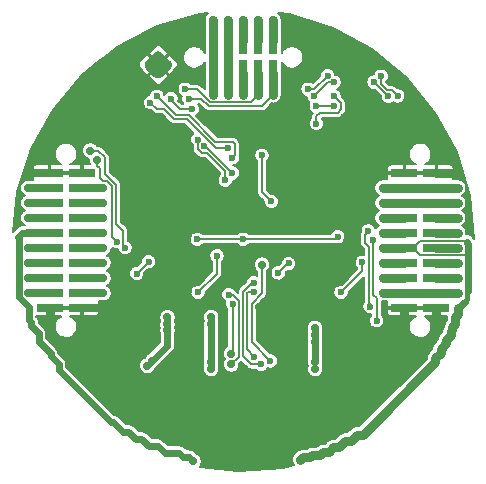
<source format=gbl>
G04 #@! TF.FileFunction,Copper,L2,Bot,Signal*
%FSLAX46Y46*%
G04 Gerber Fmt 4.6, Leading zero omitted, Abs format (unit mm)*
G04 Created by KiCad (PCBNEW 4.1.0-alpha+201605071002+6776~44~ubuntu14.04.1-product) date Mon 25 Jul 2016 08:51:32 BST*
%MOMM*%
%LPD*%
G01*
G04 APERTURE LIST*
%ADD10C,0.100000*%
%ADD11R,2.220000X0.740000*%
%ADD12C,0.800000*%
%ADD13R,0.740000X2.220000*%
%ADD14C,0.700000*%
%ADD15C,0.600000*%
%ADD16C,0.740000*%
%ADD17C,0.700000*%
%ADD18C,0.400000*%
%ADD19C,0.160000*%
%ADD20C,0.600000*%
%ADD21C,0.200000*%
G04 APERTURE END LIST*
D10*
D11*
X113635000Y-94285000D03*
X116365000Y-94285000D03*
X113635000Y-95555000D03*
X116365000Y-95555000D03*
X113635000Y-96825000D03*
X116365000Y-96825000D03*
X113635000Y-98095000D03*
X116365000Y-98095000D03*
X113635000Y-99365000D03*
X116365000Y-99365000D03*
X113635000Y-100635000D03*
X116365000Y-100635000D03*
X113635000Y-101905000D03*
X116365000Y-101905000D03*
X113635000Y-103175000D03*
X116365000Y-103175000D03*
X113635000Y-104445000D03*
X116365000Y-104445000D03*
X113635000Y-105715000D03*
X116365000Y-105715000D03*
X83635000Y-94285000D03*
X86365000Y-94285000D03*
X83635000Y-95555000D03*
X86365000Y-95555000D03*
X83635000Y-96825000D03*
X86365000Y-96825000D03*
X83635000Y-98095000D03*
X86365000Y-98095000D03*
X83635000Y-99365000D03*
X86365000Y-99365000D03*
X83635000Y-100635000D03*
X86365000Y-100635000D03*
X83635000Y-101905000D03*
X86365000Y-101905000D03*
X83635000Y-103175000D03*
X86365000Y-103175000D03*
X83635000Y-104445000D03*
X86365000Y-104445000D03*
X83635000Y-105715000D03*
X86365000Y-105715000D03*
D12*
X95839483Y-95000000D03*
X94969741Y-94130259D03*
X94100000Y-93260517D03*
X94969741Y-95869741D03*
X94100000Y-95000000D03*
X93230259Y-94130259D03*
X94100000Y-96739483D03*
X93230259Y-95869741D03*
X92360517Y-95000000D03*
X107739483Y-95000000D03*
X106869741Y-94130259D03*
X106000000Y-93260517D03*
X106869741Y-95869741D03*
X106000000Y-95000000D03*
X105130259Y-94130259D03*
X106000000Y-96739483D03*
X105130259Y-95869741D03*
X104260517Y-95000000D03*
D13*
X97460000Y-85865000D03*
X97460000Y-83135000D03*
X98730000Y-85865000D03*
X98730000Y-83135000D03*
X100000000Y-85865000D03*
X100000000Y-83135000D03*
X101270000Y-85865000D03*
X101270000Y-83135000D03*
X102540000Y-85865000D03*
X102540000Y-83135000D03*
D10*
G36*
X92876558Y-83985536D02*
X92922668Y-83992376D01*
X92967885Y-84003702D01*
X93011775Y-84019406D01*
X93053913Y-84039336D01*
X93093896Y-84063301D01*
X93131337Y-84091069D01*
X93165876Y-84122373D01*
X93837627Y-84794124D01*
X93868931Y-84828663D01*
X93896699Y-84866104D01*
X93920664Y-84906087D01*
X93940594Y-84948225D01*
X93956298Y-84992115D01*
X93967624Y-85037332D01*
X93974464Y-85083442D01*
X93976751Y-85130000D01*
X93974464Y-85176558D01*
X93967624Y-85222668D01*
X93956298Y-85267885D01*
X93940594Y-85311775D01*
X93920664Y-85353913D01*
X93896699Y-85393896D01*
X93868931Y-85431337D01*
X93837627Y-85465876D01*
X93165876Y-86137627D01*
X93131337Y-86168931D01*
X93093896Y-86196699D01*
X93053913Y-86220664D01*
X93011775Y-86240594D01*
X92967885Y-86256298D01*
X92922668Y-86267624D01*
X92876558Y-86274464D01*
X92830000Y-86276751D01*
X92783442Y-86274464D01*
X92737332Y-86267624D01*
X92692115Y-86256298D01*
X92648225Y-86240594D01*
X92606087Y-86220664D01*
X92566104Y-86196699D01*
X92528663Y-86168931D01*
X92494124Y-86137627D01*
X91822373Y-85465876D01*
X91791069Y-85431337D01*
X91763301Y-85393896D01*
X91739336Y-85353913D01*
X91719406Y-85311775D01*
X91703702Y-85267885D01*
X91692376Y-85222668D01*
X91685536Y-85176558D01*
X91683249Y-85130000D01*
X91685536Y-85083442D01*
X91692376Y-85037332D01*
X91703702Y-84992115D01*
X91719406Y-84948225D01*
X91739336Y-84906087D01*
X91763301Y-84866104D01*
X91791069Y-84828663D01*
X91822373Y-84794124D01*
X92494124Y-84122373D01*
X92528663Y-84091069D01*
X92566104Y-84063301D01*
X92606087Y-84039336D01*
X92648225Y-84019406D01*
X92692115Y-84003702D01*
X92737332Y-83992376D01*
X92783442Y-83985536D01*
X92830000Y-83983249D01*
X92876558Y-83985536D01*
X92876558Y-83985536D01*
G37*
D14*
X116350000Y-106650000D03*
X83630000Y-106640000D03*
X101600000Y-100600000D03*
X101600000Y-99200000D03*
X101800000Y-105250000D03*
X101350000Y-105600000D03*
X113900000Y-93300000D03*
X105400000Y-90500000D03*
X113300000Y-111500000D03*
X106200000Y-116500000D03*
X105280000Y-105510000D03*
X104630000Y-105510000D03*
X104000000Y-105500000D03*
D15*
X107990000Y-105510000D03*
X108630000Y-105510000D03*
X109280000Y-105510000D03*
X107500000Y-101550000D03*
X106050000Y-100550000D03*
X112700000Y-89300000D03*
X110003500Y-90862314D03*
X101900000Y-91200000D03*
D14*
X113640000Y-106660000D03*
X118180000Y-94290000D03*
X94000000Y-116400000D03*
X86800000Y-111700000D03*
D15*
X97960000Y-105140000D03*
X97960000Y-105690000D03*
X91400000Y-105490000D03*
X92060000Y-105490000D03*
X92700000Y-105490000D03*
X96650000Y-105490000D03*
X96000000Y-105500000D03*
X95360000Y-105490000D03*
X94100000Y-100500000D03*
X95600000Y-101500000D03*
D14*
X91400000Y-98700000D03*
X96400000Y-86500000D03*
X96600000Y-89200000D03*
D15*
X99100000Y-89500000D03*
D14*
X86700000Y-93300000D03*
D15*
X89600000Y-94300000D03*
X93500000Y-90500000D03*
X90000000Y-91200000D03*
D14*
X88180000Y-105720000D03*
X81820000Y-94290000D03*
D15*
X108020010Y-99680000D03*
X100016614Y-99900000D03*
X96130000Y-99910000D03*
D14*
X97460000Y-81320000D03*
X97460000Y-87680000D03*
X106100000Y-110900000D03*
X106100000Y-110300000D03*
X106100000Y-107400000D03*
X106100000Y-108000000D03*
X106100000Y-108600000D03*
D15*
X101600000Y-92800000D03*
X102400000Y-96700000D03*
D14*
X97300000Y-110900000D03*
X97300000Y-110300000D03*
X97300000Y-107100000D03*
X97303182Y-106502059D03*
D15*
X99100000Y-94300000D03*
X96694938Y-91994938D03*
X98500000Y-94900000D03*
X96157536Y-91457536D03*
X99100000Y-93000000D03*
X92700000Y-87800000D03*
X98700000Y-92200000D03*
X92162597Y-88337403D03*
D14*
X91900000Y-110600000D03*
X92300000Y-110200000D03*
X93600000Y-107600000D03*
X93600000Y-107100000D03*
X93600000Y-106500000D03*
D15*
X107700000Y-88600000D03*
X106200000Y-88600000D03*
X102978627Y-102742304D03*
X103850000Y-101950000D03*
X108300000Y-104400000D03*
X110100000Y-101850000D03*
X93900000Y-88000000D03*
X95700000Y-88900000D03*
X91000000Y-102800000D03*
X92000000Y-101800000D03*
X96200000Y-104400000D03*
X97800000Y-101300000D03*
D14*
X88180000Y-95550000D03*
X81820000Y-96820000D03*
D15*
X89300000Y-100100000D03*
D14*
X87650000Y-93200000D03*
X88180000Y-96830000D03*
X81820000Y-98090000D03*
X95800000Y-118700000D03*
X99000000Y-110500000D03*
D15*
X98790000Y-104580000D03*
D14*
X81820000Y-99370000D03*
X88180000Y-99370000D03*
X81820000Y-100630000D03*
X88180000Y-100630000D03*
X81820000Y-101910000D03*
X81820000Y-103180000D03*
X88180000Y-103180000D03*
X81820000Y-104440000D03*
X88180000Y-104450000D03*
X88180000Y-98100000D03*
X98730000Y-81320000D03*
X98730000Y-87680000D03*
X100000000Y-87680000D03*
X100000000Y-81320000D03*
X101270000Y-81320000D03*
X111820000Y-95550000D03*
X118180000Y-95560000D03*
X111820000Y-96830000D03*
X118180000Y-96830000D03*
X111820000Y-98090000D03*
D15*
X111300000Y-106800000D03*
X111000000Y-100000000D03*
D14*
X118180000Y-98090000D03*
X118180000Y-99360000D03*
X118180000Y-100630000D03*
X111820000Y-101900000D03*
X118180000Y-101900000D03*
X111820000Y-103180000D03*
X118180000Y-103180000D03*
X111820000Y-104440000D03*
X118180000Y-104440000D03*
D15*
X110748111Y-105600000D03*
X110600000Y-99200000D03*
X101500000Y-110500000D03*
X105500000Y-87200000D03*
X107162597Y-86062597D03*
X111700000Y-86100000D03*
X113099241Y-87760762D03*
X100900000Y-103589997D03*
D14*
X99000000Y-109600000D03*
D15*
X99110000Y-105360000D03*
X90000000Y-100600000D03*
D14*
X87050000Y-92400000D03*
X111820000Y-99360000D03*
X104860000Y-118560000D03*
D15*
X106000000Y-87800000D03*
X107700000Y-86600000D03*
X100950000Y-109850000D03*
X100900000Y-104350000D03*
D14*
X101600000Y-102050000D03*
D15*
X102300000Y-110200000D03*
X111100000Y-86600000D03*
X112300000Y-87800000D03*
D14*
X111820000Y-100640000D03*
X81820000Y-95560000D03*
X88180000Y-101900000D03*
D15*
X95100000Y-87200000D03*
D14*
X101270000Y-87690000D03*
D15*
X95400000Y-88000000D03*
D14*
X102540000Y-87690000D03*
D15*
X107700000Y-87800000D03*
X106200000Y-90100000D03*
D14*
X102540000Y-81320000D03*
D16*
X116365000Y-105715000D02*
X116365000Y-106635000D01*
X116365000Y-106635000D02*
X116350000Y-106650000D01*
X83635000Y-105715000D02*
X83635000Y-106635000D01*
X83635000Y-106635000D02*
X83630000Y-106640000D01*
X113635000Y-105715000D02*
X113635000Y-106655000D01*
X113635000Y-106655000D02*
X113640000Y-106660000D01*
X116370000Y-105720000D02*
X116365000Y-105715000D01*
X116365000Y-94285000D02*
X118175000Y-94285000D01*
X118175000Y-94285000D02*
X118180000Y-94290000D01*
D17*
X88180000Y-105720000D02*
X86370000Y-105720000D01*
D18*
X86370000Y-105720000D02*
X86365000Y-105715000D01*
D17*
X83635000Y-94285000D02*
X81825000Y-94285000D01*
D18*
X81825000Y-94285000D02*
X81820000Y-94290000D01*
X83630000Y-105720000D02*
X83635000Y-105715000D01*
D19*
X100016614Y-99900000D02*
X107800010Y-99900000D01*
X107800010Y-99900000D02*
X108020010Y-99680000D01*
X96130000Y-99910000D02*
X100006614Y-99910000D01*
X100006614Y-99910000D02*
X100016614Y-99900000D01*
D16*
X97460000Y-83135000D02*
X97460000Y-85865000D01*
X97460000Y-83135000D02*
X97460000Y-81320000D01*
X97460000Y-85865000D02*
X97460000Y-87680000D01*
D20*
X106100000Y-108600000D02*
X106100000Y-110300000D01*
X106100000Y-108600000D02*
X106100000Y-107400000D01*
X106100000Y-108600000D02*
X106100000Y-108000000D01*
D19*
X101600000Y-92800000D02*
X101600000Y-95900000D01*
X101600000Y-95900000D02*
X102400000Y-96700000D01*
D20*
X97300000Y-110300000D02*
X97300000Y-110900000D01*
X97300000Y-107100000D02*
X97300000Y-110300000D01*
X97303182Y-106502059D02*
X97303182Y-107096818D01*
X97303182Y-107096818D02*
X97300000Y-107100000D01*
D19*
X99100000Y-94300000D02*
X96794938Y-91994938D01*
X96794938Y-91994938D02*
X96694938Y-91994938D01*
X96157536Y-91457536D02*
X96157536Y-91733138D01*
X96154937Y-91735737D02*
X96154937Y-92254139D01*
X96157536Y-91733138D02*
X96154937Y-91735737D01*
X96947438Y-92600000D02*
X96500798Y-92600000D01*
X96500798Y-92600000D02*
X96154937Y-92254139D01*
X98500000Y-94152562D02*
X96947438Y-92600000D01*
X98500000Y-94900000D02*
X98500000Y-94152562D01*
X92700000Y-87800000D02*
X94300000Y-89400000D01*
X94300000Y-89400000D02*
X95400798Y-89400000D01*
X95400798Y-89400000D02*
X97660797Y-91659999D01*
X97660797Y-91659999D02*
X99159999Y-91659999D01*
X99159999Y-91659999D02*
X99300000Y-91800000D01*
X99300000Y-91800000D02*
X99300000Y-92800000D01*
X99300000Y-92800000D02*
X99100000Y-93000000D01*
X98700000Y-92200000D02*
X97699202Y-92200000D01*
X97699202Y-92200000D02*
X97599202Y-92100000D01*
X92162597Y-88337403D02*
X92725194Y-88900000D01*
X92725194Y-88900000D02*
X93300000Y-88900000D01*
X94120010Y-89720010D02*
X95219212Y-89720010D01*
X93300000Y-88900000D02*
X94120010Y-89720010D01*
X95219212Y-89720010D02*
X97599202Y-92100000D01*
X97599202Y-92100000D02*
X97600000Y-92100000D01*
D20*
X93600000Y-107600000D02*
X93600000Y-106500000D01*
X92700000Y-109800000D02*
X91900000Y-110600000D01*
X93600000Y-107600000D02*
X93600000Y-108900000D01*
X93600000Y-108900000D02*
X92700000Y-109800000D01*
D19*
X106200000Y-88600000D02*
X107700000Y-88600000D01*
X102978627Y-102742304D02*
X102850000Y-102850000D01*
X103850000Y-101950000D02*
X103770931Y-101950000D01*
X103770931Y-101950000D02*
X102978627Y-102742304D01*
X110100000Y-101850000D02*
X110100000Y-102600000D01*
X110100000Y-102600000D02*
X108300000Y-104400000D01*
X95700000Y-88900000D02*
X94656614Y-88900000D01*
X94656614Y-88900000D02*
X93900000Y-88143386D01*
X93900000Y-88143386D02*
X93900000Y-88000000D01*
X92000000Y-101800000D02*
X91000000Y-102800000D01*
X97800000Y-101300000D02*
X97800000Y-102800000D01*
X97800000Y-102800000D02*
X96200000Y-104400000D01*
D17*
X86365000Y-95555000D02*
X88175000Y-95555000D01*
D18*
X88175000Y-95555000D02*
X88180000Y-95550000D01*
D17*
X83635000Y-96825000D02*
X81825000Y-96825000D01*
D18*
X81825000Y-96825000D02*
X81820000Y-96820000D01*
D19*
X88900000Y-99200000D02*
X88900000Y-99700000D01*
X88900000Y-99700000D02*
X89300000Y-100100000D01*
X87850000Y-94700000D02*
X88109999Y-94959999D01*
X88109999Y-94959999D02*
X88463201Y-94959999D01*
X88463201Y-94959999D02*
X88900000Y-95396798D01*
X88900000Y-95396798D02*
X88900000Y-99200000D01*
X87850000Y-93894974D02*
X87850000Y-94700000D01*
X87650000Y-93200000D02*
X87650000Y-93694974D01*
X87650000Y-93694974D02*
X87850000Y-93894974D01*
D17*
X88180000Y-96830000D02*
X86370000Y-96830000D01*
D18*
X86370000Y-96830000D02*
X86365000Y-96825000D01*
D17*
X81820000Y-98090000D02*
X83630000Y-98090000D01*
D18*
X83630000Y-98090000D02*
X83635000Y-98095000D01*
D20*
X82690000Y-107850000D02*
X82690000Y-108560000D01*
X81820000Y-99370000D02*
X81325026Y-99370000D01*
X84400000Y-111000000D02*
X88800000Y-115400000D01*
X81325026Y-99370000D02*
X80980000Y-99715026D01*
X89000000Y-115400000D02*
X89800000Y-116200000D01*
X80980000Y-99715026D02*
X81009999Y-99745025D01*
X81009999Y-99745025D02*
X81009999Y-104809999D01*
X83700000Y-109800000D02*
X84400000Y-110500000D01*
X81009999Y-104809999D02*
X81860000Y-105660000D01*
X89800000Y-116200000D02*
X90300000Y-116200000D01*
X81860000Y-105660000D02*
X81860000Y-106720000D01*
X82064999Y-107224999D02*
X82690000Y-107850000D01*
X82690000Y-108560000D02*
X83700000Y-109570000D01*
X81860000Y-106720000D02*
X82064999Y-106924999D01*
X88800000Y-115400000D02*
X89000000Y-115400000D01*
X83700000Y-109570000D02*
X83700000Y-109800000D01*
X82064999Y-106924999D02*
X82064999Y-107224999D01*
X84400000Y-110500000D02*
X84400000Y-111000000D01*
X90300000Y-116200000D02*
X90900000Y-116800000D01*
X90900000Y-116800000D02*
X91400000Y-116800000D01*
X94600000Y-118000000D02*
X94950001Y-118350001D01*
X91400000Y-116800000D02*
X92000000Y-117400000D01*
X92000000Y-117400000D02*
X92800000Y-117400000D01*
X92800000Y-117400000D02*
X93400000Y-118000000D01*
X93400000Y-118000000D02*
X94600000Y-118000000D01*
X94950001Y-118350001D02*
X95450001Y-118350001D01*
X95450001Y-118350001D02*
X95800000Y-118700000D01*
D19*
X99650001Y-105100799D02*
X99650001Y-109849999D01*
X99650001Y-109849999D02*
X99000000Y-110500000D01*
X98790000Y-104580000D02*
X99129202Y-104580000D01*
X99129202Y-104580000D02*
X99650001Y-105100799D01*
D17*
X83635000Y-99365000D02*
X81825000Y-99365000D01*
D18*
X81825000Y-99365000D02*
X81820000Y-99370000D01*
D17*
X88180000Y-99370000D02*
X86370000Y-99370000D01*
D18*
X86370000Y-99370000D02*
X86365000Y-99365000D01*
D17*
X81820000Y-100630000D02*
X83630000Y-100630000D01*
D18*
X83630000Y-100630000D02*
X83635000Y-100635000D01*
D17*
X88180000Y-100630000D02*
X86370000Y-100630000D01*
D18*
X86370000Y-100630000D02*
X86365000Y-100635000D01*
D17*
X83635000Y-101905000D02*
X81825000Y-101905000D01*
D18*
X81825000Y-101905000D02*
X81820000Y-101910000D01*
D17*
X81820000Y-103180000D02*
X83630000Y-103180000D01*
D18*
X83630000Y-103180000D02*
X83635000Y-103175000D01*
D17*
X88180000Y-103180000D02*
X86370000Y-103180000D01*
D18*
X86370000Y-103180000D02*
X86365000Y-103175000D01*
D17*
X83635000Y-104445000D02*
X81825000Y-104445000D01*
D18*
X81825000Y-104445000D02*
X81820000Y-104440000D01*
D17*
X86365000Y-104445000D02*
X88175000Y-104445000D01*
D18*
X88175000Y-104445000D02*
X88180000Y-104450000D01*
D17*
X86365000Y-98095000D02*
X88175000Y-98095000D01*
D18*
X88175000Y-98095000D02*
X88180000Y-98100000D01*
D16*
X98730000Y-85865000D02*
X98730000Y-83135000D01*
X98730000Y-81320000D02*
X98730000Y-83135000D01*
X98730000Y-87680000D02*
X98730000Y-85865000D01*
X100000000Y-85865000D02*
X100000000Y-87680000D01*
X100000000Y-83135000D02*
X100000000Y-81320000D01*
X101270000Y-81320000D02*
X101270000Y-83135000D01*
X111820000Y-95550000D02*
X113630000Y-95550000D01*
X113630000Y-95550000D02*
X113635000Y-95555000D01*
X116365000Y-95555000D02*
X113635000Y-95555000D01*
X118180000Y-95560000D02*
X116370000Y-95560000D01*
X116370000Y-95560000D02*
X116365000Y-95555000D01*
X113635000Y-96825000D02*
X111825000Y-96825000D01*
X111825000Y-96825000D02*
X111820000Y-96830000D01*
X113635000Y-96825000D02*
X116365000Y-96825000D01*
X116365000Y-96825000D02*
X118175000Y-96825000D01*
X118175000Y-96825000D02*
X118180000Y-96830000D01*
X111820000Y-98090000D02*
X113630000Y-98090000D01*
X113630000Y-98090000D02*
X113635000Y-98095000D01*
D19*
X111000000Y-104600000D02*
X111300000Y-104900000D01*
X111300000Y-104900000D02*
X111300000Y-106800000D01*
X111000000Y-100000000D02*
X111000000Y-104600000D01*
D16*
X118180000Y-98090000D02*
X116370000Y-98090000D01*
X116370000Y-98090000D02*
X116365000Y-98095000D01*
X116365000Y-99365000D02*
X118175000Y-99365000D01*
X118175000Y-99365000D02*
X118180000Y-99360000D01*
X118180000Y-100630000D02*
X116370000Y-100630000D01*
X116370000Y-100630000D02*
X116365000Y-100635000D01*
X111820000Y-101900000D02*
X113630000Y-101900000D01*
X113630000Y-101900000D02*
X113635000Y-101905000D01*
X116365000Y-101905000D02*
X118175000Y-101905000D01*
X118175000Y-101905000D02*
X118180000Y-101900000D01*
X111820000Y-103180000D02*
X113630000Y-103180000D01*
X113630000Y-103180000D02*
X113635000Y-103175000D01*
X118180000Y-103180000D02*
X116370000Y-103180000D01*
X116370000Y-103180000D02*
X116365000Y-103175000D01*
X111820000Y-104440000D02*
X113630000Y-104440000D01*
X113630000Y-104440000D02*
X113635000Y-104445000D01*
X116365000Y-104445000D02*
X113635000Y-104445000D01*
X116365000Y-104445000D02*
X118175000Y-104445000D01*
X118175000Y-104445000D02*
X118180000Y-104440000D01*
D19*
X110600000Y-99200000D02*
X110300001Y-99499999D01*
X110300001Y-99499999D02*
X110300001Y-100200001D01*
X110300001Y-100200001D02*
X110679990Y-100579990D01*
X110679990Y-100579990D02*
X110679990Y-105279990D01*
X110679990Y-105279990D02*
X110748111Y-105348111D01*
X110748111Y-105348111D02*
X110748111Y-105600000D01*
X100900000Y-103589997D02*
X100757441Y-103589997D01*
X100757441Y-103589997D02*
X100000001Y-104347437D01*
X100000001Y-104347437D02*
X100000000Y-109810000D01*
X100000000Y-109810000D02*
X100690000Y-110500000D01*
X100690000Y-110500000D02*
X101500000Y-110500000D01*
X113099241Y-87760762D02*
X112800000Y-87461521D01*
X111700000Y-86747438D02*
X112212561Y-87259999D01*
X112212561Y-87259999D02*
X112598478Y-87259999D01*
X112598478Y-87259999D02*
X112800000Y-87461521D01*
X111700000Y-86100000D02*
X111700000Y-86747438D01*
X105500000Y-87200000D02*
X106025194Y-87200000D01*
X106025194Y-87200000D02*
X107162597Y-86062597D01*
X99110000Y-105784264D02*
X99110000Y-109490000D01*
X99110000Y-109490000D02*
X99000000Y-109600000D01*
X99110000Y-105360000D02*
X99110000Y-105784264D01*
X89250000Y-98600000D02*
X89840001Y-99190001D01*
X89840001Y-99190001D02*
X89840001Y-100440001D01*
X89840001Y-100440001D02*
X90000000Y-100600000D01*
X87050000Y-92400000D02*
X87723202Y-92400000D01*
X87723202Y-92400000D02*
X88300000Y-92976798D01*
X88300000Y-92976798D02*
X88300000Y-94344236D01*
X88300000Y-94344236D02*
X89250000Y-95294236D01*
X89250000Y-95294236D02*
X89250000Y-98600000D01*
D16*
X111820000Y-99360000D02*
X113630000Y-99360000D01*
X113630000Y-99360000D02*
X113635000Y-99365000D01*
D18*
X118970000Y-104920000D02*
X118970000Y-104320000D01*
X118970000Y-104320000D02*
X119040000Y-104250000D01*
X118750000Y-105140000D02*
X118970000Y-104920000D01*
X118750000Y-105200000D02*
X118750000Y-105140000D01*
D20*
X118240000Y-105710000D02*
X118750000Y-105200000D01*
X119040000Y-100316189D02*
X119040000Y-104250000D01*
D19*
X118930000Y-100120000D02*
X118990000Y-100180000D01*
X118829990Y-100019990D02*
X118930000Y-100120000D01*
D20*
X118930000Y-100206189D02*
X119040000Y-100316189D01*
X118930000Y-100120000D02*
X118930000Y-100206189D01*
D16*
X118240000Y-106260000D02*
X118240000Y-105710000D01*
X117980000Y-106520000D02*
X118240000Y-106260000D01*
X117980000Y-107060000D02*
X117980000Y-106520000D01*
X117730000Y-107310000D02*
X117980000Y-107060000D01*
X117730000Y-107560000D02*
X117730000Y-107310000D01*
X117580000Y-107710000D02*
X117730000Y-107560000D01*
X117580000Y-108030000D02*
X117580000Y-107710000D01*
X117220000Y-108390000D02*
X117580000Y-108030000D01*
X117220000Y-108680000D02*
X117220000Y-108390000D01*
X116720000Y-109180000D02*
X117220000Y-108680000D01*
X116720000Y-109490000D02*
X116720000Y-109180000D01*
X116260000Y-109950000D02*
X116720000Y-109490000D01*
X116260000Y-110320000D02*
X116260000Y-109950000D01*
X110130000Y-116450000D02*
X116260000Y-110320000D01*
X109620000Y-116450000D02*
X110130000Y-116450000D01*
X109110000Y-116960000D02*
X109620000Y-116450000D01*
X108660000Y-116960000D02*
X109110000Y-116960000D01*
X108100000Y-117520000D02*
X108660000Y-116960000D01*
X107640000Y-117520000D02*
X108100000Y-117520000D01*
X107240000Y-117920000D02*
X107640000Y-117520000D01*
X106770000Y-117920000D02*
X107240000Y-117920000D01*
X106510000Y-118180000D02*
X106770000Y-117920000D01*
X105840000Y-118180000D02*
X106510000Y-118180000D01*
X105650000Y-118370000D02*
X105840000Y-118180000D01*
X105050000Y-118370000D02*
X105650000Y-118370000D01*
X104860000Y-118560000D02*
X105050000Y-118370000D01*
D19*
X114375000Y-100635000D02*
X114985001Y-101245001D01*
X114985001Y-101245001D02*
X118984999Y-101245001D01*
X113635000Y-100635000D02*
X114375000Y-100635000D01*
X114375000Y-100635000D02*
X114990010Y-100019990D01*
X114990010Y-100019990D02*
X118829990Y-100019990D01*
X100726798Y-105350000D02*
X100726798Y-108500000D01*
X102300000Y-110200000D02*
X100726798Y-108626798D01*
X100726798Y-108626798D02*
X100726798Y-108500000D01*
X107197402Y-86602598D02*
X107273138Y-86602598D01*
X107273138Y-86602598D02*
X107275736Y-86600000D01*
X106000000Y-87800000D02*
X107197402Y-86602598D01*
X107275736Y-86600000D02*
X107700000Y-86600000D01*
X100320010Y-109120000D02*
X100320010Y-109210010D01*
X100950000Y-109840000D02*
X100950000Y-109850000D01*
X100320010Y-109210010D02*
X100950000Y-109840000D01*
X100320010Y-105650000D02*
X100320010Y-105079990D01*
X100320010Y-109120010D02*
X100320010Y-109120000D01*
X100320010Y-109120000D02*
X100320010Y-105650000D01*
X100320010Y-105650000D02*
X100320010Y-104479990D01*
X100320010Y-104479990D02*
X100450000Y-104350000D01*
X100450000Y-104350000D02*
X100900000Y-104350000D01*
X100320010Y-105079990D02*
X100320010Y-104479990D01*
X101600000Y-104476798D02*
X101600000Y-102050000D01*
X101600000Y-104476798D02*
X100726798Y-105350000D01*
X112300000Y-87800000D02*
X112000001Y-87500001D01*
X112000001Y-87500001D02*
X111100000Y-86600000D01*
D16*
X111820000Y-100640000D02*
X113630000Y-100640000D01*
X113630000Y-100640000D02*
X113635000Y-100635000D01*
D17*
X81820000Y-95560000D02*
X83630000Y-95560000D01*
D18*
X83630000Y-95560000D02*
X83635000Y-95555000D01*
D17*
X86365000Y-101905000D02*
X88175000Y-101905000D01*
D18*
X88175000Y-101905000D02*
X88180000Y-101900000D01*
D19*
X95100000Y-87200000D02*
X96117316Y-87200000D01*
X96117316Y-87200000D02*
X97207326Y-88290010D01*
X100669990Y-88290010D02*
X100920001Y-88039999D01*
X100920001Y-88039999D02*
X101270000Y-87690000D01*
X97207326Y-88290010D02*
X100669990Y-88290010D01*
D16*
X101270000Y-87210000D02*
X101270000Y-85865000D01*
X101270000Y-87690000D02*
X101270000Y-87210000D01*
D19*
X96464754Y-88000000D02*
X97074774Y-88610020D01*
X97074774Y-88610020D02*
X101619980Y-88610020D01*
X101619980Y-88610020D02*
X102190001Y-88039999D01*
X102190001Y-88039999D02*
X102540000Y-87690000D01*
X95400000Y-88000000D02*
X96464754Y-88000000D01*
D16*
X102540000Y-85865000D02*
X102540000Y-87690000D01*
D19*
X108300000Y-88900000D02*
X108300000Y-88400000D01*
X108300000Y-88400000D02*
X107700000Y-87800000D01*
X108000000Y-89200000D02*
X108300000Y-88900000D01*
X106500000Y-89200000D02*
X108000000Y-89200000D01*
X106200000Y-89500000D02*
X106500000Y-89200000D01*
X106200000Y-90100000D02*
X106200000Y-89500000D01*
X102540000Y-83875000D02*
X102540000Y-83135000D01*
D16*
X102540000Y-83135000D02*
X102540000Y-81320000D01*
D21*
G36*
X96956242Y-80805580D02*
X96865918Y-80913224D01*
X96798223Y-81036362D01*
X96755734Y-81170304D01*
X96740070Y-81309947D01*
X96740000Y-81320000D01*
X96740000Y-82007811D01*
X96738307Y-82025000D01*
X96738307Y-84113586D01*
X96712859Y-84051844D01*
X96609760Y-83896667D01*
X96478483Y-83764470D01*
X96324029Y-83660290D01*
X96152282Y-83588094D01*
X95969783Y-83550632D01*
X95783482Y-83549332D01*
X95600478Y-83584242D01*
X95427739Y-83654033D01*
X95271846Y-83756046D01*
X95138736Y-83886397D01*
X95033480Y-84040119D01*
X94960087Y-84211359D01*
X94921352Y-84393592D01*
X94918751Y-84579879D01*
X94952382Y-84763123D01*
X95020966Y-84936344D01*
X95121889Y-85092946D01*
X95251307Y-85226962D01*
X95404291Y-85333289D01*
X95575013Y-85407876D01*
X95756972Y-85447882D01*
X95943236Y-85451784D01*
X96126710Y-85419432D01*
X96300406Y-85352060D01*
X96457709Y-85252233D01*
X96592625Y-85123753D01*
X96700017Y-84971515D01*
X96738307Y-84885515D01*
X96738307Y-86975000D01*
X96740000Y-86992189D01*
X96740000Y-87214572D01*
X96421372Y-86895944D01*
X96390657Y-86870715D01*
X96360252Y-86845201D01*
X96358271Y-86844112D01*
X96356523Y-86842676D01*
X96321510Y-86823903D01*
X96286711Y-86804772D01*
X96284555Y-86804088D01*
X96282563Y-86803020D01*
X96244587Y-86791410D01*
X96206718Y-86779397D01*
X96204471Y-86779145D01*
X96202309Y-86778484D01*
X96162818Y-86774473D01*
X96123320Y-86770042D01*
X96118895Y-86770011D01*
X96118816Y-86770003D01*
X96118742Y-86770010D01*
X96117316Y-86770000D01*
X95589078Y-86770000D01*
X95516330Y-86696743D01*
X95410652Y-86625462D01*
X95293140Y-86576065D01*
X95168272Y-86550433D01*
X95040804Y-86549543D01*
X94915590Y-86573429D01*
X94797401Y-86621181D01*
X94690737Y-86690979D01*
X94599662Y-86780166D01*
X94527645Y-86885345D01*
X94477428Y-87002509D01*
X94450925Y-87127195D01*
X94449146Y-87254654D01*
X94472157Y-87380031D01*
X94519082Y-87498551D01*
X94588135Y-87605700D01*
X94676684Y-87697395D01*
X94781357Y-87770145D01*
X94789731Y-87773804D01*
X94777428Y-87802509D01*
X94750925Y-87927195D01*
X94749146Y-88054654D01*
X94772157Y-88180031D01*
X94819082Y-88298551D01*
X94888135Y-88405700D01*
X94950229Y-88470000D01*
X94834726Y-88470000D01*
X94529221Y-88164495D01*
X94547995Y-88081861D01*
X94550028Y-87936264D01*
X94525268Y-87811220D01*
X94476693Y-87693367D01*
X94406151Y-87587193D01*
X94316330Y-87496743D01*
X94210652Y-87425462D01*
X94093140Y-87376065D01*
X93968272Y-87350433D01*
X93840804Y-87349543D01*
X93715590Y-87373429D01*
X93597401Y-87421181D01*
X93490737Y-87490979D01*
X93399662Y-87580166D01*
X93337186Y-87671410D01*
X93325268Y-87611220D01*
X93276693Y-87493367D01*
X93206151Y-87387193D01*
X93116330Y-87296743D01*
X93010652Y-87225462D01*
X92893140Y-87176065D01*
X92768272Y-87150433D01*
X92640804Y-87149543D01*
X92515590Y-87173429D01*
X92397401Y-87221181D01*
X92290737Y-87290979D01*
X92199662Y-87380166D01*
X92127645Y-87485345D01*
X92077428Y-87602509D01*
X92057624Y-87695678D01*
X91978187Y-87710832D01*
X91859998Y-87758584D01*
X91753334Y-87828382D01*
X91662259Y-87917569D01*
X91590242Y-88022748D01*
X91540025Y-88139912D01*
X91513522Y-88264598D01*
X91511743Y-88392057D01*
X91534754Y-88517434D01*
X91581679Y-88635954D01*
X91650732Y-88743103D01*
X91739281Y-88834798D01*
X91843954Y-88907548D01*
X91960764Y-88958581D01*
X92085262Y-88985953D01*
X92205555Y-88988473D01*
X92421138Y-89204056D01*
X92451826Y-89229263D01*
X92482258Y-89254799D01*
X92484242Y-89255890D01*
X92485987Y-89257323D01*
X92520980Y-89276086D01*
X92555799Y-89295228D01*
X92557953Y-89295911D01*
X92559946Y-89296980D01*
X92597937Y-89308595D01*
X92635792Y-89320603D01*
X92638039Y-89320855D01*
X92640201Y-89321516D01*
X92679696Y-89325528D01*
X92719190Y-89329958D01*
X92723614Y-89329989D01*
X92723693Y-89329997D01*
X92723767Y-89329990D01*
X92725194Y-89330000D01*
X93121888Y-89330000D01*
X93815954Y-90024066D01*
X93846642Y-90049273D01*
X93877074Y-90074809D01*
X93879058Y-90075900D01*
X93880803Y-90077333D01*
X93915796Y-90096096D01*
X93950615Y-90115238D01*
X93952769Y-90115921D01*
X93954762Y-90116990D01*
X93992753Y-90128605D01*
X94030608Y-90140613D01*
X94032855Y-90140865D01*
X94035017Y-90141526D01*
X94074512Y-90145538D01*
X94114006Y-90149968D01*
X94118430Y-90149999D01*
X94118509Y-90150007D01*
X94118583Y-90150000D01*
X94120010Y-90150010D01*
X95041100Y-90150010D01*
X95803479Y-90912389D01*
X95748273Y-90948515D01*
X95657198Y-91037702D01*
X95585181Y-91142881D01*
X95534964Y-91260045D01*
X95508461Y-91384731D01*
X95506682Y-91512190D01*
X95529693Y-91637567D01*
X95576618Y-91756087D01*
X95645671Y-91863236D01*
X95724937Y-91945318D01*
X95724937Y-92254139D01*
X95728817Y-92293713D01*
X95732275Y-92333238D01*
X95732905Y-92335407D01*
X95733126Y-92337660D01*
X95744615Y-92375713D01*
X95755688Y-92413827D01*
X95756728Y-92415834D01*
X95757382Y-92417999D01*
X95776041Y-92453090D01*
X95794309Y-92488333D01*
X95795718Y-92490099D01*
X95796781Y-92492097D01*
X95821881Y-92522873D01*
X95846665Y-92553920D01*
X95849771Y-92557069D01*
X95849822Y-92557132D01*
X95849880Y-92557180D01*
X95850881Y-92558195D01*
X96196742Y-92904056D01*
X96227430Y-92929263D01*
X96257862Y-92954799D01*
X96259846Y-92955890D01*
X96261591Y-92957323D01*
X96296584Y-92976086D01*
X96331403Y-92995228D01*
X96333557Y-92995911D01*
X96335550Y-92996980D01*
X96373541Y-93008595D01*
X96411396Y-93020603D01*
X96413643Y-93020855D01*
X96415805Y-93021516D01*
X96455300Y-93025528D01*
X96494794Y-93029958D01*
X96499218Y-93029989D01*
X96499297Y-93029997D01*
X96499371Y-93029990D01*
X96500798Y-93030000D01*
X96769326Y-93030000D01*
X98070000Y-94330674D01*
X98070000Y-94411286D01*
X97999662Y-94480166D01*
X97927645Y-94585345D01*
X97877428Y-94702509D01*
X97850925Y-94827195D01*
X97849146Y-94954654D01*
X97872157Y-95080031D01*
X97919082Y-95198551D01*
X97988135Y-95305700D01*
X98076684Y-95397395D01*
X98181357Y-95470145D01*
X98298167Y-95521178D01*
X98422665Y-95548550D01*
X98550109Y-95551220D01*
X98675644Y-95529085D01*
X98794488Y-95482988D01*
X98902116Y-95414685D01*
X98994428Y-95326778D01*
X99067906Y-95222616D01*
X99119754Y-95106165D01*
X99147995Y-94981861D01*
X99148423Y-94951185D01*
X99150109Y-94951220D01*
X99275644Y-94929085D01*
X99394488Y-94882988D01*
X99502116Y-94814685D01*
X99594428Y-94726778D01*
X99667906Y-94622616D01*
X99719754Y-94506165D01*
X99747995Y-94381861D01*
X99750028Y-94236264D01*
X99725268Y-94111220D01*
X99676693Y-93993367D01*
X99606151Y-93887193D01*
X99516330Y-93796743D01*
X99410652Y-93725462D01*
X99293140Y-93676065D01*
X99168272Y-93650433D01*
X99155094Y-93650341D01*
X99275644Y-93629085D01*
X99394488Y-93582988D01*
X99502116Y-93514685D01*
X99594428Y-93426778D01*
X99667906Y-93322616D01*
X99719754Y-93206165D01*
X99747995Y-93081861D01*
X99750028Y-92936264D01*
X99733869Y-92854654D01*
X100949146Y-92854654D01*
X100972157Y-92980031D01*
X101019082Y-93098551D01*
X101088135Y-93205700D01*
X101170000Y-93290474D01*
X101170000Y-95900000D01*
X101173880Y-95939574D01*
X101177338Y-95979099D01*
X101177968Y-95981268D01*
X101178189Y-95983521D01*
X101189678Y-96021574D01*
X101200751Y-96059688D01*
X101201791Y-96061695D01*
X101202445Y-96063860D01*
X101221104Y-96098951D01*
X101239372Y-96134194D01*
X101240781Y-96135960D01*
X101241844Y-96137958D01*
X101266944Y-96168734D01*
X101291728Y-96199781D01*
X101294834Y-96202930D01*
X101294885Y-96202993D01*
X101294943Y-96203041D01*
X101295944Y-96204056D01*
X101750487Y-96658599D01*
X101749146Y-96754654D01*
X101772157Y-96880031D01*
X101819082Y-96998551D01*
X101888135Y-97105700D01*
X101976684Y-97197395D01*
X102081357Y-97270145D01*
X102198167Y-97321178D01*
X102322665Y-97348550D01*
X102450109Y-97351220D01*
X102575644Y-97329085D01*
X102694488Y-97282988D01*
X102802116Y-97214685D01*
X102894428Y-97126778D01*
X102967906Y-97022616D01*
X103019754Y-96906165D01*
X103047995Y-96781861D01*
X103050028Y-96636264D01*
X103025268Y-96511220D01*
X102976693Y-96393367D01*
X102906151Y-96287193D01*
X102816330Y-96196743D01*
X102710652Y-96125462D01*
X102593140Y-96076065D01*
X102468272Y-96050433D01*
X102357773Y-96049661D01*
X102030000Y-95721888D01*
X102030000Y-93880528D01*
X112175000Y-93880528D01*
X112175000Y-94147500D01*
X112262500Y-94235000D01*
X113585000Y-94235000D01*
X113585000Y-93652500D01*
X113685000Y-93652500D01*
X113685000Y-94235000D01*
X116315000Y-94235000D01*
X116315000Y-93652500D01*
X116415000Y-93652500D01*
X116415000Y-94235000D01*
X117737500Y-94235000D01*
X117825000Y-94147500D01*
X117825000Y-93880528D01*
X117811550Y-93812909D01*
X117785166Y-93749213D01*
X117746863Y-93691888D01*
X117698112Y-93643137D01*
X117640787Y-93604834D01*
X117577091Y-93578450D01*
X117509472Y-93565000D01*
X116502500Y-93565000D01*
X116415000Y-93652500D01*
X116315000Y-93652500D01*
X116227500Y-93565000D01*
X115384154Y-93565000D01*
X115430406Y-93547060D01*
X115587709Y-93447233D01*
X115722625Y-93318753D01*
X115830017Y-93166515D01*
X115905794Y-92996318D01*
X115947070Y-92814643D01*
X115950041Y-92601848D01*
X115913854Y-92419091D01*
X115842859Y-92246844D01*
X115739760Y-92091667D01*
X115608483Y-91959470D01*
X115454029Y-91855290D01*
X115282282Y-91783094D01*
X115099783Y-91745632D01*
X114913482Y-91744332D01*
X114730478Y-91779242D01*
X114557739Y-91849033D01*
X114401846Y-91951046D01*
X114268736Y-92081397D01*
X114163480Y-92235119D01*
X114090087Y-92406359D01*
X114051352Y-92588592D01*
X114048751Y-92774879D01*
X114082382Y-92958123D01*
X114150966Y-93131344D01*
X114251889Y-93287946D01*
X114381307Y-93421962D01*
X114534291Y-93528289D01*
X114618319Y-93565000D01*
X113772500Y-93565000D01*
X113685000Y-93652500D01*
X113585000Y-93652500D01*
X113497500Y-93565000D01*
X112490528Y-93565000D01*
X112422909Y-93578450D01*
X112359213Y-93604834D01*
X112301888Y-93643137D01*
X112253137Y-93691888D01*
X112214834Y-93749213D01*
X112188450Y-93812909D01*
X112175000Y-93880528D01*
X102030000Y-93880528D01*
X102030000Y-93288132D01*
X102094428Y-93226778D01*
X102167906Y-93122616D01*
X102219754Y-93006165D01*
X102247995Y-92881861D01*
X102250028Y-92736264D01*
X102225268Y-92611220D01*
X102176693Y-92493367D01*
X102106151Y-92387193D01*
X102016330Y-92296743D01*
X101910652Y-92225462D01*
X101793140Y-92176065D01*
X101668272Y-92150433D01*
X101540804Y-92149543D01*
X101415590Y-92173429D01*
X101297401Y-92221181D01*
X101190737Y-92290979D01*
X101099662Y-92380166D01*
X101027645Y-92485345D01*
X100977428Y-92602509D01*
X100950925Y-92727195D01*
X100949146Y-92854654D01*
X99733869Y-92854654D01*
X99727888Y-92824454D01*
X99729958Y-92806004D01*
X99729989Y-92801579D01*
X99729997Y-92801500D01*
X99729990Y-92801426D01*
X99730000Y-92800000D01*
X99730000Y-91800000D01*
X99726120Y-91760426D01*
X99722662Y-91720901D01*
X99722032Y-91718732D01*
X99721811Y-91716479D01*
X99710322Y-91678426D01*
X99699249Y-91640312D01*
X99698209Y-91638305D01*
X99697555Y-91636140D01*
X99678907Y-91601069D01*
X99660628Y-91565805D01*
X99659217Y-91564038D01*
X99658156Y-91562042D01*
X99633049Y-91531257D01*
X99608271Y-91500219D01*
X99605167Y-91497071D01*
X99605115Y-91497007D01*
X99605056Y-91496958D01*
X99604056Y-91495944D01*
X99464055Y-91355943D01*
X99433340Y-91330714D01*
X99402935Y-91305200D01*
X99400954Y-91304111D01*
X99399206Y-91302675D01*
X99364193Y-91283902D01*
X99329394Y-91264771D01*
X99327238Y-91264087D01*
X99325246Y-91263019D01*
X99287270Y-91251409D01*
X99249401Y-91239396D01*
X99247154Y-91239144D01*
X99244992Y-91238483D01*
X99205501Y-91234472D01*
X99166003Y-91230041D01*
X99161578Y-91230010D01*
X99161499Y-91230002D01*
X99161425Y-91230009D01*
X99159999Y-91229999D01*
X97838909Y-91229999D01*
X96054080Y-89445170D01*
X96102116Y-89414685D01*
X96194428Y-89326778D01*
X96267906Y-89222616D01*
X96319754Y-89106165D01*
X96347995Y-88981861D01*
X96350028Y-88836264D01*
X96325268Y-88711220D01*
X96276693Y-88593367D01*
X96206151Y-88487193D01*
X96149356Y-88430000D01*
X96286642Y-88430000D01*
X96770718Y-88914076D01*
X96801433Y-88939305D01*
X96831838Y-88964819D01*
X96833819Y-88965908D01*
X96835567Y-88967344D01*
X96870615Y-88986137D01*
X96905379Y-89005248D01*
X96907531Y-89005930D01*
X96909527Y-89007001D01*
X96947590Y-89018638D01*
X96985372Y-89030623D01*
X96987614Y-89030874D01*
X96989781Y-89031537D01*
X97029366Y-89035558D01*
X97068770Y-89039978D01*
X97073184Y-89040009D01*
X97073274Y-89040018D01*
X97073358Y-89040010D01*
X97074774Y-89040020D01*
X101619980Y-89040020D01*
X101659554Y-89036140D01*
X101699079Y-89032682D01*
X101701248Y-89032052D01*
X101703501Y-89031831D01*
X101741554Y-89020342D01*
X101779668Y-89009269D01*
X101781675Y-89008229D01*
X101783840Y-89007575D01*
X101818931Y-88988916D01*
X101854174Y-88970648D01*
X101855940Y-88969239D01*
X101857938Y-88968176D01*
X101888714Y-88943076D01*
X101919761Y-88918292D01*
X101922910Y-88915186D01*
X101922973Y-88915135D01*
X101923021Y-88915077D01*
X101924036Y-88914076D01*
X102438291Y-88399821D01*
X102534973Y-88409982D01*
X102674915Y-88397247D01*
X102809717Y-88357572D01*
X102934246Y-88292470D01*
X103043758Y-88204420D01*
X103134082Y-88096776D01*
X103201777Y-87973638D01*
X103244266Y-87839696D01*
X103259930Y-87700053D01*
X103260000Y-87690000D01*
X103260000Y-87254654D01*
X104849146Y-87254654D01*
X104872157Y-87380031D01*
X104919082Y-87498551D01*
X104988135Y-87605700D01*
X105076684Y-87697395D01*
X105181357Y-87770145D01*
X105298167Y-87821178D01*
X105349456Y-87832454D01*
X105349146Y-87854654D01*
X105372157Y-87980031D01*
X105419082Y-88098551D01*
X105488135Y-88205700D01*
X105576684Y-88297395D01*
X105611969Y-88321919D01*
X105577428Y-88402509D01*
X105550925Y-88527195D01*
X105549146Y-88654654D01*
X105572157Y-88780031D01*
X105619082Y-88898551D01*
X105688135Y-89005700D01*
X105776684Y-89097395D01*
X105881357Y-89170145D01*
X105909464Y-89182424D01*
X105895944Y-89195944D01*
X105870715Y-89226659D01*
X105845201Y-89257064D01*
X105844112Y-89259045D01*
X105842676Y-89260793D01*
X105823903Y-89295806D01*
X105804772Y-89330605D01*
X105804088Y-89332761D01*
X105803020Y-89334753D01*
X105791410Y-89372729D01*
X105779397Y-89410598D01*
X105779145Y-89412845D01*
X105778484Y-89415007D01*
X105774473Y-89454498D01*
X105770042Y-89493996D01*
X105770011Y-89498421D01*
X105770003Y-89498500D01*
X105770010Y-89498574D01*
X105770000Y-89500000D01*
X105770000Y-89611286D01*
X105699662Y-89680166D01*
X105627645Y-89785345D01*
X105577428Y-89902509D01*
X105550925Y-90027195D01*
X105549146Y-90154654D01*
X105572157Y-90280031D01*
X105619082Y-90398551D01*
X105688135Y-90505700D01*
X105776684Y-90597395D01*
X105881357Y-90670145D01*
X105998167Y-90721178D01*
X106122665Y-90748550D01*
X106250109Y-90751220D01*
X106375644Y-90729085D01*
X106494488Y-90682988D01*
X106602116Y-90614685D01*
X106694428Y-90526778D01*
X106767906Y-90422616D01*
X106819754Y-90306165D01*
X106847995Y-90181861D01*
X106850028Y-90036264D01*
X106825268Y-89911220D01*
X106776693Y-89793367D01*
X106706151Y-89687193D01*
X106663684Y-89644428D01*
X106678112Y-89630000D01*
X108000000Y-89630000D01*
X108039574Y-89626120D01*
X108079099Y-89622662D01*
X108081268Y-89622032D01*
X108083521Y-89621811D01*
X108121574Y-89610322D01*
X108159688Y-89599249D01*
X108161695Y-89598209D01*
X108163860Y-89597555D01*
X108198951Y-89578896D01*
X108234194Y-89560628D01*
X108235960Y-89559219D01*
X108237958Y-89558156D01*
X108268734Y-89533056D01*
X108299781Y-89508272D01*
X108302930Y-89505166D01*
X108302993Y-89505115D01*
X108303041Y-89505057D01*
X108304056Y-89504056D01*
X108604056Y-89204056D01*
X108629285Y-89173341D01*
X108654799Y-89142936D01*
X108655888Y-89140955D01*
X108657324Y-89139207D01*
X108676097Y-89104194D01*
X108695228Y-89069395D01*
X108695912Y-89067239D01*
X108696980Y-89065247D01*
X108708590Y-89027271D01*
X108720603Y-88989402D01*
X108720855Y-88987155D01*
X108721516Y-88984993D01*
X108725528Y-88945498D01*
X108729958Y-88906004D01*
X108729989Y-88901580D01*
X108729997Y-88901501D01*
X108729990Y-88901427D01*
X108730000Y-88900000D01*
X108730000Y-88400000D01*
X108726120Y-88360426D01*
X108722662Y-88320901D01*
X108722032Y-88318732D01*
X108721811Y-88316479D01*
X108710322Y-88278426D01*
X108699249Y-88240312D01*
X108698209Y-88238305D01*
X108697555Y-88236140D01*
X108678907Y-88201069D01*
X108660628Y-88165805D01*
X108659217Y-88164037D01*
X108658156Y-88162042D01*
X108633074Y-88131288D01*
X108608272Y-88100219D01*
X108605166Y-88097070D01*
X108605115Y-88097007D01*
X108605057Y-88096959D01*
X108604056Y-88095944D01*
X108348573Y-87840461D01*
X108350028Y-87736264D01*
X108325268Y-87611220D01*
X108276693Y-87493367D01*
X108206151Y-87387193D01*
X108116330Y-87296743D01*
X108010652Y-87225462D01*
X107950343Y-87200111D01*
X107994488Y-87182988D01*
X108102116Y-87114685D01*
X108194428Y-87026778D01*
X108267906Y-86922616D01*
X108319754Y-86806165D01*
X108347995Y-86681861D01*
X108348374Y-86654654D01*
X110449146Y-86654654D01*
X110472157Y-86780031D01*
X110519082Y-86898551D01*
X110588135Y-87005700D01*
X110676684Y-87097395D01*
X110781357Y-87170145D01*
X110898167Y-87221178D01*
X111022665Y-87248550D01*
X111142958Y-87251070D01*
X111650487Y-87758599D01*
X111649146Y-87854654D01*
X111672157Y-87980031D01*
X111719082Y-88098551D01*
X111788135Y-88205700D01*
X111876684Y-88297395D01*
X111981357Y-88370145D01*
X112098167Y-88421178D01*
X112222665Y-88448550D01*
X112350109Y-88451220D01*
X112475644Y-88429085D01*
X112594488Y-88382988D01*
X112702116Y-88314685D01*
X112725381Y-88292530D01*
X112780598Y-88330907D01*
X112897408Y-88381940D01*
X113021906Y-88409312D01*
X113149350Y-88411982D01*
X113274885Y-88389847D01*
X113393729Y-88343750D01*
X113501357Y-88275447D01*
X113593669Y-88187540D01*
X113667147Y-88083378D01*
X113718995Y-87966927D01*
X113747236Y-87842623D01*
X113749269Y-87697026D01*
X113724509Y-87571982D01*
X113675934Y-87454129D01*
X113605392Y-87347955D01*
X113515571Y-87257505D01*
X113409893Y-87186224D01*
X113292381Y-87136827D01*
X113167513Y-87111195D01*
X113057014Y-87110423D01*
X112902534Y-86955943D01*
X112871819Y-86930714D01*
X112841414Y-86905200D01*
X112839433Y-86904111D01*
X112837685Y-86902675D01*
X112802672Y-86883902D01*
X112767873Y-86864771D01*
X112765717Y-86864087D01*
X112763725Y-86863019D01*
X112725749Y-86851409D01*
X112687880Y-86839396D01*
X112685633Y-86839144D01*
X112683471Y-86838483D01*
X112643980Y-86834472D01*
X112604482Y-86830041D01*
X112600057Y-86830010D01*
X112599978Y-86830002D01*
X112599904Y-86830009D01*
X112598478Y-86829999D01*
X112390673Y-86829999D01*
X112139633Y-86578959D01*
X112194428Y-86526778D01*
X112267906Y-86422616D01*
X112319754Y-86306165D01*
X112347995Y-86181861D01*
X112350028Y-86036264D01*
X112325268Y-85911220D01*
X112276693Y-85793367D01*
X112206151Y-85687193D01*
X112116330Y-85596743D01*
X112010652Y-85525462D01*
X111893140Y-85476065D01*
X111768272Y-85450433D01*
X111640804Y-85449543D01*
X111515590Y-85473429D01*
X111397401Y-85521181D01*
X111290737Y-85590979D01*
X111199662Y-85680166D01*
X111127645Y-85785345D01*
X111077428Y-85902509D01*
X111067391Y-85949729D01*
X111040804Y-85949543D01*
X110915590Y-85973429D01*
X110797401Y-86021181D01*
X110690737Y-86090979D01*
X110599662Y-86180166D01*
X110527645Y-86285345D01*
X110477428Y-86402509D01*
X110450925Y-86527195D01*
X110449146Y-86654654D01*
X108348374Y-86654654D01*
X108350028Y-86536264D01*
X108325268Y-86411220D01*
X108276693Y-86293367D01*
X108206151Y-86187193D01*
X108116330Y-86096743D01*
X108010652Y-86025462D01*
X107893140Y-85976065D01*
X107804509Y-85957871D01*
X107787865Y-85873817D01*
X107739290Y-85755964D01*
X107668748Y-85649790D01*
X107578927Y-85559340D01*
X107473249Y-85488059D01*
X107355737Y-85438662D01*
X107230869Y-85413030D01*
X107103401Y-85412140D01*
X106978187Y-85436026D01*
X106859998Y-85483778D01*
X106753334Y-85553576D01*
X106662259Y-85642763D01*
X106590242Y-85747942D01*
X106540025Y-85865106D01*
X106513522Y-85989792D01*
X106511912Y-86105170D01*
X105918328Y-86698754D01*
X105916330Y-86696743D01*
X105810652Y-86625462D01*
X105693140Y-86576065D01*
X105568272Y-86550433D01*
X105440804Y-86549543D01*
X105315590Y-86573429D01*
X105197401Y-86621181D01*
X105090737Y-86690979D01*
X104999662Y-86780166D01*
X104927645Y-86885345D01*
X104877428Y-87002509D01*
X104850925Y-87127195D01*
X104849146Y-87254654D01*
X103260000Y-87254654D01*
X103260000Y-86992189D01*
X103261693Y-86975000D01*
X103261693Y-84887667D01*
X103280966Y-84936344D01*
X103381889Y-85092946D01*
X103511307Y-85226962D01*
X103664291Y-85333289D01*
X103835013Y-85407876D01*
X104016972Y-85447882D01*
X104203236Y-85451784D01*
X104386710Y-85419432D01*
X104560406Y-85352060D01*
X104717709Y-85252233D01*
X104852625Y-85123753D01*
X104960017Y-84971515D01*
X105035794Y-84801318D01*
X105077070Y-84619643D01*
X105080041Y-84406848D01*
X105043854Y-84224091D01*
X104972859Y-84051844D01*
X104869760Y-83896667D01*
X104738483Y-83764470D01*
X104584029Y-83660290D01*
X104412282Y-83588094D01*
X104229783Y-83550632D01*
X104043482Y-83549332D01*
X103860478Y-83584242D01*
X103687739Y-83654033D01*
X103531846Y-83756046D01*
X103398736Y-83886397D01*
X103293480Y-84040119D01*
X103261693Y-84114284D01*
X103261693Y-82025000D01*
X103260000Y-82007811D01*
X103260000Y-81320000D01*
X103246288Y-81180151D01*
X103205673Y-81045629D01*
X103139703Y-80921558D01*
X103050891Y-80812663D01*
X102973526Y-80748662D01*
X103931073Y-80849304D01*
X107575930Y-81977575D01*
X110932221Y-83792315D01*
X113872108Y-86224401D01*
X116283610Y-89181195D01*
X118074875Y-92550074D01*
X119177673Y-96202718D01*
X119540617Y-99904307D01*
X119530955Y-99872304D01*
X119471399Y-99760295D01*
X119391221Y-99661988D01*
X119293475Y-99581126D01*
X119181885Y-99520789D01*
X119060701Y-99483276D01*
X118934538Y-99470016D01*
X118888652Y-99474192D01*
X118899996Y-99362513D01*
X118886772Y-99222618D01*
X118846626Y-99087955D01*
X118781090Y-98963654D01*
X118692659Y-98854451D01*
X118584700Y-98764502D01*
X118512154Y-98724949D01*
X118578442Y-98689703D01*
X118687337Y-98600891D01*
X118776907Y-98492619D01*
X118843741Y-98369011D01*
X118885294Y-98234776D01*
X118899982Y-98095027D01*
X118887247Y-97955085D01*
X118847572Y-97820283D01*
X118782470Y-97695754D01*
X118694420Y-97586242D01*
X118586776Y-97495918D01*
X118521476Y-97460019D01*
X118576346Y-97431090D01*
X118685549Y-97342659D01*
X118775498Y-97234700D01*
X118842763Y-97111326D01*
X118884785Y-96977237D01*
X118899961Y-96837539D01*
X118887713Y-96697555D01*
X118848509Y-96562615D01*
X118783842Y-96437860D01*
X118696176Y-96328041D01*
X118689117Y-96320883D01*
X118684117Y-96315883D01*
X118632715Y-96273661D01*
X118581776Y-96230918D01*
X118578459Y-96229095D01*
X118575533Y-96226691D01*
X118516917Y-96195262D01*
X118514286Y-96193815D01*
X118578442Y-96159703D01*
X118687337Y-96070891D01*
X118776907Y-95962619D01*
X118843741Y-95839011D01*
X118885294Y-95704776D01*
X118899982Y-95565027D01*
X118887247Y-95425085D01*
X118847572Y-95290283D01*
X118782470Y-95165754D01*
X118694420Y-95056242D01*
X118586776Y-94965918D01*
X118463638Y-94898223D01*
X118329696Y-94855734D01*
X118190053Y-94840070D01*
X118180000Y-94840000D01*
X117772328Y-94840000D01*
X117785166Y-94820787D01*
X117811550Y-94757091D01*
X117825000Y-94689472D01*
X117825000Y-94422500D01*
X117737500Y-94335000D01*
X116415000Y-94335000D01*
X116415000Y-94355000D01*
X116315000Y-94355000D01*
X116315000Y-94335000D01*
X113685000Y-94335000D01*
X113685000Y-94355000D01*
X113585000Y-94355000D01*
X113585000Y-94335000D01*
X112262500Y-94335000D01*
X112175000Y-94422500D01*
X112175000Y-94689472D01*
X112188450Y-94757091D01*
X112214834Y-94820787D01*
X112220990Y-94830000D01*
X111820000Y-94830000D01*
X111680151Y-94843712D01*
X111545629Y-94884327D01*
X111421558Y-94950297D01*
X111312663Y-95039109D01*
X111223093Y-95147381D01*
X111156259Y-95270989D01*
X111114706Y-95405224D01*
X111100018Y-95544973D01*
X111112753Y-95684915D01*
X111152428Y-95819717D01*
X111217530Y-95944246D01*
X111305580Y-96053758D01*
X111413224Y-96144082D01*
X111494877Y-96188971D01*
X111491855Y-96190578D01*
X111432860Y-96221158D01*
X111429903Y-96223518D01*
X111426558Y-96225297D01*
X111375005Y-96267343D01*
X111323041Y-96308824D01*
X111317772Y-96314020D01*
X111317663Y-96314109D01*
X111317579Y-96314210D01*
X111315883Y-96315883D01*
X111310883Y-96320883D01*
X111221691Y-96429467D01*
X111155289Y-96553308D01*
X111114205Y-96687687D01*
X111100004Y-96827487D01*
X111113228Y-96967382D01*
X111153374Y-97102045D01*
X111218910Y-97226346D01*
X111307341Y-97335550D01*
X111415300Y-97425498D01*
X111478560Y-97459988D01*
X111421558Y-97490297D01*
X111312663Y-97579109D01*
X111223093Y-97687381D01*
X111156259Y-97810989D01*
X111114706Y-97945224D01*
X111100018Y-98084973D01*
X111112753Y-98224915D01*
X111152428Y-98359717D01*
X111217530Y-98484246D01*
X111305580Y-98593758D01*
X111413224Y-98684082D01*
X111487796Y-98725078D01*
X111421558Y-98760297D01*
X111312663Y-98849109D01*
X111223093Y-98957381D01*
X111211735Y-98978387D01*
X111176693Y-98893367D01*
X111106151Y-98787193D01*
X111016330Y-98696743D01*
X110910652Y-98625462D01*
X110793140Y-98576065D01*
X110668272Y-98550433D01*
X110540804Y-98549543D01*
X110415590Y-98573429D01*
X110297401Y-98621181D01*
X110190737Y-98690979D01*
X110099662Y-98780166D01*
X110027645Y-98885345D01*
X109977428Y-99002509D01*
X109950925Y-99127195D01*
X109949179Y-99252324D01*
X109945202Y-99257063D01*
X109944113Y-99259044D01*
X109942677Y-99260792D01*
X109923904Y-99295805D01*
X109904773Y-99330604D01*
X109904089Y-99332760D01*
X109903021Y-99334752D01*
X109891411Y-99372728D01*
X109879398Y-99410597D01*
X109879146Y-99412844D01*
X109878485Y-99415006D01*
X109874474Y-99454497D01*
X109870043Y-99493995D01*
X109870012Y-99498420D01*
X109870004Y-99498499D01*
X109870011Y-99498573D01*
X109870001Y-99499999D01*
X109870001Y-100200001D01*
X109873881Y-100239575D01*
X109877339Y-100279100D01*
X109877969Y-100281269D01*
X109878190Y-100283522D01*
X109889679Y-100321575D01*
X109900752Y-100359689D01*
X109901792Y-100361696D01*
X109902446Y-100363861D01*
X109921105Y-100398952D01*
X109939373Y-100434195D01*
X109940782Y-100435961D01*
X109941845Y-100437959D01*
X109966945Y-100468735D01*
X109991729Y-100499782D01*
X109994835Y-100502931D01*
X109994886Y-100502994D01*
X109994944Y-100503042D01*
X109995945Y-100504057D01*
X110249990Y-100758102D01*
X110249990Y-101217207D01*
X110168272Y-101200433D01*
X110040804Y-101199543D01*
X109915590Y-101223429D01*
X109797401Y-101271181D01*
X109690737Y-101340979D01*
X109599662Y-101430166D01*
X109527645Y-101535345D01*
X109477428Y-101652509D01*
X109450925Y-101777195D01*
X109449146Y-101904654D01*
X109472157Y-102030031D01*
X109519082Y-102148551D01*
X109588135Y-102255700D01*
X109670000Y-102340474D01*
X109670000Y-102421888D01*
X108341641Y-103750247D01*
X108240804Y-103749543D01*
X108115590Y-103773429D01*
X107997401Y-103821181D01*
X107890737Y-103890979D01*
X107799662Y-103980166D01*
X107727645Y-104085345D01*
X107677428Y-104202509D01*
X107650925Y-104327195D01*
X107649146Y-104454654D01*
X107672157Y-104580031D01*
X107719082Y-104698551D01*
X107788135Y-104805700D01*
X107876684Y-104897395D01*
X107981357Y-104970145D01*
X108098167Y-105021178D01*
X108222665Y-105048550D01*
X108350109Y-105051220D01*
X108475644Y-105029085D01*
X108594488Y-104982988D01*
X108702116Y-104914685D01*
X108794428Y-104826778D01*
X108867906Y-104722616D01*
X108919754Y-104606165D01*
X108947995Y-104481861D01*
X108949719Y-104358393D01*
X110249990Y-103058122D01*
X110249990Y-105177995D01*
X110247773Y-105180166D01*
X110175756Y-105285345D01*
X110125539Y-105402509D01*
X110099036Y-105527195D01*
X110097257Y-105654654D01*
X110120268Y-105780031D01*
X110167193Y-105898551D01*
X110236246Y-106005700D01*
X110324795Y-106097395D01*
X110429468Y-106170145D01*
X110546278Y-106221178D01*
X110670776Y-106248550D01*
X110798220Y-106251220D01*
X110870000Y-106238563D01*
X110870000Y-106311286D01*
X110799662Y-106380166D01*
X110727645Y-106485345D01*
X110677428Y-106602509D01*
X110650925Y-106727195D01*
X110649146Y-106854654D01*
X110672157Y-106980031D01*
X110719082Y-107098551D01*
X110788135Y-107205700D01*
X110876684Y-107297395D01*
X110981357Y-107370145D01*
X111098167Y-107421178D01*
X111222665Y-107448550D01*
X111350109Y-107451220D01*
X111475644Y-107429085D01*
X111594488Y-107382988D01*
X111702116Y-107314685D01*
X111794428Y-107226778D01*
X111867906Y-107122616D01*
X111919754Y-107006165D01*
X111947995Y-106881861D01*
X111950028Y-106736264D01*
X111925268Y-106611220D01*
X111876693Y-106493367D01*
X111806151Y-106387193D01*
X111730000Y-106310509D01*
X111730000Y-105852500D01*
X112175000Y-105852500D01*
X112175000Y-106119472D01*
X112188450Y-106187091D01*
X112214834Y-106250787D01*
X112253137Y-106308112D01*
X112301888Y-106356863D01*
X112359213Y-106395166D01*
X112422909Y-106421550D01*
X112490528Y-106435000D01*
X113497500Y-106435000D01*
X113585000Y-106347500D01*
X113585000Y-105765000D01*
X113685000Y-105765000D01*
X113685000Y-106347500D01*
X113772500Y-106435000D01*
X114617223Y-106435000D01*
X114557739Y-106459033D01*
X114401846Y-106561046D01*
X114268736Y-106691397D01*
X114163480Y-106845119D01*
X114090087Y-107016359D01*
X114051352Y-107198592D01*
X114048751Y-107384879D01*
X114082382Y-107568123D01*
X114150966Y-107741344D01*
X114251889Y-107897946D01*
X114381307Y-108031962D01*
X114534291Y-108138289D01*
X114705013Y-108212876D01*
X114886972Y-108252882D01*
X115073236Y-108256784D01*
X115256710Y-108224432D01*
X115430406Y-108157060D01*
X115587709Y-108057233D01*
X115722625Y-107928753D01*
X115830017Y-107776515D01*
X115905794Y-107606318D01*
X115947070Y-107424643D01*
X115950041Y-107211848D01*
X115913854Y-107029091D01*
X115842859Y-106856844D01*
X115739760Y-106701667D01*
X115608483Y-106569470D01*
X115454029Y-106465290D01*
X115381972Y-106435000D01*
X116227500Y-106435000D01*
X116315000Y-106347500D01*
X116315000Y-105765000D01*
X113685000Y-105765000D01*
X113585000Y-105765000D01*
X112262500Y-105765000D01*
X112175000Y-105852500D01*
X111730000Y-105852500D01*
X111730000Y-105150962D01*
X111809947Y-105159930D01*
X111820000Y-105160000D01*
X112227672Y-105160000D01*
X112214834Y-105179213D01*
X112188450Y-105242909D01*
X112175000Y-105310528D01*
X112175000Y-105577500D01*
X112262500Y-105665000D01*
X113585000Y-105665000D01*
X113585000Y-105645000D01*
X113685000Y-105645000D01*
X113685000Y-105665000D01*
X116315000Y-105665000D01*
X116315000Y-105645000D01*
X116415000Y-105645000D01*
X116415000Y-105665000D01*
X116435000Y-105665000D01*
X116435000Y-105765000D01*
X116415000Y-105765000D01*
X116415000Y-106347500D01*
X116502500Y-106435000D01*
X117268383Y-106435000D01*
X117267483Y-106443860D01*
X117260070Y-106509947D01*
X117260018Y-106517344D01*
X117260004Y-106517487D01*
X117260017Y-106517620D01*
X117260000Y-106520000D01*
X117260000Y-106761766D01*
X117220883Y-106800883D01*
X117178661Y-106852285D01*
X117135918Y-106903224D01*
X117134095Y-106906541D01*
X117131691Y-106909467D01*
X117100262Y-106968083D01*
X117068223Y-107026362D01*
X117067078Y-107029971D01*
X117065289Y-107033308D01*
X117045844Y-107096909D01*
X117025734Y-107160304D01*
X117025312Y-107164066D01*
X117024205Y-107167687D01*
X117017483Y-107233860D01*
X117013373Y-107270505D01*
X116985918Y-107303224D01*
X116984095Y-107306541D01*
X116981691Y-107309467D01*
X116950262Y-107368083D01*
X116918223Y-107426362D01*
X116917078Y-107429971D01*
X116915289Y-107433308D01*
X116895844Y-107496909D01*
X116875734Y-107560304D01*
X116875312Y-107564066D01*
X116874205Y-107567687D01*
X116867483Y-107633860D01*
X116860070Y-107699947D01*
X116860018Y-107707344D01*
X116860004Y-107707487D01*
X116860017Y-107707620D01*
X116860000Y-107710000D01*
X116860000Y-107731766D01*
X116710883Y-107880883D01*
X116668661Y-107932285D01*
X116625918Y-107983224D01*
X116624095Y-107986541D01*
X116621691Y-107989467D01*
X116590262Y-108048083D01*
X116558223Y-108106362D01*
X116557078Y-108109971D01*
X116555289Y-108113308D01*
X116535844Y-108176909D01*
X116515734Y-108240304D01*
X116515312Y-108244066D01*
X116514205Y-108247687D01*
X116507485Y-108313842D01*
X116500070Y-108379947D01*
X116500058Y-108381708D01*
X116210883Y-108670883D01*
X116168661Y-108722285D01*
X116125918Y-108773224D01*
X116124095Y-108776541D01*
X116121691Y-108779467D01*
X116090262Y-108838083D01*
X116058223Y-108896362D01*
X116057078Y-108899971D01*
X116055289Y-108903308D01*
X116035844Y-108966909D01*
X116015734Y-109030304D01*
X116015312Y-109034066D01*
X116014205Y-109037687D01*
X116007483Y-109103860D01*
X116000070Y-109169947D01*
X116000018Y-109177344D01*
X116000004Y-109177487D01*
X116000017Y-109177620D01*
X116000000Y-109180000D01*
X116000000Y-109191766D01*
X115750883Y-109440883D01*
X115708661Y-109492285D01*
X115665918Y-109543224D01*
X115664095Y-109546541D01*
X115661691Y-109549467D01*
X115630262Y-109608083D01*
X115598223Y-109666362D01*
X115597078Y-109669971D01*
X115595289Y-109673308D01*
X115575844Y-109736909D01*
X115555734Y-109800304D01*
X115555312Y-109804066D01*
X115554205Y-109807687D01*
X115547483Y-109873860D01*
X115540070Y-109939947D01*
X115540018Y-109947344D01*
X115540004Y-109947487D01*
X115540017Y-109947620D01*
X115540000Y-109950000D01*
X115540000Y-110021766D01*
X109831766Y-115730000D01*
X109620000Y-115730000D01*
X109553847Y-115736486D01*
X109487555Y-115742286D01*
X109483918Y-115743343D01*
X109480151Y-115743712D01*
X109416455Y-115762943D01*
X109352615Y-115781491D01*
X109349257Y-115783232D01*
X109345629Y-115784327D01*
X109286855Y-115815578D01*
X109227860Y-115846158D01*
X109224903Y-115848518D01*
X109221558Y-115850297D01*
X109170005Y-115892343D01*
X109118041Y-115933824D01*
X109112772Y-115939020D01*
X109112663Y-115939109D01*
X109112579Y-115939210D01*
X109110883Y-115940883D01*
X108811766Y-116240000D01*
X108660000Y-116240000D01*
X108593847Y-116246486D01*
X108527555Y-116252286D01*
X108523918Y-116253343D01*
X108520151Y-116253712D01*
X108456488Y-116272933D01*
X108392616Y-116291490D01*
X108389255Y-116293232D01*
X108385629Y-116294327D01*
X108326911Y-116325548D01*
X108267860Y-116356157D01*
X108264900Y-116358520D01*
X108261558Y-116360297D01*
X108210032Y-116402320D01*
X108158041Y-116443824D01*
X108152772Y-116449020D01*
X108152663Y-116449109D01*
X108152579Y-116449210D01*
X108150883Y-116450883D01*
X107801766Y-116800000D01*
X107640000Y-116800000D01*
X107573757Y-116806495D01*
X107507554Y-116812287D01*
X107503922Y-116813342D01*
X107500151Y-116813712D01*
X107436426Y-116832952D01*
X107372615Y-116851491D01*
X107369257Y-116853232D01*
X107365629Y-116854327D01*
X107306875Y-116885567D01*
X107247859Y-116916158D01*
X107244900Y-116918520D01*
X107241558Y-116920297D01*
X107190026Y-116962325D01*
X107138041Y-117003824D01*
X107132772Y-117009020D01*
X107132663Y-117009109D01*
X107132579Y-117009210D01*
X107130883Y-117010883D01*
X106941766Y-117200000D01*
X106770000Y-117200000D01*
X106703843Y-117206487D01*
X106637555Y-117212286D01*
X106633918Y-117213343D01*
X106630151Y-117213712D01*
X106566488Y-117232933D01*
X106502616Y-117251490D01*
X106499255Y-117253232D01*
X106495629Y-117254327D01*
X106436911Y-117285548D01*
X106377860Y-117316157D01*
X106374900Y-117318520D01*
X106371558Y-117320297D01*
X106320032Y-117362320D01*
X106268041Y-117403824D01*
X106262772Y-117409020D01*
X106262663Y-117409109D01*
X106262579Y-117409210D01*
X106260883Y-117410883D01*
X106211766Y-117460000D01*
X105840000Y-117460000D01*
X105773847Y-117466486D01*
X105707555Y-117472286D01*
X105703918Y-117473343D01*
X105700151Y-117473712D01*
X105636488Y-117492933D01*
X105572616Y-117511490D01*
X105569255Y-117513232D01*
X105565629Y-117514327D01*
X105506911Y-117545548D01*
X105447860Y-117576157D01*
X105444900Y-117578520D01*
X105441558Y-117580297D01*
X105390032Y-117622320D01*
X105355358Y-117650000D01*
X105050000Y-117650000D01*
X104983847Y-117656486D01*
X104917555Y-117662286D01*
X104913918Y-117663343D01*
X104910151Y-117663712D01*
X104846488Y-117682933D01*
X104782616Y-117701490D01*
X104779255Y-117703232D01*
X104775629Y-117704327D01*
X104716911Y-117735548D01*
X104657860Y-117766157D01*
X104654900Y-117768520D01*
X104651558Y-117770297D01*
X104600032Y-117812320D01*
X104548041Y-117853824D01*
X104542772Y-117859020D01*
X104542663Y-117859109D01*
X104542579Y-117859210D01*
X104540883Y-117860883D01*
X104350883Y-118050883D01*
X104261691Y-118159467D01*
X104195289Y-118283308D01*
X104154205Y-118417687D01*
X104140004Y-118557487D01*
X104153228Y-118697382D01*
X104193374Y-118832045D01*
X104258910Y-118956346D01*
X104295491Y-119001520D01*
X103394822Y-119252992D01*
X99590576Y-119545712D01*
X96334023Y-119157392D01*
X96411591Y-119047432D01*
X96467427Y-118922023D01*
X96497841Y-118788158D01*
X96500030Y-118631361D01*
X96473366Y-118496699D01*
X96421054Y-118369780D01*
X96345086Y-118255439D01*
X96248356Y-118158031D01*
X96134548Y-118081267D01*
X96075818Y-118056579D01*
X95909620Y-117890382D01*
X95863255Y-117852297D01*
X95817230Y-117813677D01*
X95814232Y-117812029D01*
X95811593Y-117809861D01*
X95758677Y-117781487D01*
X95706063Y-117752563D01*
X95702807Y-117751530D01*
X95699793Y-117749914D01*
X95642337Y-117732348D01*
X95585144Y-117714205D01*
X95581750Y-117713824D01*
X95578478Y-117712824D01*
X95518730Y-117706755D01*
X95459076Y-117700064D01*
X95452394Y-117700018D01*
X95452270Y-117700005D01*
X95452154Y-117700016D01*
X95450001Y-117700001D01*
X95219239Y-117700001D01*
X95059619Y-117540381D01*
X95013254Y-117502296D01*
X94967229Y-117463676D01*
X94964231Y-117462028D01*
X94961592Y-117459860D01*
X94908676Y-117431486D01*
X94856062Y-117402562D01*
X94852806Y-117401529D01*
X94849792Y-117399913D01*
X94792336Y-117382347D01*
X94735143Y-117364204D01*
X94731749Y-117363823D01*
X94728477Y-117362823D01*
X94668729Y-117356754D01*
X94609075Y-117350063D01*
X94602393Y-117350017D01*
X94602269Y-117350004D01*
X94602153Y-117350015D01*
X94600000Y-117350000D01*
X93669239Y-117350000D01*
X93259619Y-116940381D01*
X93213254Y-116902296D01*
X93167229Y-116863676D01*
X93164231Y-116862028D01*
X93161592Y-116859860D01*
X93108676Y-116831486D01*
X93056062Y-116802562D01*
X93052806Y-116801529D01*
X93049792Y-116799913D01*
X92992336Y-116782347D01*
X92935143Y-116764204D01*
X92931749Y-116763823D01*
X92928477Y-116762823D01*
X92868729Y-116756754D01*
X92809075Y-116750063D01*
X92802393Y-116750017D01*
X92802269Y-116750004D01*
X92802153Y-116750015D01*
X92800000Y-116750000D01*
X92269239Y-116750000D01*
X91859619Y-116340381D01*
X91813254Y-116302296D01*
X91767229Y-116263676D01*
X91764231Y-116262028D01*
X91761592Y-116259860D01*
X91708676Y-116231486D01*
X91656062Y-116202562D01*
X91652806Y-116201529D01*
X91649792Y-116199913D01*
X91592336Y-116182347D01*
X91535143Y-116164204D01*
X91531749Y-116163823D01*
X91528477Y-116162823D01*
X91468729Y-116156754D01*
X91409075Y-116150063D01*
X91402393Y-116150017D01*
X91402269Y-116150004D01*
X91402153Y-116150015D01*
X91400000Y-116150000D01*
X91169239Y-116150000D01*
X90759619Y-115740381D01*
X90713254Y-115702296D01*
X90667229Y-115663676D01*
X90664231Y-115662028D01*
X90661592Y-115659860D01*
X90608676Y-115631486D01*
X90556062Y-115602562D01*
X90552806Y-115601529D01*
X90549792Y-115599913D01*
X90492336Y-115582347D01*
X90435143Y-115564204D01*
X90431749Y-115563823D01*
X90428477Y-115562823D01*
X90368729Y-115556754D01*
X90309075Y-115550063D01*
X90302393Y-115550017D01*
X90302269Y-115550004D01*
X90302153Y-115550015D01*
X90300000Y-115550000D01*
X90069239Y-115550000D01*
X89459619Y-114940381D01*
X89413254Y-114902296D01*
X89367229Y-114863676D01*
X89364231Y-114862028D01*
X89361592Y-114859860D01*
X89308676Y-114831486D01*
X89256062Y-114802562D01*
X89252806Y-114801529D01*
X89249792Y-114799913D01*
X89192336Y-114782347D01*
X89135143Y-114764204D01*
X89131749Y-114763823D01*
X89128477Y-114762823D01*
X89076815Y-114757576D01*
X85050000Y-110730762D01*
X85050000Y-110658858D01*
X91199080Y-110658858D01*
X91223861Y-110793880D01*
X91274396Y-110921517D01*
X91348760Y-111036907D01*
X91444121Y-111135656D01*
X91556846Y-111214002D01*
X91682641Y-111268961D01*
X91816716Y-111298439D01*
X91953963Y-111301314D01*
X92089155Y-111277476D01*
X92217141Y-111227833D01*
X92333048Y-111154277D01*
X92432460Y-111059608D01*
X92511591Y-110947432D01*
X92543520Y-110875718D01*
X92575098Y-110844141D01*
X92617141Y-110827833D01*
X92733048Y-110754277D01*
X92832460Y-110659608D01*
X92911591Y-110547432D01*
X92943520Y-110475719D01*
X93159620Y-110259619D01*
X93159625Y-110259613D01*
X94059619Y-109359620D01*
X94097743Y-109313208D01*
X94136324Y-109267229D01*
X94137970Y-109264235D01*
X94140140Y-109261593D01*
X94168525Y-109208655D01*
X94197438Y-109156062D01*
X94198471Y-109152806D01*
X94200087Y-109149792D01*
X94217653Y-109092336D01*
X94235796Y-109035143D01*
X94236177Y-109031749D01*
X94237177Y-109028477D01*
X94243246Y-108968729D01*
X94249937Y-108909075D01*
X94249983Y-108902393D01*
X94249996Y-108902269D01*
X94249985Y-108902153D01*
X94250000Y-108900000D01*
X94250000Y-107861164D01*
X94267427Y-107822023D01*
X94297841Y-107688158D01*
X94300030Y-107531361D01*
X94273366Y-107396699D01*
X94254528Y-107350994D01*
X94267427Y-107322023D01*
X94297841Y-107188158D01*
X94298250Y-107158858D01*
X96599080Y-107158858D01*
X96623861Y-107293880D01*
X96650000Y-107359900D01*
X96650000Y-110039575D01*
X96629538Y-110087317D01*
X96600997Y-110221594D01*
X96599080Y-110358858D01*
X96623861Y-110493880D01*
X96650000Y-110559900D01*
X96650000Y-110639575D01*
X96629538Y-110687317D01*
X96600997Y-110821594D01*
X96599080Y-110958858D01*
X96623861Y-111093880D01*
X96674396Y-111221517D01*
X96748760Y-111336907D01*
X96844121Y-111435656D01*
X96956846Y-111514002D01*
X97082641Y-111568961D01*
X97216716Y-111598439D01*
X97353963Y-111601314D01*
X97489155Y-111577476D01*
X97617141Y-111527833D01*
X97733048Y-111454277D01*
X97832460Y-111359608D01*
X97911591Y-111247432D01*
X97967427Y-111122023D01*
X97997841Y-110988158D01*
X98000030Y-110831361D01*
X97973366Y-110696699D01*
X97950000Y-110640009D01*
X97950000Y-110561164D01*
X97967427Y-110522023D01*
X97997841Y-110388158D01*
X98000030Y-110231361D01*
X97973366Y-110096699D01*
X97950000Y-110040009D01*
X97950000Y-107361164D01*
X97967427Y-107322023D01*
X97997841Y-107188158D01*
X98000030Y-107031361D01*
X97973366Y-106896699D01*
X97953182Y-106847729D01*
X97953182Y-106763223D01*
X97970609Y-106724082D01*
X98001023Y-106590217D01*
X98003212Y-106433420D01*
X97976548Y-106298758D01*
X97924236Y-106171839D01*
X97848268Y-106057498D01*
X97751538Y-105960090D01*
X97637730Y-105883326D01*
X97511179Y-105830129D01*
X97376706Y-105802525D01*
X97239432Y-105801567D01*
X97104587Y-105827290D01*
X96977306Y-105878715D01*
X96862437Y-105953883D01*
X96764356Y-106049931D01*
X96686799Y-106163200D01*
X96632720Y-106289376D01*
X96604179Y-106423653D01*
X96602262Y-106560917D01*
X96627043Y-106695939D01*
X96653182Y-106761959D01*
X96653182Y-106832151D01*
X96629538Y-106887317D01*
X96600997Y-107021594D01*
X96599080Y-107158858D01*
X94298250Y-107158858D01*
X94300030Y-107031361D01*
X94273366Y-106896699D01*
X94250000Y-106840009D01*
X94250000Y-106761164D01*
X94267427Y-106722023D01*
X94297841Y-106588158D01*
X94300030Y-106431361D01*
X94273366Y-106296699D01*
X94221054Y-106169780D01*
X94145086Y-106055439D01*
X94048356Y-105958031D01*
X93934548Y-105881267D01*
X93807997Y-105828070D01*
X93673524Y-105800466D01*
X93536250Y-105799508D01*
X93401405Y-105825231D01*
X93274124Y-105876656D01*
X93159255Y-105951824D01*
X93061174Y-106047872D01*
X92983617Y-106161141D01*
X92929538Y-106287317D01*
X92900997Y-106421594D01*
X92899080Y-106558858D01*
X92923861Y-106693880D01*
X92950000Y-106759900D01*
X92950000Y-106839575D01*
X92929538Y-106887317D01*
X92900997Y-107021594D01*
X92899080Y-107158858D01*
X92923861Y-107293880D01*
X92945817Y-107349335D01*
X92929538Y-107387317D01*
X92900997Y-107521594D01*
X92899080Y-107658858D01*
X92923861Y-107793880D01*
X92950000Y-107859900D01*
X92950000Y-108630761D01*
X92240454Y-109340308D01*
X92240381Y-109340380D01*
X92024430Y-109556331D01*
X91974124Y-109576656D01*
X91859255Y-109651824D01*
X91761174Y-109747872D01*
X91683617Y-109861141D01*
X91656611Y-109924151D01*
X91624431Y-109956330D01*
X91574124Y-109976656D01*
X91459255Y-110051824D01*
X91361174Y-110147872D01*
X91283617Y-110261141D01*
X91229538Y-110387317D01*
X91200997Y-110521594D01*
X91199080Y-110658858D01*
X85050000Y-110658858D01*
X85050000Y-110500000D01*
X85044140Y-110440230D01*
X85038908Y-110380431D01*
X85037954Y-110377149D01*
X85037621Y-110373748D01*
X85020260Y-110316244D01*
X85003515Y-110258610D01*
X85001944Y-110255579D01*
X85000955Y-110252304D01*
X84972747Y-110199252D01*
X84945136Y-110145985D01*
X84943005Y-110143316D01*
X84941399Y-110140295D01*
X84903452Y-110093768D01*
X84865992Y-110046842D01*
X84861298Y-110042083D01*
X84861221Y-110041988D01*
X84861133Y-110041915D01*
X84859619Y-110040380D01*
X84345734Y-109526496D01*
X84344144Y-109510271D01*
X84338909Y-109450432D01*
X84337954Y-109447145D01*
X84337621Y-109443748D01*
X84320278Y-109386306D01*
X84303516Y-109328611D01*
X84301943Y-109325576D01*
X84300955Y-109322304D01*
X84272756Y-109269269D01*
X84245136Y-109215985D01*
X84243005Y-109213316D01*
X84241399Y-109210295D01*
X84203452Y-109163768D01*
X84165992Y-109116842D01*
X84161298Y-109112083D01*
X84161221Y-109111988D01*
X84161133Y-109111916D01*
X84159620Y-109110381D01*
X83340000Y-108290762D01*
X83340000Y-107850000D01*
X83334144Y-107790271D01*
X83328909Y-107730432D01*
X83327954Y-107727145D01*
X83327621Y-107723748D01*
X83310278Y-107666306D01*
X83293516Y-107608611D01*
X83291943Y-107605576D01*
X83290955Y-107602304D01*
X83262756Y-107549269D01*
X83235136Y-107495985D01*
X83233005Y-107493316D01*
X83231399Y-107490295D01*
X83193452Y-107443768D01*
X83155992Y-107396842D01*
X83151302Y-107392087D01*
X83151221Y-107391988D01*
X83151129Y-107391912D01*
X83149619Y-107390381D01*
X82714999Y-106955761D01*
X82714999Y-106924999D01*
X82709138Y-106865225D01*
X82703907Y-106805431D01*
X82702954Y-106802149D01*
X82702620Y-106798747D01*
X82685255Y-106741231D01*
X82668514Y-106683609D01*
X82666943Y-106680578D01*
X82665954Y-106677303D01*
X82637746Y-106624251D01*
X82610135Y-106570984D01*
X82608004Y-106568315D01*
X82606398Y-106565294D01*
X82568451Y-106518767D01*
X82530991Y-106471841D01*
X82526297Y-106467082D01*
X82526220Y-106466987D01*
X82526132Y-106466914D01*
X82524618Y-106465379D01*
X82510000Y-106450761D01*
X82510000Y-106435000D01*
X83497500Y-106435000D01*
X83585000Y-106347500D01*
X83585000Y-105765000D01*
X83685000Y-105765000D01*
X83685000Y-106347500D01*
X83772500Y-106435000D01*
X84617223Y-106435000D01*
X84557739Y-106459033D01*
X84401846Y-106561046D01*
X84268736Y-106691397D01*
X84163480Y-106845119D01*
X84090087Y-107016359D01*
X84051352Y-107198592D01*
X84048751Y-107384879D01*
X84082382Y-107568123D01*
X84150966Y-107741344D01*
X84251889Y-107897946D01*
X84381307Y-108031962D01*
X84534291Y-108138289D01*
X84705013Y-108212876D01*
X84886972Y-108252882D01*
X85073236Y-108256784D01*
X85256710Y-108224432D01*
X85430406Y-108157060D01*
X85587709Y-108057233D01*
X85722625Y-107928753D01*
X85830017Y-107776515D01*
X85905794Y-107606318D01*
X85947070Y-107424643D01*
X85950041Y-107211848D01*
X85913854Y-107029091D01*
X85842859Y-106856844D01*
X85739760Y-106701667D01*
X85608483Y-106569470D01*
X85454029Y-106465290D01*
X85381972Y-106435000D01*
X86227500Y-106435000D01*
X86315000Y-106347500D01*
X86315000Y-105765000D01*
X86415000Y-105765000D01*
X86415000Y-106347500D01*
X86502500Y-106435000D01*
X87509472Y-106435000D01*
X87577091Y-106421550D01*
X87640787Y-106395166D01*
X87698112Y-106356863D01*
X87746863Y-106308112D01*
X87785166Y-106250787D01*
X87811550Y-106187091D01*
X87825000Y-106119472D01*
X87825000Y-105852500D01*
X87737500Y-105765000D01*
X86415000Y-105765000D01*
X86315000Y-105765000D01*
X83685000Y-105765000D01*
X83585000Y-105765000D01*
X83565000Y-105765000D01*
X83565000Y-105665000D01*
X83585000Y-105665000D01*
X83585000Y-105645000D01*
X83685000Y-105645000D01*
X83685000Y-105665000D01*
X86315000Y-105665000D01*
X86315000Y-105645000D01*
X86415000Y-105645000D01*
X86415000Y-105665000D01*
X87737500Y-105665000D01*
X87825000Y-105577500D01*
X87825000Y-105310528D01*
X87811550Y-105242909D01*
X87785166Y-105179213D01*
X87762306Y-105145000D01*
X88081074Y-105145000D01*
X88096716Y-105148439D01*
X88233963Y-105151314D01*
X88369155Y-105127476D01*
X88497141Y-105077833D01*
X88613048Y-105004277D01*
X88712460Y-104909608D01*
X88791591Y-104797432D01*
X88847427Y-104672023D01*
X88877841Y-104538158D01*
X88879006Y-104454654D01*
X95549146Y-104454654D01*
X95572157Y-104580031D01*
X95619082Y-104698551D01*
X95688135Y-104805700D01*
X95776684Y-104897395D01*
X95881357Y-104970145D01*
X95998167Y-105021178D01*
X96122665Y-105048550D01*
X96250109Y-105051220D01*
X96375644Y-105029085D01*
X96494488Y-104982988D01*
X96602116Y-104914685D01*
X96694428Y-104826778D01*
X96767906Y-104722616D01*
X96807069Y-104634654D01*
X98139146Y-104634654D01*
X98162157Y-104760031D01*
X98209082Y-104878551D01*
X98278135Y-104985700D01*
X98366684Y-105077395D01*
X98471357Y-105150145D01*
X98489357Y-105158009D01*
X98487428Y-105162509D01*
X98460925Y-105287195D01*
X98459146Y-105414654D01*
X98482157Y-105540031D01*
X98529082Y-105658551D01*
X98598135Y-105765700D01*
X98680000Y-105850474D01*
X98680000Y-108974282D01*
X98674124Y-108976656D01*
X98559255Y-109051824D01*
X98461174Y-109147872D01*
X98383617Y-109261141D01*
X98329538Y-109387317D01*
X98300997Y-109521594D01*
X98299080Y-109658858D01*
X98323861Y-109793880D01*
X98374396Y-109921517D01*
X98448760Y-110036907D01*
X98460417Y-110048978D01*
X98383617Y-110161141D01*
X98329538Y-110287317D01*
X98300997Y-110421594D01*
X98299080Y-110558858D01*
X98323861Y-110693880D01*
X98374396Y-110821517D01*
X98448760Y-110936907D01*
X98544121Y-111035656D01*
X98656846Y-111114002D01*
X98782641Y-111168961D01*
X98916716Y-111198439D01*
X99053963Y-111201314D01*
X99189155Y-111177476D01*
X99317141Y-111127833D01*
X99433048Y-111054277D01*
X99532460Y-110959608D01*
X99611591Y-110847432D01*
X99667427Y-110722023D01*
X99697841Y-110588158D01*
X99700030Y-110431361D01*
X99696182Y-110411930D01*
X99845000Y-110263112D01*
X100385944Y-110804056D01*
X100416632Y-110829263D01*
X100447064Y-110854799D01*
X100449048Y-110855890D01*
X100450793Y-110857323D01*
X100485786Y-110876086D01*
X100520605Y-110895228D01*
X100522759Y-110895911D01*
X100524752Y-110896980D01*
X100562743Y-110908595D01*
X100600598Y-110920603D01*
X100602845Y-110920855D01*
X100605007Y-110921516D01*
X100644502Y-110925528D01*
X100683996Y-110929958D01*
X100688420Y-110929989D01*
X100688499Y-110929997D01*
X100688573Y-110929990D01*
X100690000Y-110930000D01*
X101011601Y-110930000D01*
X101076684Y-110997395D01*
X101181357Y-111070145D01*
X101298167Y-111121178D01*
X101422665Y-111148550D01*
X101550109Y-111151220D01*
X101675644Y-111129085D01*
X101794488Y-111082988D01*
X101902116Y-111014685D01*
X101994428Y-110926778D01*
X102067906Y-110822616D01*
X102073370Y-110810344D01*
X102098167Y-110821178D01*
X102222665Y-110848550D01*
X102350109Y-110851220D01*
X102475644Y-110829085D01*
X102594488Y-110782988D01*
X102702116Y-110714685D01*
X102794428Y-110626778D01*
X102867906Y-110522616D01*
X102919754Y-110406165D01*
X102947995Y-110281861D01*
X102950028Y-110136264D01*
X102925268Y-110011220D01*
X102876693Y-109893367D01*
X102806151Y-109787193D01*
X102716330Y-109696743D01*
X102610652Y-109625462D01*
X102493140Y-109576065D01*
X102368272Y-109550433D01*
X102257773Y-109549661D01*
X101156798Y-108448686D01*
X101156798Y-107458858D01*
X105399080Y-107458858D01*
X105423861Y-107593880D01*
X105450000Y-107659900D01*
X105450000Y-107739575D01*
X105429538Y-107787317D01*
X105400997Y-107921594D01*
X105399080Y-108058858D01*
X105423861Y-108193880D01*
X105450000Y-108259900D01*
X105450000Y-108339575D01*
X105429538Y-108387317D01*
X105400997Y-108521594D01*
X105399080Y-108658858D01*
X105423861Y-108793880D01*
X105450000Y-108859900D01*
X105450000Y-110039575D01*
X105429538Y-110087317D01*
X105400997Y-110221594D01*
X105399080Y-110358858D01*
X105423861Y-110493880D01*
X105466398Y-110601316D01*
X105429538Y-110687317D01*
X105400997Y-110821594D01*
X105399080Y-110958858D01*
X105423861Y-111093880D01*
X105474396Y-111221517D01*
X105548760Y-111336907D01*
X105644121Y-111435656D01*
X105756846Y-111514002D01*
X105882641Y-111568961D01*
X106016716Y-111598439D01*
X106153963Y-111601314D01*
X106289155Y-111577476D01*
X106417141Y-111527833D01*
X106533048Y-111454277D01*
X106632460Y-111359608D01*
X106711591Y-111247432D01*
X106767427Y-111122023D01*
X106797841Y-110988158D01*
X106800030Y-110831361D01*
X106773366Y-110696699D01*
X106733125Y-110599066D01*
X106767427Y-110522023D01*
X106797841Y-110388158D01*
X106800030Y-110231361D01*
X106773366Y-110096699D01*
X106750000Y-110040009D01*
X106750000Y-108861164D01*
X106767427Y-108822023D01*
X106797841Y-108688158D01*
X106800030Y-108531361D01*
X106773366Y-108396699D01*
X106750000Y-108340009D01*
X106750000Y-108261164D01*
X106767427Y-108222023D01*
X106797841Y-108088158D01*
X106800030Y-107931361D01*
X106773366Y-107796699D01*
X106750000Y-107740009D01*
X106750000Y-107661164D01*
X106767427Y-107622023D01*
X106797841Y-107488158D01*
X106800030Y-107331361D01*
X106773366Y-107196699D01*
X106721054Y-107069780D01*
X106645086Y-106955439D01*
X106548356Y-106858031D01*
X106434548Y-106781267D01*
X106307997Y-106728070D01*
X106173524Y-106700466D01*
X106036250Y-106699508D01*
X105901405Y-106725231D01*
X105774124Y-106776656D01*
X105659255Y-106851824D01*
X105561174Y-106947872D01*
X105483617Y-107061141D01*
X105429538Y-107187317D01*
X105400997Y-107321594D01*
X105399080Y-107458858D01*
X101156798Y-107458858D01*
X101156798Y-105528112D01*
X101904056Y-104780854D01*
X101929285Y-104750139D01*
X101954799Y-104719734D01*
X101955888Y-104717753D01*
X101957324Y-104716005D01*
X101976097Y-104680992D01*
X101995228Y-104646193D01*
X101995912Y-104644037D01*
X101996980Y-104642045D01*
X102008590Y-104604069D01*
X102020603Y-104566200D01*
X102020855Y-104563953D01*
X102021516Y-104561791D01*
X102025528Y-104522296D01*
X102029958Y-104482802D01*
X102029989Y-104478378D01*
X102029997Y-104478299D01*
X102029990Y-104478225D01*
X102030000Y-104476798D01*
X102030000Y-102796958D01*
X102327773Y-102796958D01*
X102350784Y-102922335D01*
X102397709Y-103040855D01*
X102466762Y-103148004D01*
X102555311Y-103239699D01*
X102659984Y-103312449D01*
X102776794Y-103363482D01*
X102901292Y-103390854D01*
X103028736Y-103393524D01*
X103154271Y-103371389D01*
X103273115Y-103325292D01*
X103380743Y-103256989D01*
X103473055Y-103169082D01*
X103546533Y-103064920D01*
X103598381Y-102948469D01*
X103626622Y-102824165D01*
X103628346Y-102700697D01*
X103738094Y-102590949D01*
X103772665Y-102598550D01*
X103900109Y-102601220D01*
X104025644Y-102579085D01*
X104144488Y-102532988D01*
X104252116Y-102464685D01*
X104344428Y-102376778D01*
X104417906Y-102272616D01*
X104469754Y-102156165D01*
X104497995Y-102031861D01*
X104500028Y-101886264D01*
X104475268Y-101761220D01*
X104426693Y-101643367D01*
X104356151Y-101537193D01*
X104266330Y-101446743D01*
X104160652Y-101375462D01*
X104043140Y-101326065D01*
X103918272Y-101300433D01*
X103790804Y-101299543D01*
X103665590Y-101323429D01*
X103547401Y-101371181D01*
X103440737Y-101440979D01*
X103349662Y-101530166D01*
X103277645Y-101635345D01*
X103227428Y-101752509D01*
X103200925Y-101877195D01*
X103200434Y-101912385D01*
X103020268Y-102092551D01*
X102919431Y-102091847D01*
X102794217Y-102115733D01*
X102676028Y-102163485D01*
X102569364Y-102233283D01*
X102478289Y-102322470D01*
X102406272Y-102427649D01*
X102356055Y-102544813D01*
X102329552Y-102669499D01*
X102327773Y-102796958D01*
X102030000Y-102796958D01*
X102030000Y-102606211D01*
X102033048Y-102604277D01*
X102132460Y-102509608D01*
X102211591Y-102397432D01*
X102267427Y-102272023D01*
X102297841Y-102138158D01*
X102300030Y-101981361D01*
X102273366Y-101846699D01*
X102221054Y-101719780D01*
X102145086Y-101605439D01*
X102048356Y-101508031D01*
X101934548Y-101431267D01*
X101807997Y-101378070D01*
X101673524Y-101350466D01*
X101536250Y-101349508D01*
X101401405Y-101375231D01*
X101274124Y-101426656D01*
X101159255Y-101501824D01*
X101061174Y-101597872D01*
X100983617Y-101711141D01*
X100929538Y-101837317D01*
X100900997Y-101971594D01*
X100899080Y-102108858D01*
X100923861Y-102243880D01*
X100974396Y-102371517D01*
X101048760Y-102486907D01*
X101144121Y-102585656D01*
X101170000Y-102603642D01*
X101170000Y-102998371D01*
X101093140Y-102966062D01*
X100968272Y-102940430D01*
X100840804Y-102939540D01*
X100715590Y-102963426D01*
X100597401Y-103011178D01*
X100490737Y-103080976D01*
X100399662Y-103170163D01*
X100327645Y-103275342D01*
X100277428Y-103392506D01*
X100258697Y-103480629D01*
X99695945Y-104043381D01*
X99670716Y-104074096D01*
X99645202Y-104104501D01*
X99644113Y-104106482D01*
X99642677Y-104108230D01*
X99623904Y-104143243D01*
X99604773Y-104178042D01*
X99604089Y-104180198D01*
X99603021Y-104182190D01*
X99591411Y-104220166D01*
X99579398Y-104258035D01*
X99579146Y-104260282D01*
X99578485Y-104262444D01*
X99574474Y-104301935D01*
X99570043Y-104341433D01*
X99570012Y-104345858D01*
X99570004Y-104345937D01*
X99570011Y-104346011D01*
X99570001Y-104347437D01*
X99570001Y-104412687D01*
X99433258Y-104275944D01*
X99402543Y-104250715D01*
X99372138Y-104225201D01*
X99370157Y-104224112D01*
X99368409Y-104222676D01*
X99333396Y-104203903D01*
X99313144Y-104192769D01*
X99296151Y-104167193D01*
X99206330Y-104076743D01*
X99100652Y-104005462D01*
X98983140Y-103956065D01*
X98858272Y-103930433D01*
X98730804Y-103929543D01*
X98605590Y-103953429D01*
X98487401Y-104001181D01*
X98380737Y-104070979D01*
X98289662Y-104160166D01*
X98217645Y-104265345D01*
X98167428Y-104382509D01*
X98140925Y-104507195D01*
X98139146Y-104634654D01*
X96807069Y-104634654D01*
X96819754Y-104606165D01*
X96847995Y-104481861D01*
X96849719Y-104358393D01*
X98104056Y-103104056D01*
X98129285Y-103073341D01*
X98154799Y-103042936D01*
X98155888Y-103040955D01*
X98157324Y-103039207D01*
X98176117Y-103004159D01*
X98195228Y-102969395D01*
X98195910Y-102967243D01*
X98196981Y-102965247D01*
X98208605Y-102927225D01*
X98220603Y-102889402D01*
X98220855Y-102887155D01*
X98221516Y-102884993D01*
X98225532Y-102845457D01*
X98229958Y-102806004D01*
X98229989Y-102801590D01*
X98229998Y-102801500D01*
X98229990Y-102801416D01*
X98230000Y-102800000D01*
X98230000Y-101788132D01*
X98294428Y-101726778D01*
X98367906Y-101622616D01*
X98419754Y-101506165D01*
X98447995Y-101381861D01*
X98450028Y-101236264D01*
X98425268Y-101111220D01*
X98376693Y-100993367D01*
X98306151Y-100887193D01*
X98216330Y-100796743D01*
X98110652Y-100725462D01*
X97993140Y-100676065D01*
X97868272Y-100650433D01*
X97740804Y-100649543D01*
X97615590Y-100673429D01*
X97497401Y-100721181D01*
X97390737Y-100790979D01*
X97299662Y-100880166D01*
X97227645Y-100985345D01*
X97177428Y-101102509D01*
X97150925Y-101227195D01*
X97149146Y-101354654D01*
X97172157Y-101480031D01*
X97219082Y-101598551D01*
X97288135Y-101705700D01*
X97370000Y-101790474D01*
X97370000Y-102621888D01*
X96241641Y-103750247D01*
X96140804Y-103749543D01*
X96015590Y-103773429D01*
X95897401Y-103821181D01*
X95790737Y-103890979D01*
X95699662Y-103980166D01*
X95627645Y-104085345D01*
X95577428Y-104202509D01*
X95550925Y-104327195D01*
X95549146Y-104454654D01*
X88879006Y-104454654D01*
X88880030Y-104381361D01*
X88853366Y-104246699D01*
X88801054Y-104119780D01*
X88725086Y-104005439D01*
X88628356Y-103908031D01*
X88580018Y-103875427D01*
X88570477Y-103867421D01*
X88557889Y-103860500D01*
X88514548Y-103831267D01*
X88477200Y-103815568D01*
X88497141Y-103807833D01*
X88613048Y-103734277D01*
X88712460Y-103639608D01*
X88791591Y-103527432D01*
X88847427Y-103402023D01*
X88877841Y-103268158D01*
X88878853Y-103195634D01*
X88879983Y-103184887D01*
X88879134Y-103175556D01*
X88880030Y-103111361D01*
X88853366Y-102976699D01*
X88803063Y-102854654D01*
X90349146Y-102854654D01*
X90372157Y-102980031D01*
X90419082Y-103098551D01*
X90488135Y-103205700D01*
X90576684Y-103297395D01*
X90681357Y-103370145D01*
X90798167Y-103421178D01*
X90922665Y-103448550D01*
X91050109Y-103451220D01*
X91175644Y-103429085D01*
X91294488Y-103382988D01*
X91402116Y-103314685D01*
X91494428Y-103226778D01*
X91567906Y-103122616D01*
X91619754Y-103006165D01*
X91647995Y-102881861D01*
X91649719Y-102758393D01*
X91958805Y-102449307D01*
X92050109Y-102451220D01*
X92175644Y-102429085D01*
X92294488Y-102382988D01*
X92402116Y-102314685D01*
X92494428Y-102226778D01*
X92567906Y-102122616D01*
X92619754Y-102006165D01*
X92647995Y-101881861D01*
X92650028Y-101736264D01*
X92625268Y-101611220D01*
X92576693Y-101493367D01*
X92506151Y-101387193D01*
X92416330Y-101296743D01*
X92310652Y-101225462D01*
X92193140Y-101176065D01*
X92068272Y-101150433D01*
X91940804Y-101149543D01*
X91815590Y-101173429D01*
X91697401Y-101221181D01*
X91590737Y-101290979D01*
X91499662Y-101380166D01*
X91427645Y-101485345D01*
X91377428Y-101602509D01*
X91350925Y-101727195D01*
X91349315Y-101842573D01*
X91041641Y-102150247D01*
X90940804Y-102149543D01*
X90815590Y-102173429D01*
X90697401Y-102221181D01*
X90590737Y-102290979D01*
X90499662Y-102380166D01*
X90427645Y-102485345D01*
X90377428Y-102602509D01*
X90350925Y-102727195D01*
X90349146Y-102854654D01*
X88803063Y-102854654D01*
X88801054Y-102849780D01*
X88725086Y-102735439D01*
X88628356Y-102638031D01*
X88514548Y-102561267D01*
X88464828Y-102540367D01*
X88497141Y-102527833D01*
X88546732Y-102496362D01*
X88562374Y-102488045D01*
X88571269Y-102480791D01*
X88613048Y-102454277D01*
X88712460Y-102359608D01*
X88791591Y-102247432D01*
X88847427Y-102122023D01*
X88877841Y-101988158D01*
X88880030Y-101831361D01*
X88853366Y-101696699D01*
X88801054Y-101569780D01*
X88725086Y-101455439D01*
X88628356Y-101358031D01*
X88514548Y-101281267D01*
X88477200Y-101265568D01*
X88497141Y-101257833D01*
X88613048Y-101184277D01*
X88712460Y-101089608D01*
X88791591Y-100977432D01*
X88847427Y-100852023D01*
X88877841Y-100718158D01*
X88878853Y-100645634D01*
X88879983Y-100634887D01*
X88879134Y-100625556D01*
X88879500Y-100599352D01*
X88981357Y-100670145D01*
X89098167Y-100721178D01*
X89222665Y-100748550D01*
X89350109Y-100751220D01*
X89366344Y-100748357D01*
X89372157Y-100780031D01*
X89419082Y-100898551D01*
X89488135Y-101005700D01*
X89576684Y-101097395D01*
X89681357Y-101170145D01*
X89798167Y-101221178D01*
X89922665Y-101248550D01*
X90050109Y-101251220D01*
X90175644Y-101229085D01*
X90294488Y-101182988D01*
X90402116Y-101114685D01*
X90494428Y-101026778D01*
X90567906Y-100922616D01*
X90619754Y-100806165D01*
X90647995Y-100681861D01*
X90650028Y-100536264D01*
X90625268Y-100411220D01*
X90576693Y-100293367D01*
X90506151Y-100187193D01*
X90416330Y-100096743D01*
X90310652Y-100025462D01*
X90270001Y-100008374D01*
X90270001Y-99964654D01*
X95479146Y-99964654D01*
X95502157Y-100090031D01*
X95549082Y-100208551D01*
X95618135Y-100315700D01*
X95706684Y-100407395D01*
X95811357Y-100480145D01*
X95928167Y-100531178D01*
X96052665Y-100558550D01*
X96180109Y-100561220D01*
X96305644Y-100539085D01*
X96424488Y-100492988D01*
X96532116Y-100424685D01*
X96621045Y-100340000D01*
X99537872Y-100340000D01*
X99593298Y-100397395D01*
X99697971Y-100470145D01*
X99814781Y-100521178D01*
X99939279Y-100548550D01*
X100066723Y-100551220D01*
X100192258Y-100529085D01*
X100311102Y-100482988D01*
X100418730Y-100414685D01*
X100507659Y-100330000D01*
X107800010Y-100330000D01*
X107839584Y-100326120D01*
X107879109Y-100322662D01*
X107881278Y-100322032D01*
X107883531Y-100321811D01*
X107895537Y-100318186D01*
X107942675Y-100328550D01*
X108070119Y-100331220D01*
X108195654Y-100309085D01*
X108314498Y-100262988D01*
X108422126Y-100194685D01*
X108514438Y-100106778D01*
X108587916Y-100002616D01*
X108639764Y-99886165D01*
X108668005Y-99761861D01*
X108670038Y-99616264D01*
X108645278Y-99491220D01*
X108596703Y-99373367D01*
X108526161Y-99267193D01*
X108436340Y-99176743D01*
X108330662Y-99105462D01*
X108213150Y-99056065D01*
X108088282Y-99030433D01*
X107960814Y-99029543D01*
X107835600Y-99053429D01*
X107717411Y-99101181D01*
X107610747Y-99170979D01*
X107519672Y-99260166D01*
X107447655Y-99365345D01*
X107402799Y-99470000D01*
X100505692Y-99470000D01*
X100432944Y-99396743D01*
X100327266Y-99325462D01*
X100209754Y-99276065D01*
X100084886Y-99250433D01*
X99957418Y-99249543D01*
X99832204Y-99273429D01*
X99714015Y-99321181D01*
X99607351Y-99390979D01*
X99516446Y-99480000D01*
X96619078Y-99480000D01*
X96546330Y-99406743D01*
X96440652Y-99335462D01*
X96323140Y-99286065D01*
X96198272Y-99260433D01*
X96070804Y-99259543D01*
X95945590Y-99283429D01*
X95827401Y-99331181D01*
X95720737Y-99400979D01*
X95629662Y-99490166D01*
X95557645Y-99595345D01*
X95507428Y-99712509D01*
X95480925Y-99837195D01*
X95479146Y-99964654D01*
X90270001Y-99964654D01*
X90270001Y-99190001D01*
X90266121Y-99150427D01*
X90262663Y-99110902D01*
X90262033Y-99108733D01*
X90261812Y-99106480D01*
X90250309Y-99068381D01*
X90239249Y-99030313D01*
X90238211Y-99028310D01*
X90237556Y-99026141D01*
X90218890Y-98991035D01*
X90200629Y-98955806D01*
X90199218Y-98954039D01*
X90198157Y-98952043D01*
X90173050Y-98921258D01*
X90148272Y-98890220D01*
X90145168Y-98887072D01*
X90145116Y-98887008D01*
X90145057Y-98886959D01*
X90144057Y-98885945D01*
X89680000Y-98421888D01*
X89680000Y-95294236D01*
X89676125Y-95254712D01*
X89672663Y-95215137D01*
X89672031Y-95212963D01*
X89671811Y-95210715D01*
X89660335Y-95172703D01*
X89649249Y-95134548D01*
X89648209Y-95132541D01*
X89647555Y-95130376D01*
X89628896Y-95095285D01*
X89610628Y-95060042D01*
X89609219Y-95058276D01*
X89608156Y-95056278D01*
X89583056Y-95025502D01*
X89558272Y-94994455D01*
X89555166Y-94991306D01*
X89555115Y-94991243D01*
X89555057Y-94991195D01*
X89554056Y-94990180D01*
X88730000Y-94166124D01*
X88730000Y-92976798D01*
X88726125Y-92937274D01*
X88722663Y-92897699D01*
X88722031Y-92895525D01*
X88721811Y-92893277D01*
X88710335Y-92855265D01*
X88699249Y-92817110D01*
X88698209Y-92815103D01*
X88697555Y-92812938D01*
X88678896Y-92777847D01*
X88660628Y-92742604D01*
X88659219Y-92740838D01*
X88658156Y-92738840D01*
X88633036Y-92708040D01*
X88608272Y-92677018D01*
X88605167Y-92673869D01*
X88605115Y-92673805D01*
X88605056Y-92673756D01*
X88604056Y-92672742D01*
X88027258Y-92095944D01*
X87996543Y-92070715D01*
X87966138Y-92045201D01*
X87964157Y-92044112D01*
X87962409Y-92042676D01*
X87927396Y-92023903D01*
X87892597Y-92004772D01*
X87890441Y-92004088D01*
X87888449Y-92003020D01*
X87850473Y-91991410D01*
X87812604Y-91979397D01*
X87810357Y-91979145D01*
X87808195Y-91978484D01*
X87768704Y-91974473D01*
X87729206Y-91970042D01*
X87724781Y-91970011D01*
X87724702Y-91970003D01*
X87724628Y-91970010D01*
X87723202Y-91970000D01*
X87604760Y-91970000D01*
X87595086Y-91955439D01*
X87498356Y-91858031D01*
X87384548Y-91781267D01*
X87257997Y-91728070D01*
X87123524Y-91700466D01*
X86986250Y-91699508D01*
X86851405Y-91725231D01*
X86724124Y-91776656D01*
X86609255Y-91851824D01*
X86511174Y-91947872D01*
X86433617Y-92061141D01*
X86379538Y-92187317D01*
X86350997Y-92321594D01*
X86349080Y-92458858D01*
X86373861Y-92593880D01*
X86424396Y-92721517D01*
X86498760Y-92836907D01*
X86594121Y-92935656D01*
X86706846Y-93014002D01*
X86832641Y-93068961D01*
X86956401Y-93096171D01*
X86950997Y-93121594D01*
X86949080Y-93258858D01*
X86973861Y-93393880D01*
X87024396Y-93521517D01*
X87052419Y-93565000D01*
X86502500Y-93565000D01*
X86415000Y-93652500D01*
X86415000Y-94235000D01*
X86435000Y-94235000D01*
X86435000Y-94335000D01*
X86415000Y-94335000D01*
X86415000Y-94355000D01*
X86315000Y-94355000D01*
X86315000Y-94335000D01*
X83685000Y-94335000D01*
X83685000Y-94355000D01*
X83585000Y-94355000D01*
X83585000Y-94335000D01*
X82262500Y-94335000D01*
X82175000Y-94422500D01*
X82175000Y-94689472D01*
X82188450Y-94757091D01*
X82214834Y-94820787D01*
X82241035Y-94860000D01*
X81826750Y-94860000D01*
X81756250Y-94859508D01*
X81621405Y-94885231D01*
X81494124Y-94936656D01*
X81379255Y-95011824D01*
X81281174Y-95107872D01*
X81203617Y-95221141D01*
X81149538Y-95347317D01*
X81120997Y-95481594D01*
X81119080Y-95618858D01*
X81143861Y-95753880D01*
X81194396Y-95881517D01*
X81268760Y-95996907D01*
X81364121Y-96095656D01*
X81476846Y-96174002D01*
X81512087Y-96189399D01*
X81494124Y-96196656D01*
X81379255Y-96271824D01*
X81281174Y-96367872D01*
X81203617Y-96481141D01*
X81149538Y-96607317D01*
X81120997Y-96741594D01*
X81119080Y-96878858D01*
X81143861Y-97013880D01*
X81194396Y-97141517D01*
X81268760Y-97256907D01*
X81364121Y-97355656D01*
X81419339Y-97394033D01*
X81429523Y-97402579D01*
X81439625Y-97408133D01*
X81476846Y-97434002D01*
X81523979Y-97454594D01*
X81494124Y-97466656D01*
X81379255Y-97541824D01*
X81281174Y-97637872D01*
X81203617Y-97751141D01*
X81149538Y-97877317D01*
X81120997Y-98011594D01*
X81119080Y-98148858D01*
X81143861Y-98283880D01*
X81194396Y-98411517D01*
X81268760Y-98526907D01*
X81364121Y-98625656D01*
X81476846Y-98704002D01*
X81513464Y-98720000D01*
X81325026Y-98720000D01*
X81265256Y-98725860D01*
X81205457Y-98731092D01*
X81202175Y-98732046D01*
X81198774Y-98732379D01*
X81141270Y-98749740D01*
X81083636Y-98766485D01*
X81080605Y-98768056D01*
X81077330Y-98769045D01*
X81024278Y-98797253D01*
X80971011Y-98824864D01*
X80968342Y-98826995D01*
X80965321Y-98828601D01*
X80918794Y-98866548D01*
X80871868Y-98904008D01*
X80867109Y-98908702D01*
X80867014Y-98908779D01*
X80866941Y-98908867D01*
X80865406Y-98910381D01*
X80520381Y-99255407D01*
X80502345Y-99277364D01*
X80877214Y-95935326D01*
X81529034Y-93880528D01*
X82175000Y-93880528D01*
X82175000Y-94147500D01*
X82262500Y-94235000D01*
X83585000Y-94235000D01*
X83585000Y-93652500D01*
X83685000Y-93652500D01*
X83685000Y-94235000D01*
X86315000Y-94235000D01*
X86315000Y-93652500D01*
X86227500Y-93565000D01*
X85384154Y-93565000D01*
X85430406Y-93547060D01*
X85587709Y-93447233D01*
X85722625Y-93318753D01*
X85830017Y-93166515D01*
X85905794Y-92996318D01*
X85947070Y-92814643D01*
X85950041Y-92601848D01*
X85913854Y-92419091D01*
X85842859Y-92246844D01*
X85739760Y-92091667D01*
X85608483Y-91959470D01*
X85454029Y-91855290D01*
X85282282Y-91783094D01*
X85099783Y-91745632D01*
X84913482Y-91744332D01*
X84730478Y-91779242D01*
X84557739Y-91849033D01*
X84401846Y-91951046D01*
X84268736Y-92081397D01*
X84163480Y-92235119D01*
X84090087Y-92406359D01*
X84051352Y-92588592D01*
X84048751Y-92774879D01*
X84082382Y-92958123D01*
X84150966Y-93131344D01*
X84251889Y-93287946D01*
X84381307Y-93421962D01*
X84534291Y-93528289D01*
X84618319Y-93565000D01*
X83772500Y-93565000D01*
X83685000Y-93652500D01*
X83585000Y-93652500D01*
X83497500Y-93565000D01*
X82490528Y-93565000D01*
X82422909Y-93578450D01*
X82359213Y-93604834D01*
X82301888Y-93643137D01*
X82253137Y-93691888D01*
X82214834Y-93749213D01*
X82188450Y-93812909D01*
X82175000Y-93880528D01*
X81529034Y-93880528D01*
X82030904Y-92298436D01*
X83869031Y-88954895D01*
X86321582Y-86032059D01*
X86333194Y-86022722D01*
X92007988Y-86022722D01*
X92007988Y-86146466D01*
X92606888Y-86745366D01*
X92664212Y-86783669D01*
X92727909Y-86810052D01*
X92795528Y-86823503D01*
X92864472Y-86823503D01*
X92932091Y-86810052D01*
X92995788Y-86783669D01*
X93053112Y-86745366D01*
X93652012Y-86146466D01*
X93652012Y-86022722D01*
X92830000Y-85200711D01*
X92007988Y-86022722D01*
X86333194Y-86022722D01*
X87486391Y-85095528D01*
X91136497Y-85095528D01*
X91136497Y-85164472D01*
X91149948Y-85232091D01*
X91176331Y-85295788D01*
X91214634Y-85353112D01*
X91813534Y-85952012D01*
X91937278Y-85952012D01*
X92759289Y-85130000D01*
X92900711Y-85130000D01*
X93722722Y-85952012D01*
X93846466Y-85952012D01*
X94445366Y-85353112D01*
X94483669Y-85295788D01*
X94510052Y-85232091D01*
X94523503Y-85164472D01*
X94523503Y-85095528D01*
X94510052Y-85027909D01*
X94483669Y-84964212D01*
X94445366Y-84906888D01*
X93846466Y-84307988D01*
X93722722Y-84307988D01*
X92900711Y-85130000D01*
X92759289Y-85130000D01*
X91937278Y-84307988D01*
X91813534Y-84307988D01*
X91214634Y-84906888D01*
X91176331Y-84964212D01*
X91149948Y-85027909D01*
X91136497Y-85095528D01*
X87486391Y-85095528D01*
X88707745Y-84113534D01*
X92007988Y-84113534D01*
X92007988Y-84237278D01*
X92830000Y-85059289D01*
X93652012Y-84237278D01*
X93652012Y-84113534D01*
X93053112Y-83514634D01*
X92995788Y-83476331D01*
X92932091Y-83449948D01*
X92864472Y-83436497D01*
X92795528Y-83436497D01*
X92727909Y-83449948D01*
X92664212Y-83476331D01*
X92606888Y-83514634D01*
X92007988Y-84113534D01*
X88707745Y-84113534D01*
X89295139Y-83641258D01*
X92676441Y-81873556D01*
X96336695Y-80796284D01*
X97048357Y-80731518D01*
X96956242Y-80805580D01*
X96956242Y-80805580D01*
G37*
X96956242Y-80805580D02*
X96865918Y-80913224D01*
X96798223Y-81036362D01*
X96755734Y-81170304D01*
X96740070Y-81309947D01*
X96740000Y-81320000D01*
X96740000Y-82007811D01*
X96738307Y-82025000D01*
X96738307Y-84113586D01*
X96712859Y-84051844D01*
X96609760Y-83896667D01*
X96478483Y-83764470D01*
X96324029Y-83660290D01*
X96152282Y-83588094D01*
X95969783Y-83550632D01*
X95783482Y-83549332D01*
X95600478Y-83584242D01*
X95427739Y-83654033D01*
X95271846Y-83756046D01*
X95138736Y-83886397D01*
X95033480Y-84040119D01*
X94960087Y-84211359D01*
X94921352Y-84393592D01*
X94918751Y-84579879D01*
X94952382Y-84763123D01*
X95020966Y-84936344D01*
X95121889Y-85092946D01*
X95251307Y-85226962D01*
X95404291Y-85333289D01*
X95575013Y-85407876D01*
X95756972Y-85447882D01*
X95943236Y-85451784D01*
X96126710Y-85419432D01*
X96300406Y-85352060D01*
X96457709Y-85252233D01*
X96592625Y-85123753D01*
X96700017Y-84971515D01*
X96738307Y-84885515D01*
X96738307Y-86975000D01*
X96740000Y-86992189D01*
X96740000Y-87214572D01*
X96421372Y-86895944D01*
X96390657Y-86870715D01*
X96360252Y-86845201D01*
X96358271Y-86844112D01*
X96356523Y-86842676D01*
X96321510Y-86823903D01*
X96286711Y-86804772D01*
X96284555Y-86804088D01*
X96282563Y-86803020D01*
X96244587Y-86791410D01*
X96206718Y-86779397D01*
X96204471Y-86779145D01*
X96202309Y-86778484D01*
X96162818Y-86774473D01*
X96123320Y-86770042D01*
X96118895Y-86770011D01*
X96118816Y-86770003D01*
X96118742Y-86770010D01*
X96117316Y-86770000D01*
X95589078Y-86770000D01*
X95516330Y-86696743D01*
X95410652Y-86625462D01*
X95293140Y-86576065D01*
X95168272Y-86550433D01*
X95040804Y-86549543D01*
X94915590Y-86573429D01*
X94797401Y-86621181D01*
X94690737Y-86690979D01*
X94599662Y-86780166D01*
X94527645Y-86885345D01*
X94477428Y-87002509D01*
X94450925Y-87127195D01*
X94449146Y-87254654D01*
X94472157Y-87380031D01*
X94519082Y-87498551D01*
X94588135Y-87605700D01*
X94676684Y-87697395D01*
X94781357Y-87770145D01*
X94789731Y-87773804D01*
X94777428Y-87802509D01*
X94750925Y-87927195D01*
X94749146Y-88054654D01*
X94772157Y-88180031D01*
X94819082Y-88298551D01*
X94888135Y-88405700D01*
X94950229Y-88470000D01*
X94834726Y-88470000D01*
X94529221Y-88164495D01*
X94547995Y-88081861D01*
X94550028Y-87936264D01*
X94525268Y-87811220D01*
X94476693Y-87693367D01*
X94406151Y-87587193D01*
X94316330Y-87496743D01*
X94210652Y-87425462D01*
X94093140Y-87376065D01*
X93968272Y-87350433D01*
X93840804Y-87349543D01*
X93715590Y-87373429D01*
X93597401Y-87421181D01*
X93490737Y-87490979D01*
X93399662Y-87580166D01*
X93337186Y-87671410D01*
X93325268Y-87611220D01*
X93276693Y-87493367D01*
X93206151Y-87387193D01*
X93116330Y-87296743D01*
X93010652Y-87225462D01*
X92893140Y-87176065D01*
X92768272Y-87150433D01*
X92640804Y-87149543D01*
X92515590Y-87173429D01*
X92397401Y-87221181D01*
X92290737Y-87290979D01*
X92199662Y-87380166D01*
X92127645Y-87485345D01*
X92077428Y-87602509D01*
X92057624Y-87695678D01*
X91978187Y-87710832D01*
X91859998Y-87758584D01*
X91753334Y-87828382D01*
X91662259Y-87917569D01*
X91590242Y-88022748D01*
X91540025Y-88139912D01*
X91513522Y-88264598D01*
X91511743Y-88392057D01*
X91534754Y-88517434D01*
X91581679Y-88635954D01*
X91650732Y-88743103D01*
X91739281Y-88834798D01*
X91843954Y-88907548D01*
X91960764Y-88958581D01*
X92085262Y-88985953D01*
X92205555Y-88988473D01*
X92421138Y-89204056D01*
X92451826Y-89229263D01*
X92482258Y-89254799D01*
X92484242Y-89255890D01*
X92485987Y-89257323D01*
X92520980Y-89276086D01*
X92555799Y-89295228D01*
X92557953Y-89295911D01*
X92559946Y-89296980D01*
X92597937Y-89308595D01*
X92635792Y-89320603D01*
X92638039Y-89320855D01*
X92640201Y-89321516D01*
X92679696Y-89325528D01*
X92719190Y-89329958D01*
X92723614Y-89329989D01*
X92723693Y-89329997D01*
X92723767Y-89329990D01*
X92725194Y-89330000D01*
X93121888Y-89330000D01*
X93815954Y-90024066D01*
X93846642Y-90049273D01*
X93877074Y-90074809D01*
X93879058Y-90075900D01*
X93880803Y-90077333D01*
X93915796Y-90096096D01*
X93950615Y-90115238D01*
X93952769Y-90115921D01*
X93954762Y-90116990D01*
X93992753Y-90128605D01*
X94030608Y-90140613D01*
X94032855Y-90140865D01*
X94035017Y-90141526D01*
X94074512Y-90145538D01*
X94114006Y-90149968D01*
X94118430Y-90149999D01*
X94118509Y-90150007D01*
X94118583Y-90150000D01*
X94120010Y-90150010D01*
X95041100Y-90150010D01*
X95803479Y-90912389D01*
X95748273Y-90948515D01*
X95657198Y-91037702D01*
X95585181Y-91142881D01*
X95534964Y-91260045D01*
X95508461Y-91384731D01*
X95506682Y-91512190D01*
X95529693Y-91637567D01*
X95576618Y-91756087D01*
X95645671Y-91863236D01*
X95724937Y-91945318D01*
X95724937Y-92254139D01*
X95728817Y-92293713D01*
X95732275Y-92333238D01*
X95732905Y-92335407D01*
X95733126Y-92337660D01*
X95744615Y-92375713D01*
X95755688Y-92413827D01*
X95756728Y-92415834D01*
X95757382Y-92417999D01*
X95776041Y-92453090D01*
X95794309Y-92488333D01*
X95795718Y-92490099D01*
X95796781Y-92492097D01*
X95821881Y-92522873D01*
X95846665Y-92553920D01*
X95849771Y-92557069D01*
X95849822Y-92557132D01*
X95849880Y-92557180D01*
X95850881Y-92558195D01*
X96196742Y-92904056D01*
X96227430Y-92929263D01*
X96257862Y-92954799D01*
X96259846Y-92955890D01*
X96261591Y-92957323D01*
X96296584Y-92976086D01*
X96331403Y-92995228D01*
X96333557Y-92995911D01*
X96335550Y-92996980D01*
X96373541Y-93008595D01*
X96411396Y-93020603D01*
X96413643Y-93020855D01*
X96415805Y-93021516D01*
X96455300Y-93025528D01*
X96494794Y-93029958D01*
X96499218Y-93029989D01*
X96499297Y-93029997D01*
X96499371Y-93029990D01*
X96500798Y-93030000D01*
X96769326Y-93030000D01*
X98070000Y-94330674D01*
X98070000Y-94411286D01*
X97999662Y-94480166D01*
X97927645Y-94585345D01*
X97877428Y-94702509D01*
X97850925Y-94827195D01*
X97849146Y-94954654D01*
X97872157Y-95080031D01*
X97919082Y-95198551D01*
X97988135Y-95305700D01*
X98076684Y-95397395D01*
X98181357Y-95470145D01*
X98298167Y-95521178D01*
X98422665Y-95548550D01*
X98550109Y-95551220D01*
X98675644Y-95529085D01*
X98794488Y-95482988D01*
X98902116Y-95414685D01*
X98994428Y-95326778D01*
X99067906Y-95222616D01*
X99119754Y-95106165D01*
X99147995Y-94981861D01*
X99148423Y-94951185D01*
X99150109Y-94951220D01*
X99275644Y-94929085D01*
X99394488Y-94882988D01*
X99502116Y-94814685D01*
X99594428Y-94726778D01*
X99667906Y-94622616D01*
X99719754Y-94506165D01*
X99747995Y-94381861D01*
X99750028Y-94236264D01*
X99725268Y-94111220D01*
X99676693Y-93993367D01*
X99606151Y-93887193D01*
X99516330Y-93796743D01*
X99410652Y-93725462D01*
X99293140Y-93676065D01*
X99168272Y-93650433D01*
X99155094Y-93650341D01*
X99275644Y-93629085D01*
X99394488Y-93582988D01*
X99502116Y-93514685D01*
X99594428Y-93426778D01*
X99667906Y-93322616D01*
X99719754Y-93206165D01*
X99747995Y-93081861D01*
X99750028Y-92936264D01*
X99733869Y-92854654D01*
X100949146Y-92854654D01*
X100972157Y-92980031D01*
X101019082Y-93098551D01*
X101088135Y-93205700D01*
X101170000Y-93290474D01*
X101170000Y-95900000D01*
X101173880Y-95939574D01*
X101177338Y-95979099D01*
X101177968Y-95981268D01*
X101178189Y-95983521D01*
X101189678Y-96021574D01*
X101200751Y-96059688D01*
X101201791Y-96061695D01*
X101202445Y-96063860D01*
X101221104Y-96098951D01*
X101239372Y-96134194D01*
X101240781Y-96135960D01*
X101241844Y-96137958D01*
X101266944Y-96168734D01*
X101291728Y-96199781D01*
X101294834Y-96202930D01*
X101294885Y-96202993D01*
X101294943Y-96203041D01*
X101295944Y-96204056D01*
X101750487Y-96658599D01*
X101749146Y-96754654D01*
X101772157Y-96880031D01*
X101819082Y-96998551D01*
X101888135Y-97105700D01*
X101976684Y-97197395D01*
X102081357Y-97270145D01*
X102198167Y-97321178D01*
X102322665Y-97348550D01*
X102450109Y-97351220D01*
X102575644Y-97329085D01*
X102694488Y-97282988D01*
X102802116Y-97214685D01*
X102894428Y-97126778D01*
X102967906Y-97022616D01*
X103019754Y-96906165D01*
X103047995Y-96781861D01*
X103050028Y-96636264D01*
X103025268Y-96511220D01*
X102976693Y-96393367D01*
X102906151Y-96287193D01*
X102816330Y-96196743D01*
X102710652Y-96125462D01*
X102593140Y-96076065D01*
X102468272Y-96050433D01*
X102357773Y-96049661D01*
X102030000Y-95721888D01*
X102030000Y-93880528D01*
X112175000Y-93880528D01*
X112175000Y-94147500D01*
X112262500Y-94235000D01*
X113585000Y-94235000D01*
X113585000Y-93652500D01*
X113685000Y-93652500D01*
X113685000Y-94235000D01*
X116315000Y-94235000D01*
X116315000Y-93652500D01*
X116415000Y-93652500D01*
X116415000Y-94235000D01*
X117737500Y-94235000D01*
X117825000Y-94147500D01*
X117825000Y-93880528D01*
X117811550Y-93812909D01*
X117785166Y-93749213D01*
X117746863Y-93691888D01*
X117698112Y-93643137D01*
X117640787Y-93604834D01*
X117577091Y-93578450D01*
X117509472Y-93565000D01*
X116502500Y-93565000D01*
X116415000Y-93652500D01*
X116315000Y-93652500D01*
X116227500Y-93565000D01*
X115384154Y-93565000D01*
X115430406Y-93547060D01*
X115587709Y-93447233D01*
X115722625Y-93318753D01*
X115830017Y-93166515D01*
X115905794Y-92996318D01*
X115947070Y-92814643D01*
X115950041Y-92601848D01*
X115913854Y-92419091D01*
X115842859Y-92246844D01*
X115739760Y-92091667D01*
X115608483Y-91959470D01*
X115454029Y-91855290D01*
X115282282Y-91783094D01*
X115099783Y-91745632D01*
X114913482Y-91744332D01*
X114730478Y-91779242D01*
X114557739Y-91849033D01*
X114401846Y-91951046D01*
X114268736Y-92081397D01*
X114163480Y-92235119D01*
X114090087Y-92406359D01*
X114051352Y-92588592D01*
X114048751Y-92774879D01*
X114082382Y-92958123D01*
X114150966Y-93131344D01*
X114251889Y-93287946D01*
X114381307Y-93421962D01*
X114534291Y-93528289D01*
X114618319Y-93565000D01*
X113772500Y-93565000D01*
X113685000Y-93652500D01*
X113585000Y-93652500D01*
X113497500Y-93565000D01*
X112490528Y-93565000D01*
X112422909Y-93578450D01*
X112359213Y-93604834D01*
X112301888Y-93643137D01*
X112253137Y-93691888D01*
X112214834Y-93749213D01*
X112188450Y-93812909D01*
X112175000Y-93880528D01*
X102030000Y-93880528D01*
X102030000Y-93288132D01*
X102094428Y-93226778D01*
X102167906Y-93122616D01*
X102219754Y-93006165D01*
X102247995Y-92881861D01*
X102250028Y-92736264D01*
X102225268Y-92611220D01*
X102176693Y-92493367D01*
X102106151Y-92387193D01*
X102016330Y-92296743D01*
X101910652Y-92225462D01*
X101793140Y-92176065D01*
X101668272Y-92150433D01*
X101540804Y-92149543D01*
X101415590Y-92173429D01*
X101297401Y-92221181D01*
X101190737Y-92290979D01*
X101099662Y-92380166D01*
X101027645Y-92485345D01*
X100977428Y-92602509D01*
X100950925Y-92727195D01*
X100949146Y-92854654D01*
X99733869Y-92854654D01*
X99727888Y-92824454D01*
X99729958Y-92806004D01*
X99729989Y-92801579D01*
X99729997Y-92801500D01*
X99729990Y-92801426D01*
X99730000Y-92800000D01*
X99730000Y-91800000D01*
X99726120Y-91760426D01*
X99722662Y-91720901D01*
X99722032Y-91718732D01*
X99721811Y-91716479D01*
X99710322Y-91678426D01*
X99699249Y-91640312D01*
X99698209Y-91638305D01*
X99697555Y-91636140D01*
X99678907Y-91601069D01*
X99660628Y-91565805D01*
X99659217Y-91564038D01*
X99658156Y-91562042D01*
X99633049Y-91531257D01*
X99608271Y-91500219D01*
X99605167Y-91497071D01*
X99605115Y-91497007D01*
X99605056Y-91496958D01*
X99604056Y-91495944D01*
X99464055Y-91355943D01*
X99433340Y-91330714D01*
X99402935Y-91305200D01*
X99400954Y-91304111D01*
X99399206Y-91302675D01*
X99364193Y-91283902D01*
X99329394Y-91264771D01*
X99327238Y-91264087D01*
X99325246Y-91263019D01*
X99287270Y-91251409D01*
X99249401Y-91239396D01*
X99247154Y-91239144D01*
X99244992Y-91238483D01*
X99205501Y-91234472D01*
X99166003Y-91230041D01*
X99161578Y-91230010D01*
X99161499Y-91230002D01*
X99161425Y-91230009D01*
X99159999Y-91229999D01*
X97838909Y-91229999D01*
X96054080Y-89445170D01*
X96102116Y-89414685D01*
X96194428Y-89326778D01*
X96267906Y-89222616D01*
X96319754Y-89106165D01*
X96347995Y-88981861D01*
X96350028Y-88836264D01*
X96325268Y-88711220D01*
X96276693Y-88593367D01*
X96206151Y-88487193D01*
X96149356Y-88430000D01*
X96286642Y-88430000D01*
X96770718Y-88914076D01*
X96801433Y-88939305D01*
X96831838Y-88964819D01*
X96833819Y-88965908D01*
X96835567Y-88967344D01*
X96870615Y-88986137D01*
X96905379Y-89005248D01*
X96907531Y-89005930D01*
X96909527Y-89007001D01*
X96947590Y-89018638D01*
X96985372Y-89030623D01*
X96987614Y-89030874D01*
X96989781Y-89031537D01*
X97029366Y-89035558D01*
X97068770Y-89039978D01*
X97073184Y-89040009D01*
X97073274Y-89040018D01*
X97073358Y-89040010D01*
X97074774Y-89040020D01*
X101619980Y-89040020D01*
X101659554Y-89036140D01*
X101699079Y-89032682D01*
X101701248Y-89032052D01*
X101703501Y-89031831D01*
X101741554Y-89020342D01*
X101779668Y-89009269D01*
X101781675Y-89008229D01*
X101783840Y-89007575D01*
X101818931Y-88988916D01*
X101854174Y-88970648D01*
X101855940Y-88969239D01*
X101857938Y-88968176D01*
X101888714Y-88943076D01*
X101919761Y-88918292D01*
X101922910Y-88915186D01*
X101922973Y-88915135D01*
X101923021Y-88915077D01*
X101924036Y-88914076D01*
X102438291Y-88399821D01*
X102534973Y-88409982D01*
X102674915Y-88397247D01*
X102809717Y-88357572D01*
X102934246Y-88292470D01*
X103043758Y-88204420D01*
X103134082Y-88096776D01*
X103201777Y-87973638D01*
X103244266Y-87839696D01*
X103259930Y-87700053D01*
X103260000Y-87690000D01*
X103260000Y-87254654D01*
X104849146Y-87254654D01*
X104872157Y-87380031D01*
X104919082Y-87498551D01*
X104988135Y-87605700D01*
X105076684Y-87697395D01*
X105181357Y-87770145D01*
X105298167Y-87821178D01*
X105349456Y-87832454D01*
X105349146Y-87854654D01*
X105372157Y-87980031D01*
X105419082Y-88098551D01*
X105488135Y-88205700D01*
X105576684Y-88297395D01*
X105611969Y-88321919D01*
X105577428Y-88402509D01*
X105550925Y-88527195D01*
X105549146Y-88654654D01*
X105572157Y-88780031D01*
X105619082Y-88898551D01*
X105688135Y-89005700D01*
X105776684Y-89097395D01*
X105881357Y-89170145D01*
X105909464Y-89182424D01*
X105895944Y-89195944D01*
X105870715Y-89226659D01*
X105845201Y-89257064D01*
X105844112Y-89259045D01*
X105842676Y-89260793D01*
X105823903Y-89295806D01*
X105804772Y-89330605D01*
X105804088Y-89332761D01*
X105803020Y-89334753D01*
X105791410Y-89372729D01*
X105779397Y-89410598D01*
X105779145Y-89412845D01*
X105778484Y-89415007D01*
X105774473Y-89454498D01*
X105770042Y-89493996D01*
X105770011Y-89498421D01*
X105770003Y-89498500D01*
X105770010Y-89498574D01*
X105770000Y-89500000D01*
X105770000Y-89611286D01*
X105699662Y-89680166D01*
X105627645Y-89785345D01*
X105577428Y-89902509D01*
X105550925Y-90027195D01*
X105549146Y-90154654D01*
X105572157Y-90280031D01*
X105619082Y-90398551D01*
X105688135Y-90505700D01*
X105776684Y-90597395D01*
X105881357Y-90670145D01*
X105998167Y-90721178D01*
X106122665Y-90748550D01*
X106250109Y-90751220D01*
X106375644Y-90729085D01*
X106494488Y-90682988D01*
X106602116Y-90614685D01*
X106694428Y-90526778D01*
X106767906Y-90422616D01*
X106819754Y-90306165D01*
X106847995Y-90181861D01*
X106850028Y-90036264D01*
X106825268Y-89911220D01*
X106776693Y-89793367D01*
X106706151Y-89687193D01*
X106663684Y-89644428D01*
X106678112Y-89630000D01*
X108000000Y-89630000D01*
X108039574Y-89626120D01*
X108079099Y-89622662D01*
X108081268Y-89622032D01*
X108083521Y-89621811D01*
X108121574Y-89610322D01*
X108159688Y-89599249D01*
X108161695Y-89598209D01*
X108163860Y-89597555D01*
X108198951Y-89578896D01*
X108234194Y-89560628D01*
X108235960Y-89559219D01*
X108237958Y-89558156D01*
X108268734Y-89533056D01*
X108299781Y-89508272D01*
X108302930Y-89505166D01*
X108302993Y-89505115D01*
X108303041Y-89505057D01*
X108304056Y-89504056D01*
X108604056Y-89204056D01*
X108629285Y-89173341D01*
X108654799Y-89142936D01*
X108655888Y-89140955D01*
X108657324Y-89139207D01*
X108676097Y-89104194D01*
X108695228Y-89069395D01*
X108695912Y-89067239D01*
X108696980Y-89065247D01*
X108708590Y-89027271D01*
X108720603Y-88989402D01*
X108720855Y-88987155D01*
X108721516Y-88984993D01*
X108725528Y-88945498D01*
X108729958Y-88906004D01*
X108729989Y-88901580D01*
X108729997Y-88901501D01*
X108729990Y-88901427D01*
X108730000Y-88900000D01*
X108730000Y-88400000D01*
X108726120Y-88360426D01*
X108722662Y-88320901D01*
X108722032Y-88318732D01*
X108721811Y-88316479D01*
X108710322Y-88278426D01*
X108699249Y-88240312D01*
X108698209Y-88238305D01*
X108697555Y-88236140D01*
X108678907Y-88201069D01*
X108660628Y-88165805D01*
X108659217Y-88164037D01*
X108658156Y-88162042D01*
X108633074Y-88131288D01*
X108608272Y-88100219D01*
X108605166Y-88097070D01*
X108605115Y-88097007D01*
X108605057Y-88096959D01*
X108604056Y-88095944D01*
X108348573Y-87840461D01*
X108350028Y-87736264D01*
X108325268Y-87611220D01*
X108276693Y-87493367D01*
X108206151Y-87387193D01*
X108116330Y-87296743D01*
X108010652Y-87225462D01*
X107950343Y-87200111D01*
X107994488Y-87182988D01*
X108102116Y-87114685D01*
X108194428Y-87026778D01*
X108267906Y-86922616D01*
X108319754Y-86806165D01*
X108347995Y-86681861D01*
X108348374Y-86654654D01*
X110449146Y-86654654D01*
X110472157Y-86780031D01*
X110519082Y-86898551D01*
X110588135Y-87005700D01*
X110676684Y-87097395D01*
X110781357Y-87170145D01*
X110898167Y-87221178D01*
X111022665Y-87248550D01*
X111142958Y-87251070D01*
X111650487Y-87758599D01*
X111649146Y-87854654D01*
X111672157Y-87980031D01*
X111719082Y-88098551D01*
X111788135Y-88205700D01*
X111876684Y-88297395D01*
X111981357Y-88370145D01*
X112098167Y-88421178D01*
X112222665Y-88448550D01*
X112350109Y-88451220D01*
X112475644Y-88429085D01*
X112594488Y-88382988D01*
X112702116Y-88314685D01*
X112725381Y-88292530D01*
X112780598Y-88330907D01*
X112897408Y-88381940D01*
X113021906Y-88409312D01*
X113149350Y-88411982D01*
X113274885Y-88389847D01*
X113393729Y-88343750D01*
X113501357Y-88275447D01*
X113593669Y-88187540D01*
X113667147Y-88083378D01*
X113718995Y-87966927D01*
X113747236Y-87842623D01*
X113749269Y-87697026D01*
X113724509Y-87571982D01*
X113675934Y-87454129D01*
X113605392Y-87347955D01*
X113515571Y-87257505D01*
X113409893Y-87186224D01*
X113292381Y-87136827D01*
X113167513Y-87111195D01*
X113057014Y-87110423D01*
X112902534Y-86955943D01*
X112871819Y-86930714D01*
X112841414Y-86905200D01*
X112839433Y-86904111D01*
X112837685Y-86902675D01*
X112802672Y-86883902D01*
X112767873Y-86864771D01*
X112765717Y-86864087D01*
X112763725Y-86863019D01*
X112725749Y-86851409D01*
X112687880Y-86839396D01*
X112685633Y-86839144D01*
X112683471Y-86838483D01*
X112643980Y-86834472D01*
X112604482Y-86830041D01*
X112600057Y-86830010D01*
X112599978Y-86830002D01*
X112599904Y-86830009D01*
X112598478Y-86829999D01*
X112390673Y-86829999D01*
X112139633Y-86578959D01*
X112194428Y-86526778D01*
X112267906Y-86422616D01*
X112319754Y-86306165D01*
X112347995Y-86181861D01*
X112350028Y-86036264D01*
X112325268Y-85911220D01*
X112276693Y-85793367D01*
X112206151Y-85687193D01*
X112116330Y-85596743D01*
X112010652Y-85525462D01*
X111893140Y-85476065D01*
X111768272Y-85450433D01*
X111640804Y-85449543D01*
X111515590Y-85473429D01*
X111397401Y-85521181D01*
X111290737Y-85590979D01*
X111199662Y-85680166D01*
X111127645Y-85785345D01*
X111077428Y-85902509D01*
X111067391Y-85949729D01*
X111040804Y-85949543D01*
X110915590Y-85973429D01*
X110797401Y-86021181D01*
X110690737Y-86090979D01*
X110599662Y-86180166D01*
X110527645Y-86285345D01*
X110477428Y-86402509D01*
X110450925Y-86527195D01*
X110449146Y-86654654D01*
X108348374Y-86654654D01*
X108350028Y-86536264D01*
X108325268Y-86411220D01*
X108276693Y-86293367D01*
X108206151Y-86187193D01*
X108116330Y-86096743D01*
X108010652Y-86025462D01*
X107893140Y-85976065D01*
X107804509Y-85957871D01*
X107787865Y-85873817D01*
X107739290Y-85755964D01*
X107668748Y-85649790D01*
X107578927Y-85559340D01*
X107473249Y-85488059D01*
X107355737Y-85438662D01*
X107230869Y-85413030D01*
X107103401Y-85412140D01*
X106978187Y-85436026D01*
X106859998Y-85483778D01*
X106753334Y-85553576D01*
X106662259Y-85642763D01*
X106590242Y-85747942D01*
X106540025Y-85865106D01*
X106513522Y-85989792D01*
X106511912Y-86105170D01*
X105918328Y-86698754D01*
X105916330Y-86696743D01*
X105810652Y-86625462D01*
X105693140Y-86576065D01*
X105568272Y-86550433D01*
X105440804Y-86549543D01*
X105315590Y-86573429D01*
X105197401Y-86621181D01*
X105090737Y-86690979D01*
X104999662Y-86780166D01*
X104927645Y-86885345D01*
X104877428Y-87002509D01*
X104850925Y-87127195D01*
X104849146Y-87254654D01*
X103260000Y-87254654D01*
X103260000Y-86992189D01*
X103261693Y-86975000D01*
X103261693Y-84887667D01*
X103280966Y-84936344D01*
X103381889Y-85092946D01*
X103511307Y-85226962D01*
X103664291Y-85333289D01*
X103835013Y-85407876D01*
X104016972Y-85447882D01*
X104203236Y-85451784D01*
X104386710Y-85419432D01*
X104560406Y-85352060D01*
X104717709Y-85252233D01*
X104852625Y-85123753D01*
X104960017Y-84971515D01*
X105035794Y-84801318D01*
X105077070Y-84619643D01*
X105080041Y-84406848D01*
X105043854Y-84224091D01*
X104972859Y-84051844D01*
X104869760Y-83896667D01*
X104738483Y-83764470D01*
X104584029Y-83660290D01*
X104412282Y-83588094D01*
X104229783Y-83550632D01*
X104043482Y-83549332D01*
X103860478Y-83584242D01*
X103687739Y-83654033D01*
X103531846Y-83756046D01*
X103398736Y-83886397D01*
X103293480Y-84040119D01*
X103261693Y-84114284D01*
X103261693Y-82025000D01*
X103260000Y-82007811D01*
X103260000Y-81320000D01*
X103246288Y-81180151D01*
X103205673Y-81045629D01*
X103139703Y-80921558D01*
X103050891Y-80812663D01*
X102973526Y-80748662D01*
X103931073Y-80849304D01*
X107575930Y-81977575D01*
X110932221Y-83792315D01*
X113872108Y-86224401D01*
X116283610Y-89181195D01*
X118074875Y-92550074D01*
X119177673Y-96202718D01*
X119540617Y-99904307D01*
X119530955Y-99872304D01*
X119471399Y-99760295D01*
X119391221Y-99661988D01*
X119293475Y-99581126D01*
X119181885Y-99520789D01*
X119060701Y-99483276D01*
X118934538Y-99470016D01*
X118888652Y-99474192D01*
X118899996Y-99362513D01*
X118886772Y-99222618D01*
X118846626Y-99087955D01*
X118781090Y-98963654D01*
X118692659Y-98854451D01*
X118584700Y-98764502D01*
X118512154Y-98724949D01*
X118578442Y-98689703D01*
X118687337Y-98600891D01*
X118776907Y-98492619D01*
X118843741Y-98369011D01*
X118885294Y-98234776D01*
X118899982Y-98095027D01*
X118887247Y-97955085D01*
X118847572Y-97820283D01*
X118782470Y-97695754D01*
X118694420Y-97586242D01*
X118586776Y-97495918D01*
X118521476Y-97460019D01*
X118576346Y-97431090D01*
X118685549Y-97342659D01*
X118775498Y-97234700D01*
X118842763Y-97111326D01*
X118884785Y-96977237D01*
X118899961Y-96837539D01*
X118887713Y-96697555D01*
X118848509Y-96562615D01*
X118783842Y-96437860D01*
X118696176Y-96328041D01*
X118689117Y-96320883D01*
X118684117Y-96315883D01*
X118632715Y-96273661D01*
X118581776Y-96230918D01*
X118578459Y-96229095D01*
X118575533Y-96226691D01*
X118516917Y-96195262D01*
X118514286Y-96193815D01*
X118578442Y-96159703D01*
X118687337Y-96070891D01*
X118776907Y-95962619D01*
X118843741Y-95839011D01*
X118885294Y-95704776D01*
X118899982Y-95565027D01*
X118887247Y-95425085D01*
X118847572Y-95290283D01*
X118782470Y-95165754D01*
X118694420Y-95056242D01*
X118586776Y-94965918D01*
X118463638Y-94898223D01*
X118329696Y-94855734D01*
X118190053Y-94840070D01*
X118180000Y-94840000D01*
X117772328Y-94840000D01*
X117785166Y-94820787D01*
X117811550Y-94757091D01*
X117825000Y-94689472D01*
X117825000Y-94422500D01*
X117737500Y-94335000D01*
X116415000Y-94335000D01*
X116415000Y-94355000D01*
X116315000Y-94355000D01*
X116315000Y-94335000D01*
X113685000Y-94335000D01*
X113685000Y-94355000D01*
X113585000Y-94355000D01*
X113585000Y-94335000D01*
X112262500Y-94335000D01*
X112175000Y-94422500D01*
X112175000Y-94689472D01*
X112188450Y-94757091D01*
X112214834Y-94820787D01*
X112220990Y-94830000D01*
X111820000Y-94830000D01*
X111680151Y-94843712D01*
X111545629Y-94884327D01*
X111421558Y-94950297D01*
X111312663Y-95039109D01*
X111223093Y-95147381D01*
X111156259Y-95270989D01*
X111114706Y-95405224D01*
X111100018Y-95544973D01*
X111112753Y-95684915D01*
X111152428Y-95819717D01*
X111217530Y-95944246D01*
X111305580Y-96053758D01*
X111413224Y-96144082D01*
X111494877Y-96188971D01*
X111491855Y-96190578D01*
X111432860Y-96221158D01*
X111429903Y-96223518D01*
X111426558Y-96225297D01*
X111375005Y-96267343D01*
X111323041Y-96308824D01*
X111317772Y-96314020D01*
X111317663Y-96314109D01*
X111317579Y-96314210D01*
X111315883Y-96315883D01*
X111310883Y-96320883D01*
X111221691Y-96429467D01*
X111155289Y-96553308D01*
X111114205Y-96687687D01*
X111100004Y-96827487D01*
X111113228Y-96967382D01*
X111153374Y-97102045D01*
X111218910Y-97226346D01*
X111307341Y-97335550D01*
X111415300Y-97425498D01*
X111478560Y-97459988D01*
X111421558Y-97490297D01*
X111312663Y-97579109D01*
X111223093Y-97687381D01*
X111156259Y-97810989D01*
X111114706Y-97945224D01*
X111100018Y-98084973D01*
X111112753Y-98224915D01*
X111152428Y-98359717D01*
X111217530Y-98484246D01*
X111305580Y-98593758D01*
X111413224Y-98684082D01*
X111487796Y-98725078D01*
X111421558Y-98760297D01*
X111312663Y-98849109D01*
X111223093Y-98957381D01*
X111211735Y-98978387D01*
X111176693Y-98893367D01*
X111106151Y-98787193D01*
X111016330Y-98696743D01*
X110910652Y-98625462D01*
X110793140Y-98576065D01*
X110668272Y-98550433D01*
X110540804Y-98549543D01*
X110415590Y-98573429D01*
X110297401Y-98621181D01*
X110190737Y-98690979D01*
X110099662Y-98780166D01*
X110027645Y-98885345D01*
X109977428Y-99002509D01*
X109950925Y-99127195D01*
X109949179Y-99252324D01*
X109945202Y-99257063D01*
X109944113Y-99259044D01*
X109942677Y-99260792D01*
X109923904Y-99295805D01*
X109904773Y-99330604D01*
X109904089Y-99332760D01*
X109903021Y-99334752D01*
X109891411Y-99372728D01*
X109879398Y-99410597D01*
X109879146Y-99412844D01*
X109878485Y-99415006D01*
X109874474Y-99454497D01*
X109870043Y-99493995D01*
X109870012Y-99498420D01*
X109870004Y-99498499D01*
X109870011Y-99498573D01*
X109870001Y-99499999D01*
X109870001Y-100200001D01*
X109873881Y-100239575D01*
X109877339Y-100279100D01*
X109877969Y-100281269D01*
X109878190Y-100283522D01*
X109889679Y-100321575D01*
X109900752Y-100359689D01*
X109901792Y-100361696D01*
X109902446Y-100363861D01*
X109921105Y-100398952D01*
X109939373Y-100434195D01*
X109940782Y-100435961D01*
X109941845Y-100437959D01*
X109966945Y-100468735D01*
X109991729Y-100499782D01*
X109994835Y-100502931D01*
X109994886Y-100502994D01*
X109994944Y-100503042D01*
X109995945Y-100504057D01*
X110249990Y-100758102D01*
X110249990Y-101217207D01*
X110168272Y-101200433D01*
X110040804Y-101199543D01*
X109915590Y-101223429D01*
X109797401Y-101271181D01*
X109690737Y-101340979D01*
X109599662Y-101430166D01*
X109527645Y-101535345D01*
X109477428Y-101652509D01*
X109450925Y-101777195D01*
X109449146Y-101904654D01*
X109472157Y-102030031D01*
X109519082Y-102148551D01*
X109588135Y-102255700D01*
X109670000Y-102340474D01*
X109670000Y-102421888D01*
X108341641Y-103750247D01*
X108240804Y-103749543D01*
X108115590Y-103773429D01*
X107997401Y-103821181D01*
X107890737Y-103890979D01*
X107799662Y-103980166D01*
X107727645Y-104085345D01*
X107677428Y-104202509D01*
X107650925Y-104327195D01*
X107649146Y-104454654D01*
X107672157Y-104580031D01*
X107719082Y-104698551D01*
X107788135Y-104805700D01*
X107876684Y-104897395D01*
X107981357Y-104970145D01*
X108098167Y-105021178D01*
X108222665Y-105048550D01*
X108350109Y-105051220D01*
X108475644Y-105029085D01*
X108594488Y-104982988D01*
X108702116Y-104914685D01*
X108794428Y-104826778D01*
X108867906Y-104722616D01*
X108919754Y-104606165D01*
X108947995Y-104481861D01*
X108949719Y-104358393D01*
X110249990Y-103058122D01*
X110249990Y-105177995D01*
X110247773Y-105180166D01*
X110175756Y-105285345D01*
X110125539Y-105402509D01*
X110099036Y-105527195D01*
X110097257Y-105654654D01*
X110120268Y-105780031D01*
X110167193Y-105898551D01*
X110236246Y-106005700D01*
X110324795Y-106097395D01*
X110429468Y-106170145D01*
X110546278Y-106221178D01*
X110670776Y-106248550D01*
X110798220Y-106251220D01*
X110870000Y-106238563D01*
X110870000Y-106311286D01*
X110799662Y-106380166D01*
X110727645Y-106485345D01*
X110677428Y-106602509D01*
X110650925Y-106727195D01*
X110649146Y-106854654D01*
X110672157Y-106980031D01*
X110719082Y-107098551D01*
X110788135Y-107205700D01*
X110876684Y-107297395D01*
X110981357Y-107370145D01*
X111098167Y-107421178D01*
X111222665Y-107448550D01*
X111350109Y-107451220D01*
X111475644Y-107429085D01*
X111594488Y-107382988D01*
X111702116Y-107314685D01*
X111794428Y-107226778D01*
X111867906Y-107122616D01*
X111919754Y-107006165D01*
X111947995Y-106881861D01*
X111950028Y-106736264D01*
X111925268Y-106611220D01*
X111876693Y-106493367D01*
X111806151Y-106387193D01*
X111730000Y-106310509D01*
X111730000Y-105852500D01*
X112175000Y-105852500D01*
X112175000Y-106119472D01*
X112188450Y-106187091D01*
X112214834Y-106250787D01*
X112253137Y-106308112D01*
X112301888Y-106356863D01*
X112359213Y-106395166D01*
X112422909Y-106421550D01*
X112490528Y-106435000D01*
X113497500Y-106435000D01*
X113585000Y-106347500D01*
X113585000Y-105765000D01*
X113685000Y-105765000D01*
X113685000Y-106347500D01*
X113772500Y-106435000D01*
X114617223Y-106435000D01*
X114557739Y-106459033D01*
X114401846Y-106561046D01*
X114268736Y-106691397D01*
X114163480Y-106845119D01*
X114090087Y-107016359D01*
X114051352Y-107198592D01*
X114048751Y-107384879D01*
X114082382Y-107568123D01*
X114150966Y-107741344D01*
X114251889Y-107897946D01*
X114381307Y-108031962D01*
X114534291Y-108138289D01*
X114705013Y-108212876D01*
X114886972Y-108252882D01*
X115073236Y-108256784D01*
X115256710Y-108224432D01*
X115430406Y-108157060D01*
X115587709Y-108057233D01*
X115722625Y-107928753D01*
X115830017Y-107776515D01*
X115905794Y-107606318D01*
X115947070Y-107424643D01*
X115950041Y-107211848D01*
X115913854Y-107029091D01*
X115842859Y-106856844D01*
X115739760Y-106701667D01*
X115608483Y-106569470D01*
X115454029Y-106465290D01*
X115381972Y-106435000D01*
X116227500Y-106435000D01*
X116315000Y-106347500D01*
X116315000Y-105765000D01*
X113685000Y-105765000D01*
X113585000Y-105765000D01*
X112262500Y-105765000D01*
X112175000Y-105852500D01*
X111730000Y-105852500D01*
X111730000Y-105150962D01*
X111809947Y-105159930D01*
X111820000Y-105160000D01*
X112227672Y-105160000D01*
X112214834Y-105179213D01*
X112188450Y-105242909D01*
X112175000Y-105310528D01*
X112175000Y-105577500D01*
X112262500Y-105665000D01*
X113585000Y-105665000D01*
X113585000Y-105645000D01*
X113685000Y-105645000D01*
X113685000Y-105665000D01*
X116315000Y-105665000D01*
X116315000Y-105645000D01*
X116415000Y-105645000D01*
X116415000Y-105665000D01*
X116435000Y-105665000D01*
X116435000Y-105765000D01*
X116415000Y-105765000D01*
X116415000Y-106347500D01*
X116502500Y-106435000D01*
X117268383Y-106435000D01*
X117267483Y-106443860D01*
X117260070Y-106509947D01*
X117260018Y-106517344D01*
X117260004Y-106517487D01*
X117260017Y-106517620D01*
X117260000Y-106520000D01*
X117260000Y-106761766D01*
X117220883Y-106800883D01*
X117178661Y-106852285D01*
X117135918Y-106903224D01*
X117134095Y-106906541D01*
X117131691Y-106909467D01*
X117100262Y-106968083D01*
X117068223Y-107026362D01*
X117067078Y-107029971D01*
X117065289Y-107033308D01*
X117045844Y-107096909D01*
X117025734Y-107160304D01*
X117025312Y-107164066D01*
X117024205Y-107167687D01*
X117017483Y-107233860D01*
X117013373Y-107270505D01*
X116985918Y-107303224D01*
X116984095Y-107306541D01*
X116981691Y-107309467D01*
X116950262Y-107368083D01*
X116918223Y-107426362D01*
X116917078Y-107429971D01*
X116915289Y-107433308D01*
X116895844Y-107496909D01*
X116875734Y-107560304D01*
X116875312Y-107564066D01*
X116874205Y-107567687D01*
X116867483Y-107633860D01*
X116860070Y-107699947D01*
X116860018Y-107707344D01*
X116860004Y-107707487D01*
X116860017Y-107707620D01*
X116860000Y-107710000D01*
X116860000Y-107731766D01*
X116710883Y-107880883D01*
X116668661Y-107932285D01*
X116625918Y-107983224D01*
X116624095Y-107986541D01*
X116621691Y-107989467D01*
X116590262Y-108048083D01*
X116558223Y-108106362D01*
X116557078Y-108109971D01*
X116555289Y-108113308D01*
X116535844Y-108176909D01*
X116515734Y-108240304D01*
X116515312Y-108244066D01*
X116514205Y-108247687D01*
X116507485Y-108313842D01*
X116500070Y-108379947D01*
X116500058Y-108381708D01*
X116210883Y-108670883D01*
X116168661Y-108722285D01*
X116125918Y-108773224D01*
X116124095Y-108776541D01*
X116121691Y-108779467D01*
X116090262Y-108838083D01*
X116058223Y-108896362D01*
X116057078Y-108899971D01*
X116055289Y-108903308D01*
X116035844Y-108966909D01*
X116015734Y-109030304D01*
X116015312Y-109034066D01*
X116014205Y-109037687D01*
X116007483Y-109103860D01*
X116000070Y-109169947D01*
X116000018Y-109177344D01*
X116000004Y-109177487D01*
X116000017Y-109177620D01*
X116000000Y-109180000D01*
X116000000Y-109191766D01*
X115750883Y-109440883D01*
X115708661Y-109492285D01*
X115665918Y-109543224D01*
X115664095Y-109546541D01*
X115661691Y-109549467D01*
X115630262Y-109608083D01*
X115598223Y-109666362D01*
X115597078Y-109669971D01*
X115595289Y-109673308D01*
X115575844Y-109736909D01*
X115555734Y-109800304D01*
X115555312Y-109804066D01*
X115554205Y-109807687D01*
X115547483Y-109873860D01*
X115540070Y-109939947D01*
X115540018Y-109947344D01*
X115540004Y-109947487D01*
X115540017Y-109947620D01*
X115540000Y-109950000D01*
X115540000Y-110021766D01*
X109831766Y-115730000D01*
X109620000Y-115730000D01*
X109553847Y-115736486D01*
X109487555Y-115742286D01*
X109483918Y-115743343D01*
X109480151Y-115743712D01*
X109416455Y-115762943D01*
X109352615Y-115781491D01*
X109349257Y-115783232D01*
X109345629Y-115784327D01*
X109286855Y-115815578D01*
X109227860Y-115846158D01*
X109224903Y-115848518D01*
X109221558Y-115850297D01*
X109170005Y-115892343D01*
X109118041Y-115933824D01*
X109112772Y-115939020D01*
X109112663Y-115939109D01*
X109112579Y-115939210D01*
X109110883Y-115940883D01*
X108811766Y-116240000D01*
X108660000Y-116240000D01*
X108593847Y-116246486D01*
X108527555Y-116252286D01*
X108523918Y-116253343D01*
X108520151Y-116253712D01*
X108456488Y-116272933D01*
X108392616Y-116291490D01*
X108389255Y-116293232D01*
X108385629Y-116294327D01*
X108326911Y-116325548D01*
X108267860Y-116356157D01*
X108264900Y-116358520D01*
X108261558Y-116360297D01*
X108210032Y-116402320D01*
X108158041Y-116443824D01*
X108152772Y-116449020D01*
X108152663Y-116449109D01*
X108152579Y-116449210D01*
X108150883Y-116450883D01*
X107801766Y-116800000D01*
X107640000Y-116800000D01*
X107573757Y-116806495D01*
X107507554Y-116812287D01*
X107503922Y-116813342D01*
X107500151Y-116813712D01*
X107436426Y-116832952D01*
X107372615Y-116851491D01*
X107369257Y-116853232D01*
X107365629Y-116854327D01*
X107306875Y-116885567D01*
X107247859Y-116916158D01*
X107244900Y-116918520D01*
X107241558Y-116920297D01*
X107190026Y-116962325D01*
X107138041Y-117003824D01*
X107132772Y-117009020D01*
X107132663Y-117009109D01*
X107132579Y-117009210D01*
X107130883Y-117010883D01*
X106941766Y-117200000D01*
X106770000Y-117200000D01*
X106703843Y-117206487D01*
X106637555Y-117212286D01*
X106633918Y-117213343D01*
X106630151Y-117213712D01*
X106566488Y-117232933D01*
X106502616Y-117251490D01*
X106499255Y-117253232D01*
X106495629Y-117254327D01*
X106436911Y-117285548D01*
X106377860Y-117316157D01*
X106374900Y-117318520D01*
X106371558Y-117320297D01*
X106320032Y-117362320D01*
X106268041Y-117403824D01*
X106262772Y-117409020D01*
X106262663Y-117409109D01*
X106262579Y-117409210D01*
X106260883Y-117410883D01*
X106211766Y-117460000D01*
X105840000Y-117460000D01*
X105773847Y-117466486D01*
X105707555Y-117472286D01*
X105703918Y-117473343D01*
X105700151Y-117473712D01*
X105636488Y-117492933D01*
X105572616Y-117511490D01*
X105569255Y-117513232D01*
X105565629Y-117514327D01*
X105506911Y-117545548D01*
X105447860Y-117576157D01*
X105444900Y-117578520D01*
X105441558Y-117580297D01*
X105390032Y-117622320D01*
X105355358Y-117650000D01*
X105050000Y-117650000D01*
X104983847Y-117656486D01*
X104917555Y-117662286D01*
X104913918Y-117663343D01*
X104910151Y-117663712D01*
X104846488Y-117682933D01*
X104782616Y-117701490D01*
X104779255Y-117703232D01*
X104775629Y-117704327D01*
X104716911Y-117735548D01*
X104657860Y-117766157D01*
X104654900Y-117768520D01*
X104651558Y-117770297D01*
X104600032Y-117812320D01*
X104548041Y-117853824D01*
X104542772Y-117859020D01*
X104542663Y-117859109D01*
X104542579Y-117859210D01*
X104540883Y-117860883D01*
X104350883Y-118050883D01*
X104261691Y-118159467D01*
X104195289Y-118283308D01*
X104154205Y-118417687D01*
X104140004Y-118557487D01*
X104153228Y-118697382D01*
X104193374Y-118832045D01*
X104258910Y-118956346D01*
X104295491Y-119001520D01*
X103394822Y-119252992D01*
X99590576Y-119545712D01*
X96334023Y-119157392D01*
X96411591Y-119047432D01*
X96467427Y-118922023D01*
X96497841Y-118788158D01*
X96500030Y-118631361D01*
X96473366Y-118496699D01*
X96421054Y-118369780D01*
X96345086Y-118255439D01*
X96248356Y-118158031D01*
X96134548Y-118081267D01*
X96075818Y-118056579D01*
X95909620Y-117890382D01*
X95863255Y-117852297D01*
X95817230Y-117813677D01*
X95814232Y-117812029D01*
X95811593Y-117809861D01*
X95758677Y-117781487D01*
X95706063Y-117752563D01*
X95702807Y-117751530D01*
X95699793Y-117749914D01*
X95642337Y-117732348D01*
X95585144Y-117714205D01*
X95581750Y-117713824D01*
X95578478Y-117712824D01*
X95518730Y-117706755D01*
X95459076Y-117700064D01*
X95452394Y-117700018D01*
X95452270Y-117700005D01*
X95452154Y-117700016D01*
X95450001Y-117700001D01*
X95219239Y-117700001D01*
X95059619Y-117540381D01*
X95013254Y-117502296D01*
X94967229Y-117463676D01*
X94964231Y-117462028D01*
X94961592Y-117459860D01*
X94908676Y-117431486D01*
X94856062Y-117402562D01*
X94852806Y-117401529D01*
X94849792Y-117399913D01*
X94792336Y-117382347D01*
X94735143Y-117364204D01*
X94731749Y-117363823D01*
X94728477Y-117362823D01*
X94668729Y-117356754D01*
X94609075Y-117350063D01*
X94602393Y-117350017D01*
X94602269Y-117350004D01*
X94602153Y-117350015D01*
X94600000Y-117350000D01*
X93669239Y-117350000D01*
X93259619Y-116940381D01*
X93213254Y-116902296D01*
X93167229Y-116863676D01*
X93164231Y-116862028D01*
X93161592Y-116859860D01*
X93108676Y-116831486D01*
X93056062Y-116802562D01*
X93052806Y-116801529D01*
X93049792Y-116799913D01*
X92992336Y-116782347D01*
X92935143Y-116764204D01*
X92931749Y-116763823D01*
X92928477Y-116762823D01*
X92868729Y-116756754D01*
X92809075Y-116750063D01*
X92802393Y-116750017D01*
X92802269Y-116750004D01*
X92802153Y-116750015D01*
X92800000Y-116750000D01*
X92269239Y-116750000D01*
X91859619Y-116340381D01*
X91813254Y-116302296D01*
X91767229Y-116263676D01*
X91764231Y-116262028D01*
X91761592Y-116259860D01*
X91708676Y-116231486D01*
X91656062Y-116202562D01*
X91652806Y-116201529D01*
X91649792Y-116199913D01*
X91592336Y-116182347D01*
X91535143Y-116164204D01*
X91531749Y-116163823D01*
X91528477Y-116162823D01*
X91468729Y-116156754D01*
X91409075Y-116150063D01*
X91402393Y-116150017D01*
X91402269Y-116150004D01*
X91402153Y-116150015D01*
X91400000Y-116150000D01*
X91169239Y-116150000D01*
X90759619Y-115740381D01*
X90713254Y-115702296D01*
X90667229Y-115663676D01*
X90664231Y-115662028D01*
X90661592Y-115659860D01*
X90608676Y-115631486D01*
X90556062Y-115602562D01*
X90552806Y-115601529D01*
X90549792Y-115599913D01*
X90492336Y-115582347D01*
X90435143Y-115564204D01*
X90431749Y-115563823D01*
X90428477Y-115562823D01*
X90368729Y-115556754D01*
X90309075Y-115550063D01*
X90302393Y-115550017D01*
X90302269Y-115550004D01*
X90302153Y-115550015D01*
X90300000Y-115550000D01*
X90069239Y-115550000D01*
X89459619Y-114940381D01*
X89413254Y-114902296D01*
X89367229Y-114863676D01*
X89364231Y-114862028D01*
X89361592Y-114859860D01*
X89308676Y-114831486D01*
X89256062Y-114802562D01*
X89252806Y-114801529D01*
X89249792Y-114799913D01*
X89192336Y-114782347D01*
X89135143Y-114764204D01*
X89131749Y-114763823D01*
X89128477Y-114762823D01*
X89076815Y-114757576D01*
X85050000Y-110730762D01*
X85050000Y-110658858D01*
X91199080Y-110658858D01*
X91223861Y-110793880D01*
X91274396Y-110921517D01*
X91348760Y-111036907D01*
X91444121Y-111135656D01*
X91556846Y-111214002D01*
X91682641Y-111268961D01*
X91816716Y-111298439D01*
X91953963Y-111301314D01*
X92089155Y-111277476D01*
X92217141Y-111227833D01*
X92333048Y-111154277D01*
X92432460Y-111059608D01*
X92511591Y-110947432D01*
X92543520Y-110875718D01*
X92575098Y-110844141D01*
X92617141Y-110827833D01*
X92733048Y-110754277D01*
X92832460Y-110659608D01*
X92911591Y-110547432D01*
X92943520Y-110475719D01*
X93159620Y-110259619D01*
X93159625Y-110259613D01*
X94059619Y-109359620D01*
X94097743Y-109313208D01*
X94136324Y-109267229D01*
X94137970Y-109264235D01*
X94140140Y-109261593D01*
X94168525Y-109208655D01*
X94197438Y-109156062D01*
X94198471Y-109152806D01*
X94200087Y-109149792D01*
X94217653Y-109092336D01*
X94235796Y-109035143D01*
X94236177Y-109031749D01*
X94237177Y-109028477D01*
X94243246Y-108968729D01*
X94249937Y-108909075D01*
X94249983Y-108902393D01*
X94249996Y-108902269D01*
X94249985Y-108902153D01*
X94250000Y-108900000D01*
X94250000Y-107861164D01*
X94267427Y-107822023D01*
X94297841Y-107688158D01*
X94300030Y-107531361D01*
X94273366Y-107396699D01*
X94254528Y-107350994D01*
X94267427Y-107322023D01*
X94297841Y-107188158D01*
X94298250Y-107158858D01*
X96599080Y-107158858D01*
X96623861Y-107293880D01*
X96650000Y-107359900D01*
X96650000Y-110039575D01*
X96629538Y-110087317D01*
X96600997Y-110221594D01*
X96599080Y-110358858D01*
X96623861Y-110493880D01*
X96650000Y-110559900D01*
X96650000Y-110639575D01*
X96629538Y-110687317D01*
X96600997Y-110821594D01*
X96599080Y-110958858D01*
X96623861Y-111093880D01*
X96674396Y-111221517D01*
X96748760Y-111336907D01*
X96844121Y-111435656D01*
X96956846Y-111514002D01*
X97082641Y-111568961D01*
X97216716Y-111598439D01*
X97353963Y-111601314D01*
X97489155Y-111577476D01*
X97617141Y-111527833D01*
X97733048Y-111454277D01*
X97832460Y-111359608D01*
X97911591Y-111247432D01*
X97967427Y-111122023D01*
X97997841Y-110988158D01*
X98000030Y-110831361D01*
X97973366Y-110696699D01*
X97950000Y-110640009D01*
X97950000Y-110561164D01*
X97967427Y-110522023D01*
X97997841Y-110388158D01*
X98000030Y-110231361D01*
X97973366Y-110096699D01*
X97950000Y-110040009D01*
X97950000Y-107361164D01*
X97967427Y-107322023D01*
X97997841Y-107188158D01*
X98000030Y-107031361D01*
X97973366Y-106896699D01*
X97953182Y-106847729D01*
X97953182Y-106763223D01*
X97970609Y-106724082D01*
X98001023Y-106590217D01*
X98003212Y-106433420D01*
X97976548Y-106298758D01*
X97924236Y-106171839D01*
X97848268Y-106057498D01*
X97751538Y-105960090D01*
X97637730Y-105883326D01*
X97511179Y-105830129D01*
X97376706Y-105802525D01*
X97239432Y-105801567D01*
X97104587Y-105827290D01*
X96977306Y-105878715D01*
X96862437Y-105953883D01*
X96764356Y-106049931D01*
X96686799Y-106163200D01*
X96632720Y-106289376D01*
X96604179Y-106423653D01*
X96602262Y-106560917D01*
X96627043Y-106695939D01*
X96653182Y-106761959D01*
X96653182Y-106832151D01*
X96629538Y-106887317D01*
X96600997Y-107021594D01*
X96599080Y-107158858D01*
X94298250Y-107158858D01*
X94300030Y-107031361D01*
X94273366Y-106896699D01*
X94250000Y-106840009D01*
X94250000Y-106761164D01*
X94267427Y-106722023D01*
X94297841Y-106588158D01*
X94300030Y-106431361D01*
X94273366Y-106296699D01*
X94221054Y-106169780D01*
X94145086Y-106055439D01*
X94048356Y-105958031D01*
X93934548Y-105881267D01*
X93807997Y-105828070D01*
X93673524Y-105800466D01*
X93536250Y-105799508D01*
X93401405Y-105825231D01*
X93274124Y-105876656D01*
X93159255Y-105951824D01*
X93061174Y-106047872D01*
X92983617Y-106161141D01*
X92929538Y-106287317D01*
X92900997Y-106421594D01*
X92899080Y-106558858D01*
X92923861Y-106693880D01*
X92950000Y-106759900D01*
X92950000Y-106839575D01*
X92929538Y-106887317D01*
X92900997Y-107021594D01*
X92899080Y-107158858D01*
X92923861Y-107293880D01*
X92945817Y-107349335D01*
X92929538Y-107387317D01*
X92900997Y-107521594D01*
X92899080Y-107658858D01*
X92923861Y-107793880D01*
X92950000Y-107859900D01*
X92950000Y-108630761D01*
X92240454Y-109340308D01*
X92240381Y-109340380D01*
X92024430Y-109556331D01*
X91974124Y-109576656D01*
X91859255Y-109651824D01*
X91761174Y-109747872D01*
X91683617Y-109861141D01*
X91656611Y-109924151D01*
X91624431Y-109956330D01*
X91574124Y-109976656D01*
X91459255Y-110051824D01*
X91361174Y-110147872D01*
X91283617Y-110261141D01*
X91229538Y-110387317D01*
X91200997Y-110521594D01*
X91199080Y-110658858D01*
X85050000Y-110658858D01*
X85050000Y-110500000D01*
X85044140Y-110440230D01*
X85038908Y-110380431D01*
X85037954Y-110377149D01*
X85037621Y-110373748D01*
X85020260Y-110316244D01*
X85003515Y-110258610D01*
X85001944Y-110255579D01*
X85000955Y-110252304D01*
X84972747Y-110199252D01*
X84945136Y-110145985D01*
X84943005Y-110143316D01*
X84941399Y-110140295D01*
X84903452Y-110093768D01*
X84865992Y-110046842D01*
X84861298Y-110042083D01*
X84861221Y-110041988D01*
X84861133Y-110041915D01*
X84859619Y-110040380D01*
X84345734Y-109526496D01*
X84344144Y-109510271D01*
X84338909Y-109450432D01*
X84337954Y-109447145D01*
X84337621Y-109443748D01*
X84320278Y-109386306D01*
X84303516Y-109328611D01*
X84301943Y-109325576D01*
X84300955Y-109322304D01*
X84272756Y-109269269D01*
X84245136Y-109215985D01*
X84243005Y-109213316D01*
X84241399Y-109210295D01*
X84203452Y-109163768D01*
X84165992Y-109116842D01*
X84161298Y-109112083D01*
X84161221Y-109111988D01*
X84161133Y-109111916D01*
X84159620Y-109110381D01*
X83340000Y-108290762D01*
X83340000Y-107850000D01*
X83334144Y-107790271D01*
X83328909Y-107730432D01*
X83327954Y-107727145D01*
X83327621Y-107723748D01*
X83310278Y-107666306D01*
X83293516Y-107608611D01*
X83291943Y-107605576D01*
X83290955Y-107602304D01*
X83262756Y-107549269D01*
X83235136Y-107495985D01*
X83233005Y-107493316D01*
X83231399Y-107490295D01*
X83193452Y-107443768D01*
X83155992Y-107396842D01*
X83151302Y-107392087D01*
X83151221Y-107391988D01*
X83151129Y-107391912D01*
X83149619Y-107390381D01*
X82714999Y-106955761D01*
X82714999Y-106924999D01*
X82709138Y-106865225D01*
X82703907Y-106805431D01*
X82702954Y-106802149D01*
X82702620Y-106798747D01*
X82685255Y-106741231D01*
X82668514Y-106683609D01*
X82666943Y-106680578D01*
X82665954Y-106677303D01*
X82637746Y-106624251D01*
X82610135Y-106570984D01*
X82608004Y-106568315D01*
X82606398Y-106565294D01*
X82568451Y-106518767D01*
X82530991Y-106471841D01*
X82526297Y-106467082D01*
X82526220Y-106466987D01*
X82526132Y-106466914D01*
X82524618Y-106465379D01*
X82510000Y-106450761D01*
X82510000Y-106435000D01*
X83497500Y-106435000D01*
X83585000Y-106347500D01*
X83585000Y-105765000D01*
X83685000Y-105765000D01*
X83685000Y-106347500D01*
X83772500Y-106435000D01*
X84617223Y-106435000D01*
X84557739Y-106459033D01*
X84401846Y-106561046D01*
X84268736Y-106691397D01*
X84163480Y-106845119D01*
X84090087Y-107016359D01*
X84051352Y-107198592D01*
X84048751Y-107384879D01*
X84082382Y-107568123D01*
X84150966Y-107741344D01*
X84251889Y-107897946D01*
X84381307Y-108031962D01*
X84534291Y-108138289D01*
X84705013Y-108212876D01*
X84886972Y-108252882D01*
X85073236Y-108256784D01*
X85256710Y-108224432D01*
X85430406Y-108157060D01*
X85587709Y-108057233D01*
X85722625Y-107928753D01*
X85830017Y-107776515D01*
X85905794Y-107606318D01*
X85947070Y-107424643D01*
X85950041Y-107211848D01*
X85913854Y-107029091D01*
X85842859Y-106856844D01*
X85739760Y-106701667D01*
X85608483Y-106569470D01*
X85454029Y-106465290D01*
X85381972Y-106435000D01*
X86227500Y-106435000D01*
X86315000Y-106347500D01*
X86315000Y-105765000D01*
X86415000Y-105765000D01*
X86415000Y-106347500D01*
X86502500Y-106435000D01*
X87509472Y-106435000D01*
X87577091Y-106421550D01*
X87640787Y-106395166D01*
X87698112Y-106356863D01*
X87746863Y-106308112D01*
X87785166Y-106250787D01*
X87811550Y-106187091D01*
X87825000Y-106119472D01*
X87825000Y-105852500D01*
X87737500Y-105765000D01*
X86415000Y-105765000D01*
X86315000Y-105765000D01*
X83685000Y-105765000D01*
X83585000Y-105765000D01*
X83565000Y-105765000D01*
X83565000Y-105665000D01*
X83585000Y-105665000D01*
X83585000Y-105645000D01*
X83685000Y-105645000D01*
X83685000Y-105665000D01*
X86315000Y-105665000D01*
X86315000Y-105645000D01*
X86415000Y-105645000D01*
X86415000Y-105665000D01*
X87737500Y-105665000D01*
X87825000Y-105577500D01*
X87825000Y-105310528D01*
X87811550Y-105242909D01*
X87785166Y-105179213D01*
X87762306Y-105145000D01*
X88081074Y-105145000D01*
X88096716Y-105148439D01*
X88233963Y-105151314D01*
X88369155Y-105127476D01*
X88497141Y-105077833D01*
X88613048Y-105004277D01*
X88712460Y-104909608D01*
X88791591Y-104797432D01*
X88847427Y-104672023D01*
X88877841Y-104538158D01*
X88879006Y-104454654D01*
X95549146Y-104454654D01*
X95572157Y-104580031D01*
X95619082Y-104698551D01*
X95688135Y-104805700D01*
X95776684Y-104897395D01*
X95881357Y-104970145D01*
X95998167Y-105021178D01*
X96122665Y-105048550D01*
X96250109Y-105051220D01*
X96375644Y-105029085D01*
X96494488Y-104982988D01*
X96602116Y-104914685D01*
X96694428Y-104826778D01*
X96767906Y-104722616D01*
X96807069Y-104634654D01*
X98139146Y-104634654D01*
X98162157Y-104760031D01*
X98209082Y-104878551D01*
X98278135Y-104985700D01*
X98366684Y-105077395D01*
X98471357Y-105150145D01*
X98489357Y-105158009D01*
X98487428Y-105162509D01*
X98460925Y-105287195D01*
X98459146Y-105414654D01*
X98482157Y-105540031D01*
X98529082Y-105658551D01*
X98598135Y-105765700D01*
X98680000Y-105850474D01*
X98680000Y-108974282D01*
X98674124Y-108976656D01*
X98559255Y-109051824D01*
X98461174Y-109147872D01*
X98383617Y-109261141D01*
X98329538Y-109387317D01*
X98300997Y-109521594D01*
X98299080Y-109658858D01*
X98323861Y-109793880D01*
X98374396Y-109921517D01*
X98448760Y-110036907D01*
X98460417Y-110048978D01*
X98383617Y-110161141D01*
X98329538Y-110287317D01*
X98300997Y-110421594D01*
X98299080Y-110558858D01*
X98323861Y-110693880D01*
X98374396Y-110821517D01*
X98448760Y-110936907D01*
X98544121Y-111035656D01*
X98656846Y-111114002D01*
X98782641Y-111168961D01*
X98916716Y-111198439D01*
X99053963Y-111201314D01*
X99189155Y-111177476D01*
X99317141Y-111127833D01*
X99433048Y-111054277D01*
X99532460Y-110959608D01*
X99611591Y-110847432D01*
X99667427Y-110722023D01*
X99697841Y-110588158D01*
X99700030Y-110431361D01*
X99696182Y-110411930D01*
X99845000Y-110263112D01*
X100385944Y-110804056D01*
X100416632Y-110829263D01*
X100447064Y-110854799D01*
X100449048Y-110855890D01*
X100450793Y-110857323D01*
X100485786Y-110876086D01*
X100520605Y-110895228D01*
X100522759Y-110895911D01*
X100524752Y-110896980D01*
X100562743Y-110908595D01*
X100600598Y-110920603D01*
X100602845Y-110920855D01*
X100605007Y-110921516D01*
X100644502Y-110925528D01*
X100683996Y-110929958D01*
X100688420Y-110929989D01*
X100688499Y-110929997D01*
X100688573Y-110929990D01*
X100690000Y-110930000D01*
X101011601Y-110930000D01*
X101076684Y-110997395D01*
X101181357Y-111070145D01*
X101298167Y-111121178D01*
X101422665Y-111148550D01*
X101550109Y-111151220D01*
X101675644Y-111129085D01*
X101794488Y-111082988D01*
X101902116Y-111014685D01*
X101994428Y-110926778D01*
X102067906Y-110822616D01*
X102073370Y-110810344D01*
X102098167Y-110821178D01*
X102222665Y-110848550D01*
X102350109Y-110851220D01*
X102475644Y-110829085D01*
X102594488Y-110782988D01*
X102702116Y-110714685D01*
X102794428Y-110626778D01*
X102867906Y-110522616D01*
X102919754Y-110406165D01*
X102947995Y-110281861D01*
X102950028Y-110136264D01*
X102925268Y-110011220D01*
X102876693Y-109893367D01*
X102806151Y-109787193D01*
X102716330Y-109696743D01*
X102610652Y-109625462D01*
X102493140Y-109576065D01*
X102368272Y-109550433D01*
X102257773Y-109549661D01*
X101156798Y-108448686D01*
X101156798Y-107458858D01*
X105399080Y-107458858D01*
X105423861Y-107593880D01*
X105450000Y-107659900D01*
X105450000Y-107739575D01*
X105429538Y-107787317D01*
X105400997Y-107921594D01*
X105399080Y-108058858D01*
X105423861Y-108193880D01*
X105450000Y-108259900D01*
X105450000Y-108339575D01*
X105429538Y-108387317D01*
X105400997Y-108521594D01*
X105399080Y-108658858D01*
X105423861Y-108793880D01*
X105450000Y-108859900D01*
X105450000Y-110039575D01*
X105429538Y-110087317D01*
X105400997Y-110221594D01*
X105399080Y-110358858D01*
X105423861Y-110493880D01*
X105466398Y-110601316D01*
X105429538Y-110687317D01*
X105400997Y-110821594D01*
X105399080Y-110958858D01*
X105423861Y-111093880D01*
X105474396Y-111221517D01*
X105548760Y-111336907D01*
X105644121Y-111435656D01*
X105756846Y-111514002D01*
X105882641Y-111568961D01*
X106016716Y-111598439D01*
X106153963Y-111601314D01*
X106289155Y-111577476D01*
X106417141Y-111527833D01*
X106533048Y-111454277D01*
X106632460Y-111359608D01*
X106711591Y-111247432D01*
X106767427Y-111122023D01*
X106797841Y-110988158D01*
X106800030Y-110831361D01*
X106773366Y-110696699D01*
X106733125Y-110599066D01*
X106767427Y-110522023D01*
X106797841Y-110388158D01*
X106800030Y-110231361D01*
X106773366Y-110096699D01*
X106750000Y-110040009D01*
X106750000Y-108861164D01*
X106767427Y-108822023D01*
X106797841Y-108688158D01*
X106800030Y-108531361D01*
X106773366Y-108396699D01*
X106750000Y-108340009D01*
X106750000Y-108261164D01*
X106767427Y-108222023D01*
X106797841Y-108088158D01*
X106800030Y-107931361D01*
X106773366Y-107796699D01*
X106750000Y-107740009D01*
X106750000Y-107661164D01*
X106767427Y-107622023D01*
X106797841Y-107488158D01*
X106800030Y-107331361D01*
X106773366Y-107196699D01*
X106721054Y-107069780D01*
X106645086Y-106955439D01*
X106548356Y-106858031D01*
X106434548Y-106781267D01*
X106307997Y-106728070D01*
X106173524Y-106700466D01*
X106036250Y-106699508D01*
X105901405Y-106725231D01*
X105774124Y-106776656D01*
X105659255Y-106851824D01*
X105561174Y-106947872D01*
X105483617Y-107061141D01*
X105429538Y-107187317D01*
X105400997Y-107321594D01*
X105399080Y-107458858D01*
X101156798Y-107458858D01*
X101156798Y-105528112D01*
X101904056Y-104780854D01*
X101929285Y-104750139D01*
X101954799Y-104719734D01*
X101955888Y-104717753D01*
X101957324Y-104716005D01*
X101976097Y-104680992D01*
X101995228Y-104646193D01*
X101995912Y-104644037D01*
X101996980Y-104642045D01*
X102008590Y-104604069D01*
X102020603Y-104566200D01*
X102020855Y-104563953D01*
X102021516Y-104561791D01*
X102025528Y-104522296D01*
X102029958Y-104482802D01*
X102029989Y-104478378D01*
X102029997Y-104478299D01*
X102029990Y-104478225D01*
X102030000Y-104476798D01*
X102030000Y-102796958D01*
X102327773Y-102796958D01*
X102350784Y-102922335D01*
X102397709Y-103040855D01*
X102466762Y-103148004D01*
X102555311Y-103239699D01*
X102659984Y-103312449D01*
X102776794Y-103363482D01*
X102901292Y-103390854D01*
X103028736Y-103393524D01*
X103154271Y-103371389D01*
X103273115Y-103325292D01*
X103380743Y-103256989D01*
X103473055Y-103169082D01*
X103546533Y-103064920D01*
X103598381Y-102948469D01*
X103626622Y-102824165D01*
X103628346Y-102700697D01*
X103738094Y-102590949D01*
X103772665Y-102598550D01*
X103900109Y-102601220D01*
X104025644Y-102579085D01*
X104144488Y-102532988D01*
X104252116Y-102464685D01*
X104344428Y-102376778D01*
X104417906Y-102272616D01*
X104469754Y-102156165D01*
X104497995Y-102031861D01*
X104500028Y-101886264D01*
X104475268Y-101761220D01*
X104426693Y-101643367D01*
X104356151Y-101537193D01*
X104266330Y-101446743D01*
X104160652Y-101375462D01*
X104043140Y-101326065D01*
X103918272Y-101300433D01*
X103790804Y-101299543D01*
X103665590Y-101323429D01*
X103547401Y-101371181D01*
X103440737Y-101440979D01*
X103349662Y-101530166D01*
X103277645Y-101635345D01*
X103227428Y-101752509D01*
X103200925Y-101877195D01*
X103200434Y-101912385D01*
X103020268Y-102092551D01*
X102919431Y-102091847D01*
X102794217Y-102115733D01*
X102676028Y-102163485D01*
X102569364Y-102233283D01*
X102478289Y-102322470D01*
X102406272Y-102427649D01*
X102356055Y-102544813D01*
X102329552Y-102669499D01*
X102327773Y-102796958D01*
X102030000Y-102796958D01*
X102030000Y-102606211D01*
X102033048Y-102604277D01*
X102132460Y-102509608D01*
X102211591Y-102397432D01*
X102267427Y-102272023D01*
X102297841Y-102138158D01*
X102300030Y-101981361D01*
X102273366Y-101846699D01*
X102221054Y-101719780D01*
X102145086Y-101605439D01*
X102048356Y-101508031D01*
X101934548Y-101431267D01*
X101807997Y-101378070D01*
X101673524Y-101350466D01*
X101536250Y-101349508D01*
X101401405Y-101375231D01*
X101274124Y-101426656D01*
X101159255Y-101501824D01*
X101061174Y-101597872D01*
X100983617Y-101711141D01*
X100929538Y-101837317D01*
X100900997Y-101971594D01*
X100899080Y-102108858D01*
X100923861Y-102243880D01*
X100974396Y-102371517D01*
X101048760Y-102486907D01*
X101144121Y-102585656D01*
X101170000Y-102603642D01*
X101170000Y-102998371D01*
X101093140Y-102966062D01*
X100968272Y-102940430D01*
X100840804Y-102939540D01*
X100715590Y-102963426D01*
X100597401Y-103011178D01*
X100490737Y-103080976D01*
X100399662Y-103170163D01*
X100327645Y-103275342D01*
X100277428Y-103392506D01*
X100258697Y-103480629D01*
X99695945Y-104043381D01*
X99670716Y-104074096D01*
X99645202Y-104104501D01*
X99644113Y-104106482D01*
X99642677Y-104108230D01*
X99623904Y-104143243D01*
X99604773Y-104178042D01*
X99604089Y-104180198D01*
X99603021Y-104182190D01*
X99591411Y-104220166D01*
X99579398Y-104258035D01*
X99579146Y-104260282D01*
X99578485Y-104262444D01*
X99574474Y-104301935D01*
X99570043Y-104341433D01*
X99570012Y-104345858D01*
X99570004Y-104345937D01*
X99570011Y-104346011D01*
X99570001Y-104347437D01*
X99570001Y-104412687D01*
X99433258Y-104275944D01*
X99402543Y-104250715D01*
X99372138Y-104225201D01*
X99370157Y-104224112D01*
X99368409Y-104222676D01*
X99333396Y-104203903D01*
X99313144Y-104192769D01*
X99296151Y-104167193D01*
X99206330Y-104076743D01*
X99100652Y-104005462D01*
X98983140Y-103956065D01*
X98858272Y-103930433D01*
X98730804Y-103929543D01*
X98605590Y-103953429D01*
X98487401Y-104001181D01*
X98380737Y-104070979D01*
X98289662Y-104160166D01*
X98217645Y-104265345D01*
X98167428Y-104382509D01*
X98140925Y-104507195D01*
X98139146Y-104634654D01*
X96807069Y-104634654D01*
X96819754Y-104606165D01*
X96847995Y-104481861D01*
X96849719Y-104358393D01*
X98104056Y-103104056D01*
X98129285Y-103073341D01*
X98154799Y-103042936D01*
X98155888Y-103040955D01*
X98157324Y-103039207D01*
X98176117Y-103004159D01*
X98195228Y-102969395D01*
X98195910Y-102967243D01*
X98196981Y-102965247D01*
X98208605Y-102927225D01*
X98220603Y-102889402D01*
X98220855Y-102887155D01*
X98221516Y-102884993D01*
X98225532Y-102845457D01*
X98229958Y-102806004D01*
X98229989Y-102801590D01*
X98229998Y-102801500D01*
X98229990Y-102801416D01*
X98230000Y-102800000D01*
X98230000Y-101788132D01*
X98294428Y-101726778D01*
X98367906Y-101622616D01*
X98419754Y-101506165D01*
X98447995Y-101381861D01*
X98450028Y-101236264D01*
X98425268Y-101111220D01*
X98376693Y-100993367D01*
X98306151Y-100887193D01*
X98216330Y-100796743D01*
X98110652Y-100725462D01*
X97993140Y-100676065D01*
X97868272Y-100650433D01*
X97740804Y-100649543D01*
X97615590Y-100673429D01*
X97497401Y-100721181D01*
X97390737Y-100790979D01*
X97299662Y-100880166D01*
X97227645Y-100985345D01*
X97177428Y-101102509D01*
X97150925Y-101227195D01*
X97149146Y-101354654D01*
X97172157Y-101480031D01*
X97219082Y-101598551D01*
X97288135Y-101705700D01*
X97370000Y-101790474D01*
X97370000Y-102621888D01*
X96241641Y-103750247D01*
X96140804Y-103749543D01*
X96015590Y-103773429D01*
X95897401Y-103821181D01*
X95790737Y-103890979D01*
X95699662Y-103980166D01*
X95627645Y-104085345D01*
X95577428Y-104202509D01*
X95550925Y-104327195D01*
X95549146Y-104454654D01*
X88879006Y-104454654D01*
X88880030Y-104381361D01*
X88853366Y-104246699D01*
X88801054Y-104119780D01*
X88725086Y-104005439D01*
X88628356Y-103908031D01*
X88580018Y-103875427D01*
X88570477Y-103867421D01*
X88557889Y-103860500D01*
X88514548Y-103831267D01*
X88477200Y-103815568D01*
X88497141Y-103807833D01*
X88613048Y-103734277D01*
X88712460Y-103639608D01*
X88791591Y-103527432D01*
X88847427Y-103402023D01*
X88877841Y-103268158D01*
X88878853Y-103195634D01*
X88879983Y-103184887D01*
X88879134Y-103175556D01*
X88880030Y-103111361D01*
X88853366Y-102976699D01*
X88803063Y-102854654D01*
X90349146Y-102854654D01*
X90372157Y-102980031D01*
X90419082Y-103098551D01*
X90488135Y-103205700D01*
X90576684Y-103297395D01*
X90681357Y-103370145D01*
X90798167Y-103421178D01*
X90922665Y-103448550D01*
X91050109Y-103451220D01*
X91175644Y-103429085D01*
X91294488Y-103382988D01*
X91402116Y-103314685D01*
X91494428Y-103226778D01*
X91567906Y-103122616D01*
X91619754Y-103006165D01*
X91647995Y-102881861D01*
X91649719Y-102758393D01*
X91958805Y-102449307D01*
X92050109Y-102451220D01*
X92175644Y-102429085D01*
X92294488Y-102382988D01*
X92402116Y-102314685D01*
X92494428Y-102226778D01*
X92567906Y-102122616D01*
X92619754Y-102006165D01*
X92647995Y-101881861D01*
X92650028Y-101736264D01*
X92625268Y-101611220D01*
X92576693Y-101493367D01*
X92506151Y-101387193D01*
X92416330Y-101296743D01*
X92310652Y-101225462D01*
X92193140Y-101176065D01*
X92068272Y-101150433D01*
X91940804Y-101149543D01*
X91815590Y-101173429D01*
X91697401Y-101221181D01*
X91590737Y-101290979D01*
X91499662Y-101380166D01*
X91427645Y-101485345D01*
X91377428Y-101602509D01*
X91350925Y-101727195D01*
X91349315Y-101842573D01*
X91041641Y-102150247D01*
X90940804Y-102149543D01*
X90815590Y-102173429D01*
X90697401Y-102221181D01*
X90590737Y-102290979D01*
X90499662Y-102380166D01*
X90427645Y-102485345D01*
X90377428Y-102602509D01*
X90350925Y-102727195D01*
X90349146Y-102854654D01*
X88803063Y-102854654D01*
X88801054Y-102849780D01*
X88725086Y-102735439D01*
X88628356Y-102638031D01*
X88514548Y-102561267D01*
X88464828Y-102540367D01*
X88497141Y-102527833D01*
X88546732Y-102496362D01*
X88562374Y-102488045D01*
X88571269Y-102480791D01*
X88613048Y-102454277D01*
X88712460Y-102359608D01*
X88791591Y-102247432D01*
X88847427Y-102122023D01*
X88877841Y-101988158D01*
X88880030Y-101831361D01*
X88853366Y-101696699D01*
X88801054Y-101569780D01*
X88725086Y-101455439D01*
X88628356Y-101358031D01*
X88514548Y-101281267D01*
X88477200Y-101265568D01*
X88497141Y-101257833D01*
X88613048Y-101184277D01*
X88712460Y-101089608D01*
X88791591Y-100977432D01*
X88847427Y-100852023D01*
X88877841Y-100718158D01*
X88878853Y-100645634D01*
X88879983Y-100634887D01*
X88879134Y-100625556D01*
X88879500Y-100599352D01*
X88981357Y-100670145D01*
X89098167Y-100721178D01*
X89222665Y-100748550D01*
X89350109Y-100751220D01*
X89366344Y-100748357D01*
X89372157Y-100780031D01*
X89419082Y-100898551D01*
X89488135Y-101005700D01*
X89576684Y-101097395D01*
X89681357Y-101170145D01*
X89798167Y-101221178D01*
X89922665Y-101248550D01*
X90050109Y-101251220D01*
X90175644Y-101229085D01*
X90294488Y-101182988D01*
X90402116Y-101114685D01*
X90494428Y-101026778D01*
X90567906Y-100922616D01*
X90619754Y-100806165D01*
X90647995Y-100681861D01*
X90650028Y-100536264D01*
X90625268Y-100411220D01*
X90576693Y-100293367D01*
X90506151Y-100187193D01*
X90416330Y-100096743D01*
X90310652Y-100025462D01*
X90270001Y-100008374D01*
X90270001Y-99964654D01*
X95479146Y-99964654D01*
X95502157Y-100090031D01*
X95549082Y-100208551D01*
X95618135Y-100315700D01*
X95706684Y-100407395D01*
X95811357Y-100480145D01*
X95928167Y-100531178D01*
X96052665Y-100558550D01*
X96180109Y-100561220D01*
X96305644Y-100539085D01*
X96424488Y-100492988D01*
X96532116Y-100424685D01*
X96621045Y-100340000D01*
X99537872Y-100340000D01*
X99593298Y-100397395D01*
X99697971Y-100470145D01*
X99814781Y-100521178D01*
X99939279Y-100548550D01*
X100066723Y-100551220D01*
X100192258Y-100529085D01*
X100311102Y-100482988D01*
X100418730Y-100414685D01*
X100507659Y-100330000D01*
X107800010Y-100330000D01*
X107839584Y-100326120D01*
X107879109Y-100322662D01*
X107881278Y-100322032D01*
X107883531Y-100321811D01*
X107895537Y-100318186D01*
X107942675Y-100328550D01*
X108070119Y-100331220D01*
X108195654Y-100309085D01*
X108314498Y-100262988D01*
X108422126Y-100194685D01*
X108514438Y-100106778D01*
X108587916Y-100002616D01*
X108639764Y-99886165D01*
X108668005Y-99761861D01*
X108670038Y-99616264D01*
X108645278Y-99491220D01*
X108596703Y-99373367D01*
X108526161Y-99267193D01*
X108436340Y-99176743D01*
X108330662Y-99105462D01*
X108213150Y-99056065D01*
X108088282Y-99030433D01*
X107960814Y-99029543D01*
X107835600Y-99053429D01*
X107717411Y-99101181D01*
X107610747Y-99170979D01*
X107519672Y-99260166D01*
X107447655Y-99365345D01*
X107402799Y-99470000D01*
X100505692Y-99470000D01*
X100432944Y-99396743D01*
X100327266Y-99325462D01*
X100209754Y-99276065D01*
X100084886Y-99250433D01*
X99957418Y-99249543D01*
X99832204Y-99273429D01*
X99714015Y-99321181D01*
X99607351Y-99390979D01*
X99516446Y-99480000D01*
X96619078Y-99480000D01*
X96546330Y-99406743D01*
X96440652Y-99335462D01*
X96323140Y-99286065D01*
X96198272Y-99260433D01*
X96070804Y-99259543D01*
X95945590Y-99283429D01*
X95827401Y-99331181D01*
X95720737Y-99400979D01*
X95629662Y-99490166D01*
X95557645Y-99595345D01*
X95507428Y-99712509D01*
X95480925Y-99837195D01*
X95479146Y-99964654D01*
X90270001Y-99964654D01*
X90270001Y-99190001D01*
X90266121Y-99150427D01*
X90262663Y-99110902D01*
X90262033Y-99108733D01*
X90261812Y-99106480D01*
X90250309Y-99068381D01*
X90239249Y-99030313D01*
X90238211Y-99028310D01*
X90237556Y-99026141D01*
X90218890Y-98991035D01*
X90200629Y-98955806D01*
X90199218Y-98954039D01*
X90198157Y-98952043D01*
X90173050Y-98921258D01*
X90148272Y-98890220D01*
X90145168Y-98887072D01*
X90145116Y-98887008D01*
X90145057Y-98886959D01*
X90144057Y-98885945D01*
X89680000Y-98421888D01*
X89680000Y-95294236D01*
X89676125Y-95254712D01*
X89672663Y-95215137D01*
X89672031Y-95212963D01*
X89671811Y-95210715D01*
X89660335Y-95172703D01*
X89649249Y-95134548D01*
X89648209Y-95132541D01*
X89647555Y-95130376D01*
X89628896Y-95095285D01*
X89610628Y-95060042D01*
X89609219Y-95058276D01*
X89608156Y-95056278D01*
X89583056Y-95025502D01*
X89558272Y-94994455D01*
X89555166Y-94991306D01*
X89555115Y-94991243D01*
X89555057Y-94991195D01*
X89554056Y-94990180D01*
X88730000Y-94166124D01*
X88730000Y-92976798D01*
X88726125Y-92937274D01*
X88722663Y-92897699D01*
X88722031Y-92895525D01*
X88721811Y-92893277D01*
X88710335Y-92855265D01*
X88699249Y-92817110D01*
X88698209Y-92815103D01*
X88697555Y-92812938D01*
X88678896Y-92777847D01*
X88660628Y-92742604D01*
X88659219Y-92740838D01*
X88658156Y-92738840D01*
X88633036Y-92708040D01*
X88608272Y-92677018D01*
X88605167Y-92673869D01*
X88605115Y-92673805D01*
X88605056Y-92673756D01*
X88604056Y-92672742D01*
X88027258Y-92095944D01*
X87996543Y-92070715D01*
X87966138Y-92045201D01*
X87964157Y-92044112D01*
X87962409Y-92042676D01*
X87927396Y-92023903D01*
X87892597Y-92004772D01*
X87890441Y-92004088D01*
X87888449Y-92003020D01*
X87850473Y-91991410D01*
X87812604Y-91979397D01*
X87810357Y-91979145D01*
X87808195Y-91978484D01*
X87768704Y-91974473D01*
X87729206Y-91970042D01*
X87724781Y-91970011D01*
X87724702Y-91970003D01*
X87724628Y-91970010D01*
X87723202Y-91970000D01*
X87604760Y-91970000D01*
X87595086Y-91955439D01*
X87498356Y-91858031D01*
X87384548Y-91781267D01*
X87257997Y-91728070D01*
X87123524Y-91700466D01*
X86986250Y-91699508D01*
X86851405Y-91725231D01*
X86724124Y-91776656D01*
X86609255Y-91851824D01*
X86511174Y-91947872D01*
X86433617Y-92061141D01*
X86379538Y-92187317D01*
X86350997Y-92321594D01*
X86349080Y-92458858D01*
X86373861Y-92593880D01*
X86424396Y-92721517D01*
X86498760Y-92836907D01*
X86594121Y-92935656D01*
X86706846Y-93014002D01*
X86832641Y-93068961D01*
X86956401Y-93096171D01*
X86950997Y-93121594D01*
X86949080Y-93258858D01*
X86973861Y-93393880D01*
X87024396Y-93521517D01*
X87052419Y-93565000D01*
X86502500Y-93565000D01*
X86415000Y-93652500D01*
X86415000Y-94235000D01*
X86435000Y-94235000D01*
X86435000Y-94335000D01*
X86415000Y-94335000D01*
X86415000Y-94355000D01*
X86315000Y-94355000D01*
X86315000Y-94335000D01*
X83685000Y-94335000D01*
X83685000Y-94355000D01*
X83585000Y-94355000D01*
X83585000Y-94335000D01*
X82262500Y-94335000D01*
X82175000Y-94422500D01*
X82175000Y-94689472D01*
X82188450Y-94757091D01*
X82214834Y-94820787D01*
X82241035Y-94860000D01*
X81826750Y-94860000D01*
X81756250Y-94859508D01*
X81621405Y-94885231D01*
X81494124Y-94936656D01*
X81379255Y-95011824D01*
X81281174Y-95107872D01*
X81203617Y-95221141D01*
X81149538Y-95347317D01*
X81120997Y-95481594D01*
X81119080Y-95618858D01*
X81143861Y-95753880D01*
X81194396Y-95881517D01*
X81268760Y-95996907D01*
X81364121Y-96095656D01*
X81476846Y-96174002D01*
X81512087Y-96189399D01*
X81494124Y-96196656D01*
X81379255Y-96271824D01*
X81281174Y-96367872D01*
X81203617Y-96481141D01*
X81149538Y-96607317D01*
X81120997Y-96741594D01*
X81119080Y-96878858D01*
X81143861Y-97013880D01*
X81194396Y-97141517D01*
X81268760Y-97256907D01*
X81364121Y-97355656D01*
X81419339Y-97394033D01*
X81429523Y-97402579D01*
X81439625Y-97408133D01*
X81476846Y-97434002D01*
X81523979Y-97454594D01*
X81494124Y-97466656D01*
X81379255Y-97541824D01*
X81281174Y-97637872D01*
X81203617Y-97751141D01*
X81149538Y-97877317D01*
X81120997Y-98011594D01*
X81119080Y-98148858D01*
X81143861Y-98283880D01*
X81194396Y-98411517D01*
X81268760Y-98526907D01*
X81364121Y-98625656D01*
X81476846Y-98704002D01*
X81513464Y-98720000D01*
X81325026Y-98720000D01*
X81265256Y-98725860D01*
X81205457Y-98731092D01*
X81202175Y-98732046D01*
X81198774Y-98732379D01*
X81141270Y-98749740D01*
X81083636Y-98766485D01*
X81080605Y-98768056D01*
X81077330Y-98769045D01*
X81024278Y-98797253D01*
X80971011Y-98824864D01*
X80968342Y-98826995D01*
X80965321Y-98828601D01*
X80918794Y-98866548D01*
X80871868Y-98904008D01*
X80867109Y-98908702D01*
X80867014Y-98908779D01*
X80866941Y-98908867D01*
X80865406Y-98910381D01*
X80520381Y-99255407D01*
X80502345Y-99277364D01*
X80877214Y-95935326D01*
X81529034Y-93880528D01*
X82175000Y-93880528D01*
X82175000Y-94147500D01*
X82262500Y-94235000D01*
X83585000Y-94235000D01*
X83585000Y-93652500D01*
X83685000Y-93652500D01*
X83685000Y-94235000D01*
X86315000Y-94235000D01*
X86315000Y-93652500D01*
X86227500Y-93565000D01*
X85384154Y-93565000D01*
X85430406Y-93547060D01*
X85587709Y-93447233D01*
X85722625Y-93318753D01*
X85830017Y-93166515D01*
X85905794Y-92996318D01*
X85947070Y-92814643D01*
X85950041Y-92601848D01*
X85913854Y-92419091D01*
X85842859Y-92246844D01*
X85739760Y-92091667D01*
X85608483Y-91959470D01*
X85454029Y-91855290D01*
X85282282Y-91783094D01*
X85099783Y-91745632D01*
X84913482Y-91744332D01*
X84730478Y-91779242D01*
X84557739Y-91849033D01*
X84401846Y-91951046D01*
X84268736Y-92081397D01*
X84163480Y-92235119D01*
X84090087Y-92406359D01*
X84051352Y-92588592D01*
X84048751Y-92774879D01*
X84082382Y-92958123D01*
X84150966Y-93131344D01*
X84251889Y-93287946D01*
X84381307Y-93421962D01*
X84534291Y-93528289D01*
X84618319Y-93565000D01*
X83772500Y-93565000D01*
X83685000Y-93652500D01*
X83585000Y-93652500D01*
X83497500Y-93565000D01*
X82490528Y-93565000D01*
X82422909Y-93578450D01*
X82359213Y-93604834D01*
X82301888Y-93643137D01*
X82253137Y-93691888D01*
X82214834Y-93749213D01*
X82188450Y-93812909D01*
X82175000Y-93880528D01*
X81529034Y-93880528D01*
X82030904Y-92298436D01*
X83869031Y-88954895D01*
X86321582Y-86032059D01*
X86333194Y-86022722D01*
X92007988Y-86022722D01*
X92007988Y-86146466D01*
X92606888Y-86745366D01*
X92664212Y-86783669D01*
X92727909Y-86810052D01*
X92795528Y-86823503D01*
X92864472Y-86823503D01*
X92932091Y-86810052D01*
X92995788Y-86783669D01*
X93053112Y-86745366D01*
X93652012Y-86146466D01*
X93652012Y-86022722D01*
X92830000Y-85200711D01*
X92007988Y-86022722D01*
X86333194Y-86022722D01*
X87486391Y-85095528D01*
X91136497Y-85095528D01*
X91136497Y-85164472D01*
X91149948Y-85232091D01*
X91176331Y-85295788D01*
X91214634Y-85353112D01*
X91813534Y-85952012D01*
X91937278Y-85952012D01*
X92759289Y-85130000D01*
X92900711Y-85130000D01*
X93722722Y-85952012D01*
X93846466Y-85952012D01*
X94445366Y-85353112D01*
X94483669Y-85295788D01*
X94510052Y-85232091D01*
X94523503Y-85164472D01*
X94523503Y-85095528D01*
X94510052Y-85027909D01*
X94483669Y-84964212D01*
X94445366Y-84906888D01*
X93846466Y-84307988D01*
X93722722Y-84307988D01*
X92900711Y-85130000D01*
X92759289Y-85130000D01*
X91937278Y-84307988D01*
X91813534Y-84307988D01*
X91214634Y-84906888D01*
X91176331Y-84964212D01*
X91149948Y-85027909D01*
X91136497Y-85095528D01*
X87486391Y-85095528D01*
X88707745Y-84113534D01*
X92007988Y-84113534D01*
X92007988Y-84237278D01*
X92830000Y-85059289D01*
X93652012Y-84237278D01*
X93652012Y-84113534D01*
X93053112Y-83514634D01*
X92995788Y-83476331D01*
X92932091Y-83449948D01*
X92864472Y-83436497D01*
X92795528Y-83436497D01*
X92727909Y-83449948D01*
X92664212Y-83476331D01*
X92606888Y-83514634D01*
X92007988Y-84113534D01*
X88707745Y-84113534D01*
X89295139Y-83641258D01*
X92676441Y-81873556D01*
X96336695Y-80796284D01*
X97048357Y-80731518D01*
X96956242Y-80805580D01*
M02*

</source>
